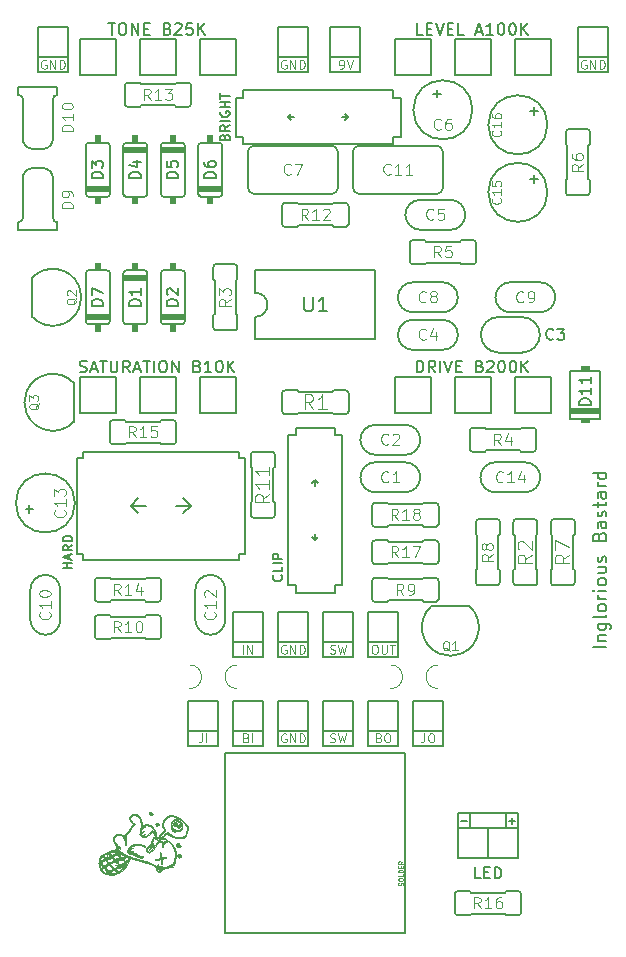
<source format=gbr>
G04 #@! TF.GenerationSoftware,KiCad,Pcbnew,(5.1.6-0-10_14)*
G04 #@! TF.CreationDate,2020-09-02T19:52:59+02:00*
G04 #@! TF.ProjectId,inglorious-bastard,696e676c-6f72-4696-9f75-732d62617374,rev?*
G04 #@! TF.SameCoordinates,Original*
G04 #@! TF.FileFunction,Legend,Top*
G04 #@! TF.FilePolarity,Positive*
%FSLAX46Y46*%
G04 Gerber Fmt 4.6, Leading zero omitted, Abs format (unit mm)*
G04 Created by KiCad (PCBNEW (5.1.6-0-10_14)) date 2020-09-02 19:52:59*
%MOMM*%
%LPD*%
G01*
G04 APERTURE LIST*
%ADD10C,0.200000*%
%ADD11C,0.127000*%
%ADD12C,0.100000*%
%ADD13C,0.010000*%
%ADD14C,0.152400*%
%ADD15C,0.150000*%
%ADD16C,0.032512*%
%ADD17C,0.101600*%
%ADD18C,0.081280*%
%ADD19C,0.097536*%
%ADD20C,0.121920*%
G04 APERTURE END LIST*
D10*
X109082619Y-129940714D02*
X107982619Y-129940714D01*
X108349285Y-129416904D02*
X109082619Y-129416904D01*
X108454047Y-129416904D02*
X108401666Y-129364523D01*
X108349285Y-129259761D01*
X108349285Y-129102619D01*
X108401666Y-128997857D01*
X108506428Y-128945476D01*
X109082619Y-128945476D01*
X108349285Y-127950238D02*
X109239761Y-127950238D01*
X109344523Y-128002619D01*
X109396904Y-128055000D01*
X109449285Y-128159761D01*
X109449285Y-128316904D01*
X109396904Y-128421666D01*
X109030238Y-127950238D02*
X109082619Y-128055000D01*
X109082619Y-128264523D01*
X109030238Y-128369285D01*
X108977857Y-128421666D01*
X108873095Y-128474047D01*
X108558809Y-128474047D01*
X108454047Y-128421666D01*
X108401666Y-128369285D01*
X108349285Y-128264523D01*
X108349285Y-128055000D01*
X108401666Y-127950238D01*
X109082619Y-127269285D02*
X109030238Y-127374047D01*
X108925476Y-127426428D01*
X107982619Y-127426428D01*
X109082619Y-126693095D02*
X109030238Y-126797857D01*
X108977857Y-126850238D01*
X108873095Y-126902619D01*
X108558809Y-126902619D01*
X108454047Y-126850238D01*
X108401666Y-126797857D01*
X108349285Y-126693095D01*
X108349285Y-126535952D01*
X108401666Y-126431190D01*
X108454047Y-126378809D01*
X108558809Y-126326428D01*
X108873095Y-126326428D01*
X108977857Y-126378809D01*
X109030238Y-126431190D01*
X109082619Y-126535952D01*
X109082619Y-126693095D01*
X109082619Y-125855000D02*
X108349285Y-125855000D01*
X108558809Y-125855000D02*
X108454047Y-125802619D01*
X108401666Y-125750238D01*
X108349285Y-125645476D01*
X108349285Y-125540714D01*
X109082619Y-125174047D02*
X108349285Y-125174047D01*
X107982619Y-125174047D02*
X108035000Y-125226428D01*
X108087380Y-125174047D01*
X108035000Y-125121666D01*
X107982619Y-125174047D01*
X108087380Y-125174047D01*
X109082619Y-124493095D02*
X109030238Y-124597857D01*
X108977857Y-124650238D01*
X108873095Y-124702619D01*
X108558809Y-124702619D01*
X108454047Y-124650238D01*
X108401666Y-124597857D01*
X108349285Y-124493095D01*
X108349285Y-124335952D01*
X108401666Y-124231190D01*
X108454047Y-124178809D01*
X108558809Y-124126428D01*
X108873095Y-124126428D01*
X108977857Y-124178809D01*
X109030238Y-124231190D01*
X109082619Y-124335952D01*
X109082619Y-124493095D01*
X108349285Y-123183571D02*
X109082619Y-123183571D01*
X108349285Y-123655000D02*
X108925476Y-123655000D01*
X109030238Y-123602619D01*
X109082619Y-123497857D01*
X109082619Y-123340714D01*
X109030238Y-123235952D01*
X108977857Y-123183571D01*
X109030238Y-122712142D02*
X109082619Y-122607380D01*
X109082619Y-122397857D01*
X109030238Y-122293095D01*
X108925476Y-122240714D01*
X108873095Y-122240714D01*
X108768333Y-122293095D01*
X108715952Y-122397857D01*
X108715952Y-122555000D01*
X108663571Y-122659761D01*
X108558809Y-122712142D01*
X108506428Y-122712142D01*
X108401666Y-122659761D01*
X108349285Y-122555000D01*
X108349285Y-122397857D01*
X108401666Y-122293095D01*
X108506428Y-120564523D02*
X108558809Y-120407380D01*
X108611190Y-120355000D01*
X108715952Y-120302619D01*
X108873095Y-120302619D01*
X108977857Y-120355000D01*
X109030238Y-120407380D01*
X109082619Y-120512142D01*
X109082619Y-120931190D01*
X107982619Y-120931190D01*
X107982619Y-120564523D01*
X108035000Y-120459761D01*
X108087380Y-120407380D01*
X108192142Y-120355000D01*
X108296904Y-120355000D01*
X108401666Y-120407380D01*
X108454047Y-120459761D01*
X108506428Y-120564523D01*
X108506428Y-120931190D01*
X109082619Y-119359761D02*
X108506428Y-119359761D01*
X108401666Y-119412142D01*
X108349285Y-119516904D01*
X108349285Y-119726428D01*
X108401666Y-119831190D01*
X109030238Y-119359761D02*
X109082619Y-119464523D01*
X109082619Y-119726428D01*
X109030238Y-119831190D01*
X108925476Y-119883571D01*
X108820714Y-119883571D01*
X108715952Y-119831190D01*
X108663571Y-119726428D01*
X108663571Y-119464523D01*
X108611190Y-119359761D01*
X109030238Y-118888333D02*
X109082619Y-118783571D01*
X109082619Y-118574047D01*
X109030238Y-118469285D01*
X108925476Y-118416904D01*
X108873095Y-118416904D01*
X108768333Y-118469285D01*
X108715952Y-118574047D01*
X108715952Y-118731190D01*
X108663571Y-118835952D01*
X108558809Y-118888333D01*
X108506428Y-118888333D01*
X108401666Y-118835952D01*
X108349285Y-118731190D01*
X108349285Y-118574047D01*
X108401666Y-118469285D01*
X108349285Y-118102619D02*
X108349285Y-117683571D01*
X107982619Y-117945476D02*
X108925476Y-117945476D01*
X109030238Y-117893095D01*
X109082619Y-117788333D01*
X109082619Y-117683571D01*
X109082619Y-116845476D02*
X108506428Y-116845476D01*
X108401666Y-116897857D01*
X108349285Y-117002619D01*
X108349285Y-117212142D01*
X108401666Y-117316904D01*
X109030238Y-116845476D02*
X109082619Y-116950238D01*
X109082619Y-117212142D01*
X109030238Y-117316904D01*
X108925476Y-117369285D01*
X108820714Y-117369285D01*
X108715952Y-117316904D01*
X108663571Y-117212142D01*
X108663571Y-116950238D01*
X108611190Y-116845476D01*
X109082619Y-116321666D02*
X108349285Y-116321666D01*
X108558809Y-116321666D02*
X108454047Y-116269285D01*
X108401666Y-116216904D01*
X108349285Y-116112142D01*
X108349285Y-116007380D01*
X109082619Y-115169285D02*
X107982619Y-115169285D01*
X109030238Y-115169285D02*
X109082619Y-115274047D01*
X109082619Y-115483571D01*
X109030238Y-115588333D01*
X108977857Y-115640714D01*
X108873095Y-115693095D01*
X108558809Y-115693095D01*
X108454047Y-115640714D01*
X108401666Y-115588333D01*
X108349285Y-115483571D01*
X108349285Y-115274047D01*
X108401666Y-115169285D01*
D11*
X97536000Y-145288000D02*
X97536000Y-144018000D01*
X100584000Y-145288000D02*
X100584000Y-144018000D01*
X97282000Y-144653000D02*
X96774000Y-144653000D01*
X101346000Y-144653000D02*
X100838000Y-144653000D01*
X101092000Y-144907000D02*
X101092000Y-144399000D01*
X101600000Y-144018000D02*
X101600000Y-145288000D01*
X100584000Y-144018000D02*
X101600000Y-144018000D01*
X97536000Y-144018000D02*
X100584000Y-144018000D01*
X96520000Y-144018000D02*
X97536000Y-144018000D01*
X96520000Y-144399000D02*
X96520000Y-144018000D01*
X96520000Y-144526000D02*
X96520000Y-144399000D01*
X96520000Y-144780000D02*
X96520000Y-144526000D01*
X96520000Y-145288000D02*
X96520000Y-144780000D01*
X96520000Y-147828000D02*
X99060000Y-147828000D01*
X99060000Y-145288000D02*
X99060000Y-147828000D01*
X96520000Y-147828000D02*
X96520000Y-145288000D01*
X101600000Y-147828000D02*
X99060000Y-147828000D01*
X101600000Y-145288000D02*
X101600000Y-147828000D01*
X100584000Y-145288000D02*
X101600000Y-145288000D01*
X99060000Y-145288000D02*
X100584000Y-145288000D01*
X97536000Y-145288000D02*
X99060000Y-145288000D01*
X96520000Y-145288000D02*
X97536000Y-145288000D01*
D12*
X77819000Y-131461000D02*
G75*
G03*
X77819000Y-133461000I0J-1000000D01*
G01*
X73819000Y-133461000D02*
G75*
G03*
X73819000Y-131461000I0J1000000D01*
G01*
X94837000Y-131461000D02*
G75*
G03*
X94837000Y-133461000I0J-1000000D01*
G01*
X90837000Y-133461000D02*
G75*
G03*
X90837000Y-131461000I0J1000000D01*
G01*
D13*
G36*
X72631392Y-144761811D02*
G01*
X72708493Y-144835254D01*
X72729760Y-144945260D01*
X72723487Y-144972842D01*
X72650834Y-145082501D01*
X72542944Y-145102354D01*
X72464912Y-145064740D01*
X72408218Y-144971123D01*
X72423430Y-144858595D01*
X72501760Y-144769986D01*
X72527952Y-144757426D01*
X72631392Y-144761811D01*
G37*
X72631392Y-144761811D02*
X72708493Y-144835254D01*
X72729760Y-144945260D01*
X72723487Y-144972842D01*
X72650834Y-145082501D01*
X72542944Y-145102354D01*
X72464912Y-145064740D01*
X72408218Y-144971123D01*
X72423430Y-144858595D01*
X72501760Y-144769986D01*
X72527952Y-144757426D01*
X72631392Y-144761811D01*
G36*
X73039272Y-144967296D02*
G01*
X73068855Y-145057485D01*
X73018287Y-145180568D01*
X72917060Y-145272831D01*
X72818966Y-145271508D01*
X72752010Y-145198377D01*
X72739172Y-145084414D01*
X72801362Y-144984448D01*
X72914234Y-144933625D01*
X72936265Y-144932400D01*
X73039272Y-144967296D01*
G37*
X73039272Y-144967296D02*
X73068855Y-145057485D01*
X73018287Y-145180568D01*
X72917060Y-145272831D01*
X72818966Y-145271508D01*
X72752010Y-145198377D01*
X72739172Y-145084414D01*
X72801362Y-144984448D01*
X72914234Y-144933625D01*
X72936265Y-144932400D01*
X73039272Y-144967296D01*
G36*
X72867830Y-144621423D02*
G01*
X73063100Y-144789504D01*
X73168129Y-144957010D01*
X73197630Y-145133906D01*
X73158764Y-145296809D01*
X73058691Y-145422338D01*
X72904571Y-145487110D01*
X72848219Y-145491200D01*
X72731641Y-145507061D01*
X72669400Y-145542000D01*
X72601076Y-145585906D01*
X72477316Y-145567520D01*
X72402700Y-145540416D01*
X72314293Y-145476241D01*
X72288400Y-145416636D01*
X72266935Y-145347914D01*
X72248043Y-145338800D01*
X72225061Y-145292783D01*
X72221472Y-145268308D01*
X72255441Y-145268308D01*
X72302517Y-145287173D01*
X72339200Y-145288000D01*
X72416326Y-145299139D01*
X72406176Y-145343908D01*
X72393753Y-145359677D01*
X72363979Y-145436024D01*
X72384411Y-145462345D01*
X72446109Y-145450590D01*
X72486933Y-145403368D01*
X72525421Y-145349999D01*
X72539941Y-145384580D01*
X72542470Y-145440400D01*
X72550771Y-145525359D01*
X72580046Y-145519464D01*
X72609467Y-145483489D01*
X72716424Y-145421630D01*
X72803797Y-145424525D01*
X72919833Y-145418507D01*
X73022032Y-145336832D01*
X73043145Y-145311084D01*
X73132427Y-145158310D01*
X73134766Y-145020836D01*
X73047157Y-144877450D01*
X72970582Y-144798698D01*
X72780088Y-144664741D01*
X72596606Y-144619614D01*
X72434343Y-144662934D01*
X72307507Y-144794319D01*
X72294843Y-144816929D01*
X72261084Y-144933019D01*
X72296882Y-145028704D01*
X72332397Y-145125577D01*
X72291823Y-145207674D01*
X72255441Y-145268308D01*
X72221472Y-145268308D01*
X72207620Y-145173858D01*
X72201002Y-145053331D01*
X72204744Y-144873515D01*
X72233515Y-144756577D01*
X72297911Y-144664828D01*
X72315250Y-144646931D01*
X72481011Y-144542572D01*
X72667589Y-144534523D01*
X72867830Y-144621423D01*
G37*
X72867830Y-144621423D02*
X73063100Y-144789504D01*
X73168129Y-144957010D01*
X73197630Y-145133906D01*
X73158764Y-145296809D01*
X73058691Y-145422338D01*
X72904571Y-145487110D01*
X72848219Y-145491200D01*
X72731641Y-145507061D01*
X72669400Y-145542000D01*
X72601076Y-145585906D01*
X72477316Y-145567520D01*
X72402700Y-145540416D01*
X72314293Y-145476241D01*
X72288400Y-145416636D01*
X72266935Y-145347914D01*
X72248043Y-145338800D01*
X72225061Y-145292783D01*
X72221472Y-145268308D01*
X72255441Y-145268308D01*
X72302517Y-145287173D01*
X72339200Y-145288000D01*
X72416326Y-145299139D01*
X72406176Y-145343908D01*
X72393753Y-145359677D01*
X72363979Y-145436024D01*
X72384411Y-145462345D01*
X72446109Y-145450590D01*
X72486933Y-145403368D01*
X72525421Y-145349999D01*
X72539941Y-145384580D01*
X72542470Y-145440400D01*
X72550771Y-145525359D01*
X72580046Y-145519464D01*
X72609467Y-145483489D01*
X72716424Y-145421630D01*
X72803797Y-145424525D01*
X72919833Y-145418507D01*
X73022032Y-145336832D01*
X73043145Y-145311084D01*
X73132427Y-145158310D01*
X73134766Y-145020836D01*
X73047157Y-144877450D01*
X72970582Y-144798698D01*
X72780088Y-144664741D01*
X72596606Y-144619614D01*
X72434343Y-144662934D01*
X72307507Y-144794319D01*
X72294843Y-144816929D01*
X72261084Y-144933019D01*
X72296882Y-145028704D01*
X72332397Y-145125577D01*
X72291823Y-145207674D01*
X72255441Y-145268308D01*
X72221472Y-145268308D01*
X72207620Y-145173858D01*
X72201002Y-145053331D01*
X72204744Y-144873515D01*
X72233515Y-144756577D01*
X72297911Y-144664828D01*
X72315250Y-144646931D01*
X72481011Y-144542572D01*
X72667589Y-144534523D01*
X72867830Y-144621423D01*
G36*
X66852800Y-147599400D02*
G01*
X66827400Y-147624800D01*
X66802000Y-147599400D01*
X66827400Y-147574000D01*
X66852800Y-147599400D01*
G37*
X66852800Y-147599400D02*
X66827400Y-147624800D01*
X66802000Y-147599400D01*
X66827400Y-147574000D01*
X66852800Y-147599400D01*
G36*
X67665600Y-147802600D02*
G01*
X67640200Y-147828000D01*
X67614800Y-147802600D01*
X67640200Y-147777200D01*
X67665600Y-147802600D01*
G37*
X67665600Y-147802600D02*
X67640200Y-147828000D01*
X67614800Y-147802600D01*
X67640200Y-147777200D01*
X67665600Y-147802600D01*
G36*
X68072000Y-147955000D02*
G01*
X68046600Y-147980400D01*
X68021200Y-147955000D01*
X68046600Y-147929600D01*
X68072000Y-147955000D01*
G37*
X68072000Y-147955000D02*
X68046600Y-147980400D01*
X68021200Y-147955000D01*
X68046600Y-147929600D01*
X68072000Y-147955000D01*
G36*
X68216550Y-148407349D02*
G01*
X68271087Y-148458499D01*
X68259899Y-148487905D01*
X68252798Y-148488400D01*
X68209830Y-148452317D01*
X68194149Y-148429750D01*
X68188161Y-148394988D01*
X68216550Y-148407349D01*
G37*
X68216550Y-148407349D02*
X68271087Y-148458499D01*
X68259899Y-148487905D01*
X68252798Y-148488400D01*
X68209830Y-148452317D01*
X68194149Y-148429750D01*
X68188161Y-148394988D01*
X68216550Y-148407349D01*
G36*
X69624153Y-146644134D02*
G01*
X69867057Y-146719225D01*
X69898068Y-146734387D01*
X70019907Y-146810965D01*
X70049965Y-146857915D01*
X69996129Y-146865344D01*
X69866283Y-146823358D01*
X69837300Y-146810631D01*
X69575500Y-146733471D01*
X69289709Y-146715938D01*
X69025708Y-146759566D01*
X68965569Y-146781416D01*
X68837234Y-146846195D01*
X68764392Y-146903714D01*
X68756841Y-146940303D01*
X68824375Y-146942291D01*
X68855143Y-146935529D01*
X68958585Y-146924288D01*
X68982649Y-146951125D01*
X68932521Y-146997800D01*
X68824637Y-147042794D01*
X68690625Y-147100725D01*
X68638124Y-147159149D01*
X68669484Y-147201844D01*
X68787055Y-147212591D01*
X68800180Y-147211591D01*
X68942757Y-147209711D01*
X69008153Y-147229052D01*
X68988169Y-147260972D01*
X68879906Y-147295674D01*
X68776614Y-147324194D01*
X68762093Y-147352035D01*
X68803753Y-147381292D01*
X68920010Y-147407809D01*
X69019799Y-147398731D01*
X69146111Y-147385552D01*
X69255503Y-147402801D01*
X69316243Y-147442147D01*
X69314339Y-147476057D01*
X69334266Y-147510981D01*
X69410968Y-147523200D01*
X69513047Y-147541626D01*
X69554025Y-147575076D01*
X69611419Y-147613999D01*
X69727159Y-147637884D01*
X69735946Y-147638576D01*
X69855048Y-147664226D01*
X69876278Y-147710589D01*
X69798019Y-147767267D01*
X69758483Y-147783411D01*
X69667393Y-147798074D01*
X69646800Y-147770055D01*
X69604896Y-147738128D01*
X69518684Y-147747540D01*
X69406363Y-147751165D01*
X69360849Y-147702247D01*
X69291140Y-147636934D01*
X69234964Y-147624800D01*
X69155523Y-147596468D01*
X69138800Y-147560145D01*
X69090899Y-147514016D01*
X68952321Y-147495705D01*
X68930176Y-147495490D01*
X68736128Y-147456413D01*
X68605360Y-147352598D01*
X68545287Y-147204167D01*
X68563325Y-147031245D01*
X68666887Y-146853954D01*
X68685981Y-146832736D01*
X68855956Y-146717072D01*
X69088826Y-146645474D01*
X69354817Y-146620355D01*
X69624153Y-146644134D01*
G37*
X69624153Y-146644134D02*
X69867057Y-146719225D01*
X69898068Y-146734387D01*
X70019907Y-146810965D01*
X70049965Y-146857915D01*
X69996129Y-146865344D01*
X69866283Y-146823358D01*
X69837300Y-146810631D01*
X69575500Y-146733471D01*
X69289709Y-146715938D01*
X69025708Y-146759566D01*
X68965569Y-146781416D01*
X68837234Y-146846195D01*
X68764392Y-146903714D01*
X68756841Y-146940303D01*
X68824375Y-146942291D01*
X68855143Y-146935529D01*
X68958585Y-146924288D01*
X68982649Y-146951125D01*
X68932521Y-146997800D01*
X68824637Y-147042794D01*
X68690625Y-147100725D01*
X68638124Y-147159149D01*
X68669484Y-147201844D01*
X68787055Y-147212591D01*
X68800180Y-147211591D01*
X68942757Y-147209711D01*
X69008153Y-147229052D01*
X68988169Y-147260972D01*
X68879906Y-147295674D01*
X68776614Y-147324194D01*
X68762093Y-147352035D01*
X68803753Y-147381292D01*
X68920010Y-147407809D01*
X69019799Y-147398731D01*
X69146111Y-147385552D01*
X69255503Y-147402801D01*
X69316243Y-147442147D01*
X69314339Y-147476057D01*
X69334266Y-147510981D01*
X69410968Y-147523200D01*
X69513047Y-147541626D01*
X69554025Y-147575076D01*
X69611419Y-147613999D01*
X69727159Y-147637884D01*
X69735946Y-147638576D01*
X69855048Y-147664226D01*
X69876278Y-147710589D01*
X69798019Y-147767267D01*
X69758483Y-147783411D01*
X69667393Y-147798074D01*
X69646800Y-147770055D01*
X69604896Y-147738128D01*
X69518684Y-147747540D01*
X69406363Y-147751165D01*
X69360849Y-147702247D01*
X69291140Y-147636934D01*
X69234964Y-147624800D01*
X69155523Y-147596468D01*
X69138800Y-147560145D01*
X69090899Y-147514016D01*
X68952321Y-147495705D01*
X68930176Y-147495490D01*
X68736128Y-147456413D01*
X68605360Y-147352598D01*
X68545287Y-147204167D01*
X68563325Y-147031245D01*
X68666887Y-146853954D01*
X68685981Y-146832736D01*
X68855956Y-146717072D01*
X69088826Y-146645474D01*
X69354817Y-146620355D01*
X69624153Y-146644134D01*
G36*
X71335543Y-147310630D02*
G01*
X71373292Y-147422426D01*
X71395679Y-147541493D01*
X71429081Y-147764237D01*
X71668240Y-147744422D01*
X71802057Y-147737332D01*
X71842969Y-147747371D01*
X71805800Y-147772680D01*
X71676061Y-147820843D01*
X71565567Y-147850475D01*
X71481372Y-147875886D01*
X71446380Y-147924187D01*
X71447734Y-148026219D01*
X71458172Y-148108099D01*
X71468772Y-148266234D01*
X71444013Y-148333069D01*
X71431704Y-148336000D01*
X71394068Y-148289890D01*
X71375019Y-148169051D01*
X71374000Y-148126336D01*
X71374000Y-147916673D01*
X71118479Y-147941225D01*
X70943537Y-147948019D01*
X70853741Y-147932660D01*
X70853392Y-147903828D01*
X70946791Y-147870205D01*
X71072382Y-147848182D01*
X71333107Y-147813596D01*
X71298386Y-147535701D01*
X71287893Y-147366660D01*
X71303677Y-147291839D01*
X71335543Y-147310630D01*
G37*
X71335543Y-147310630D02*
X71373292Y-147422426D01*
X71395679Y-147541493D01*
X71429081Y-147764237D01*
X71668240Y-147744422D01*
X71802057Y-147737332D01*
X71842969Y-147747371D01*
X71805800Y-147772680D01*
X71676061Y-147820843D01*
X71565567Y-147850475D01*
X71481372Y-147875886D01*
X71446380Y-147924187D01*
X71447734Y-148026219D01*
X71458172Y-148108099D01*
X71468772Y-148266234D01*
X71444013Y-148333069D01*
X71431704Y-148336000D01*
X71394068Y-148289890D01*
X71375019Y-148169051D01*
X71374000Y-148126336D01*
X71374000Y-147916673D01*
X71118479Y-147941225D01*
X70943537Y-147948019D01*
X70853741Y-147932660D01*
X70853392Y-147903828D01*
X70946791Y-147870205D01*
X71072382Y-147848182D01*
X71333107Y-147813596D01*
X71298386Y-147535701D01*
X71287893Y-147366660D01*
X71303677Y-147291839D01*
X71335543Y-147310630D01*
G36*
X71300881Y-148493000D02*
G01*
X71316241Y-148575902D01*
X71301614Y-148669087D01*
X71252931Y-148771090D01*
X71189872Y-148788183D01*
X71148667Y-148747687D01*
X71149772Y-148674581D01*
X71191133Y-148566103D01*
X71254474Y-148485349D01*
X71300881Y-148493000D01*
G37*
X71300881Y-148493000D02*
X71316241Y-148575902D01*
X71301614Y-148669087D01*
X71252931Y-148771090D01*
X71189872Y-148788183D01*
X71148667Y-148747687D01*
X71149772Y-148674581D01*
X71191133Y-148566103D01*
X71254474Y-148485349D01*
X71300881Y-148493000D01*
G36*
X67860950Y-148610549D02*
G01*
X67915487Y-148661699D01*
X67904299Y-148691105D01*
X67897198Y-148691600D01*
X67854230Y-148655517D01*
X67838549Y-148632950D01*
X67832561Y-148598188D01*
X67860950Y-148610549D01*
G37*
X67860950Y-148610549D02*
X67915487Y-148661699D01*
X67904299Y-148691105D01*
X67897198Y-148691600D01*
X67854230Y-148655517D01*
X67838549Y-148632950D01*
X67832561Y-148598188D01*
X67860950Y-148610549D01*
G36*
X70528365Y-143935513D02*
G01*
X70582179Y-143972798D01*
X70669608Y-144054567D01*
X70676336Y-144106606D01*
X70654382Y-144125877D01*
X70524115Y-144168283D01*
X70420939Y-144129007D01*
X70384843Y-144068800D01*
X70561200Y-144068800D01*
X70579786Y-144110614D01*
X70595066Y-144102666D01*
X70601146Y-144042378D01*
X70595066Y-144034933D01*
X70564866Y-144041906D01*
X70561200Y-144068800D01*
X70384843Y-144068800D01*
X70381776Y-144063686D01*
X70374440Y-143984133D01*
X70425733Y-143984133D01*
X70432706Y-144014333D01*
X70459600Y-144018000D01*
X70501414Y-143999413D01*
X70493466Y-143984133D01*
X70433178Y-143978053D01*
X70425733Y-143984133D01*
X70374440Y-143984133D01*
X70371074Y-143947632D01*
X70424591Y-143902797D01*
X70528365Y-143935513D01*
G37*
X70528365Y-143935513D02*
X70582179Y-143972798D01*
X70669608Y-144054567D01*
X70676336Y-144106606D01*
X70654382Y-144125877D01*
X70524115Y-144168283D01*
X70420939Y-144129007D01*
X70384843Y-144068800D01*
X70561200Y-144068800D01*
X70579786Y-144110614D01*
X70595066Y-144102666D01*
X70601146Y-144042378D01*
X70595066Y-144034933D01*
X70564866Y-144041906D01*
X70561200Y-144068800D01*
X70384843Y-144068800D01*
X70381776Y-144063686D01*
X70374440Y-143984133D01*
X70425733Y-143984133D01*
X70432706Y-144014333D01*
X70459600Y-144018000D01*
X70501414Y-143999413D01*
X70493466Y-143984133D01*
X70433178Y-143978053D01*
X70425733Y-143984133D01*
X70374440Y-143984133D01*
X70371074Y-143947632D01*
X70424591Y-143902797D01*
X70528365Y-143935513D01*
G36*
X71141074Y-144860207D02*
G01*
X71204218Y-144937395D01*
X71210064Y-144978189D01*
X71155340Y-145038534D01*
X71054842Y-145070842D01*
X70963560Y-145060068D01*
X70949269Y-145049535D01*
X70918612Y-144965332D01*
X70929447Y-144862161D01*
X70987981Y-144862161D01*
X71018400Y-144907000D01*
X71093570Y-144970961D01*
X71129848Y-144983200D01*
X71138856Y-144954664D01*
X71101857Y-144907000D01*
X71025234Y-144845119D01*
X70990408Y-144830800D01*
X70987981Y-144862161D01*
X70929447Y-144862161D01*
X70929543Y-144861255D01*
X70965533Y-144806677D01*
X71046976Y-144806438D01*
X71141074Y-144860207D01*
G37*
X71141074Y-144860207D02*
X71204218Y-144937395D01*
X71210064Y-144978189D01*
X71155340Y-145038534D01*
X71054842Y-145070842D01*
X70963560Y-145060068D01*
X70949269Y-145049535D01*
X70918612Y-144965332D01*
X70929447Y-144862161D01*
X70987981Y-144862161D01*
X71018400Y-144907000D01*
X71093570Y-144970961D01*
X71129848Y-144983200D01*
X71138856Y-144954664D01*
X71101857Y-144907000D01*
X71025234Y-144845119D01*
X70990408Y-144830800D01*
X70987981Y-144862161D01*
X70929447Y-144862161D01*
X70929543Y-144861255D01*
X70965533Y-144806677D01*
X71046976Y-144806438D01*
X71141074Y-144860207D01*
G36*
X72886250Y-146542542D02*
G01*
X72898000Y-146580875D01*
X72937749Y-146665029D01*
X72984500Y-146702959D01*
X73042049Y-146754022D01*
X73013306Y-146820604D01*
X73003680Y-146832483D01*
X72943374Y-146893694D01*
X72880696Y-146903457D01*
X72772343Y-146866843D01*
X72758300Y-146861216D01*
X72694996Y-146812000D01*
X72847200Y-146812000D01*
X72864532Y-146861479D01*
X72869601Y-146862800D01*
X72912973Y-146827202D01*
X72923400Y-146812000D01*
X72919372Y-146765188D01*
X72900998Y-146761200D01*
X72849267Y-146798076D01*
X72847200Y-146812000D01*
X72694996Y-146812000D01*
X72662576Y-146786795D01*
X72651007Y-146666792D01*
X72651366Y-146665596D01*
X72745600Y-146665596D01*
X72776899Y-146693138D01*
X72796400Y-146685000D01*
X72845303Y-146617704D01*
X72847200Y-146602803D01*
X72815900Y-146575261D01*
X72796400Y-146583400D01*
X72747496Y-146650695D01*
X72745600Y-146665596D01*
X72651366Y-146665596D01*
X72674835Y-146587554D01*
X72735039Y-146525205D01*
X72820389Y-146509756D01*
X72886250Y-146542542D01*
G37*
X72886250Y-146542542D02*
X72898000Y-146580875D01*
X72937749Y-146665029D01*
X72984500Y-146702959D01*
X73042049Y-146754022D01*
X73013306Y-146820604D01*
X73003680Y-146832483D01*
X72943374Y-146893694D01*
X72880696Y-146903457D01*
X72772343Y-146866843D01*
X72758300Y-146861216D01*
X72694996Y-146812000D01*
X72847200Y-146812000D01*
X72864532Y-146861479D01*
X72869601Y-146862800D01*
X72912973Y-146827202D01*
X72923400Y-146812000D01*
X72919372Y-146765188D01*
X72900998Y-146761200D01*
X72849267Y-146798076D01*
X72847200Y-146812000D01*
X72694996Y-146812000D01*
X72662576Y-146786795D01*
X72651007Y-146666792D01*
X72651366Y-146665596D01*
X72745600Y-146665596D01*
X72776899Y-146693138D01*
X72796400Y-146685000D01*
X72845303Y-146617704D01*
X72847200Y-146602803D01*
X72815900Y-146575261D01*
X72796400Y-146583400D01*
X72747496Y-146650695D01*
X72745600Y-146665596D01*
X72651366Y-146665596D01*
X72674835Y-146587554D01*
X72735039Y-146525205D01*
X72820389Y-146509756D01*
X72886250Y-146542542D01*
G36*
X72927595Y-147474601D02*
G01*
X72968769Y-147498913D01*
X73060121Y-147582047D01*
X73100961Y-147664441D01*
X73081771Y-147718553D01*
X73047401Y-147726400D01*
X73017062Y-147695278D01*
X73025000Y-147675600D01*
X73024078Y-147628653D01*
X73008033Y-147624800D01*
X72949801Y-147665300D01*
X72930429Y-147701000D01*
X72877182Y-147771609D01*
X72819332Y-147748257D01*
X72773695Y-147642852D01*
X72767848Y-147554321D01*
X72813862Y-147554321D01*
X72821800Y-147574000D01*
X72867449Y-147622462D01*
X72875598Y-147624800D01*
X72897417Y-147585496D01*
X72898000Y-147574000D01*
X72858947Y-147525152D01*
X72844201Y-147523200D01*
X72813862Y-147554321D01*
X72767848Y-147554321D01*
X72764735Y-147507208D01*
X72818813Y-147449075D01*
X72927595Y-147474601D01*
G37*
X72927595Y-147474601D02*
X72968769Y-147498913D01*
X73060121Y-147582047D01*
X73100961Y-147664441D01*
X73081771Y-147718553D01*
X73047401Y-147726400D01*
X73017062Y-147695278D01*
X73025000Y-147675600D01*
X73024078Y-147628653D01*
X73008033Y-147624800D01*
X72949801Y-147665300D01*
X72930429Y-147701000D01*
X72877182Y-147771609D01*
X72819332Y-147748257D01*
X72773695Y-147642852D01*
X72767848Y-147554321D01*
X72813862Y-147554321D01*
X72821800Y-147574000D01*
X72867449Y-147622462D01*
X72875598Y-147624800D01*
X72897417Y-147585496D01*
X72898000Y-147574000D01*
X72858947Y-147525152D01*
X72844201Y-147523200D01*
X72813862Y-147554321D01*
X72767848Y-147554321D01*
X72764735Y-147507208D01*
X72818813Y-147449075D01*
X72927595Y-147474601D01*
G36*
X69360068Y-144113163D02*
G01*
X69535616Y-144246036D01*
X69661256Y-144467089D01*
X69725331Y-144705555D01*
X69761625Y-144861601D01*
X69804330Y-144987781D01*
X69812021Y-145004023D01*
X69855584Y-145069994D01*
X69891761Y-145046647D01*
X69909458Y-145016723D01*
X70001364Y-144950791D01*
X70133555Y-144932399D01*
X70414452Y-144978186D01*
X70648735Y-145108878D01*
X70826058Y-145314471D01*
X70936072Y-145584962D01*
X70961718Y-145732920D01*
X70988723Y-145909559D01*
X71026924Y-146005322D01*
X71082858Y-146040595D01*
X71164357Y-146015380D01*
X71238557Y-145899459D01*
X71248132Y-145877323D01*
X71341142Y-145731225D01*
X71464706Y-145624014D01*
X71472552Y-145619775D01*
X71607887Y-145535436D01*
X71651601Y-145454915D01*
X71609427Y-145352968D01*
X71550398Y-145277070D01*
X71455931Y-145114968D01*
X71443431Y-144939928D01*
X71514611Y-144737967D01*
X71641325Y-144535892D01*
X71798077Y-144343973D01*
X71946421Y-144233051D01*
X72114047Y-144189151D01*
X72313800Y-144196491D01*
X72565619Y-144247740D01*
X72800498Y-144346807D01*
X73041864Y-144506453D01*
X73313143Y-144739443D01*
X73317100Y-144743132D01*
X73478070Y-144895521D01*
X73578637Y-145003240D01*
X73633006Y-145090584D01*
X73655381Y-145181846D01*
X73659967Y-145301322D01*
X73660000Y-145329596D01*
X73624180Y-145642230D01*
X73519261Y-145892646D01*
X73407535Y-146024600D01*
X73317248Y-146083438D01*
X73194472Y-146114329D01*
X73008445Y-146124045D01*
X72956023Y-146124014D01*
X72652882Y-146094660D01*
X72366251Y-146003332D01*
X72062561Y-145838861D01*
X72023433Y-145813715D01*
X71923908Y-145756102D01*
X71861716Y-145757082D01*
X71794833Y-145813020D01*
X71678450Y-145914959D01*
X71604247Y-145970835D01*
X71549120Y-146016374D01*
X71557998Y-146052019D01*
X71643622Y-146096877D01*
X71705847Y-146123190D01*
X71906251Y-146240944D01*
X72121181Y-146422288D01*
X72322587Y-146638562D01*
X72482420Y-146861107D01*
X72544137Y-146979698D01*
X72593779Y-147106999D01*
X72622761Y-147225176D01*
X72633816Y-147363210D01*
X72629674Y-147550083D01*
X72617205Y-147754952D01*
X72598896Y-147991932D01*
X72580397Y-148143151D01*
X72558049Y-148224390D01*
X72528195Y-148251426D01*
X72503026Y-148247408D01*
X72448739Y-148245036D01*
X72450167Y-148314711D01*
X72454327Y-148331444D01*
X72462842Y-148412758D01*
X72417057Y-148419571D01*
X72406037Y-148415636D01*
X72351371Y-148413663D01*
X72359698Y-148468546D01*
X72364671Y-148526752D01*
X72298066Y-148526781D01*
X72281371Y-148522642D01*
X72157174Y-148524444D01*
X72031949Y-148565867D01*
X71885742Y-148622715D01*
X71712421Y-148666475D01*
X71691992Y-148669982D01*
X71525959Y-148721954D01*
X71417770Y-148827714D01*
X71404387Y-148849235D01*
X71300479Y-148966666D01*
X71177703Y-148987545D01*
X71024687Y-148913806D01*
X71024638Y-148913772D01*
X70937905Y-148819567D01*
X70933389Y-148697552D01*
X70938560Y-148619513D01*
X70905003Y-148556226D01*
X70814450Y-148487257D01*
X70671753Y-148404888D01*
X70457106Y-148305053D01*
X70216840Y-148220179D01*
X70078600Y-148184791D01*
X69879818Y-148139752D01*
X69618161Y-148073234D01*
X69327614Y-147994428D01*
X69042162Y-147912526D01*
X68818298Y-147843953D01*
X68738324Y-147849974D01*
X68694899Y-147935030D01*
X68638664Y-148085727D01*
X68544289Y-148280692D01*
X68432210Y-148482435D01*
X68322863Y-148653468D01*
X68258893Y-148734840D01*
X68132658Y-148836837D01*
X67943191Y-148951735D01*
X67724384Y-149062613D01*
X67510130Y-149152549D01*
X67334321Y-149204624D01*
X67310000Y-149208587D01*
X67151955Y-149215551D01*
X66955209Y-149206000D01*
X66864949Y-149196048D01*
X66686250Y-149159945D01*
X66531970Y-149108880D01*
X66477129Y-149080763D01*
X66456658Y-149060082D01*
X66863723Y-149060082D01*
X66905799Y-149087768D01*
X66929000Y-149098000D01*
X67024938Y-149137333D01*
X67050467Y-149136111D01*
X67030600Y-149098000D01*
X66958384Y-149055325D01*
X66913301Y-149050770D01*
X66863723Y-149060082D01*
X66456658Y-149060082D01*
X66342687Y-148944945D01*
X66248493Y-148781316D01*
X66376953Y-148781316D01*
X66422939Y-148877209D01*
X66449826Y-148913018D01*
X66558459Y-149020424D01*
X66659295Y-149039731D01*
X66745008Y-149001301D01*
X66746329Y-148999672D01*
X67096145Y-148999672D01*
X67114158Y-149030666D01*
X67208764Y-149079889D01*
X67352045Y-149095501D01*
X67496241Y-149075866D01*
X67564000Y-149046048D01*
X67605244Y-149001289D01*
X67573767Y-148947554D01*
X67516429Y-148899764D01*
X67425115Y-148839673D01*
X67346280Y-148834492D01*
X67229998Y-148881446D01*
X67225467Y-148883604D01*
X67118591Y-148946270D01*
X67096145Y-148999672D01*
X66746329Y-148999672D01*
X66785124Y-148951853D01*
X66764193Y-148877031D01*
X66675564Y-148757100D01*
X66654223Y-148731900D01*
X66545719Y-148649560D01*
X66445507Y-148667908D01*
X66401560Y-148709818D01*
X66376953Y-148781316D01*
X66248493Y-148781316D01*
X66224607Y-148739823D01*
X66136805Y-148497667D01*
X66110414Y-148348234D01*
X66197706Y-148348234D01*
X66214098Y-148461136D01*
X66242906Y-148577289D01*
X66282075Y-148612229D01*
X66348779Y-148587870D01*
X66377006Y-148569981D01*
X66688279Y-148569981D01*
X66740943Y-148687224D01*
X66781405Y-148738846D01*
X66872020Y-148834738D01*
X66936568Y-148881906D01*
X66948008Y-148882600D01*
X67012190Y-148850056D01*
X67119500Y-148796115D01*
X67214921Y-148739626D01*
X67540314Y-148739626D01*
X67558557Y-148793650D01*
X67643831Y-148858315D01*
X67651030Y-148862172D01*
X67814475Y-148900762D01*
X67960300Y-148850539D01*
X68029199Y-148777501D01*
X68041938Y-148679620D01*
X67978953Y-148591226D01*
X67937854Y-148568887D01*
X67842749Y-148572530D01*
X67712882Y-148618221D01*
X67594161Y-148686243D01*
X67540314Y-148739626D01*
X67214921Y-148739626D01*
X67216940Y-148738431D01*
X67257716Y-148696669D01*
X67257710Y-148696145D01*
X67225582Y-148643661D01*
X67146377Y-148546527D01*
X67104714Y-148499631D01*
X66997653Y-148396445D01*
X66919443Y-148365170D01*
X66860726Y-148382558D01*
X66726718Y-148475114D01*
X66688279Y-148569981D01*
X66377006Y-148569981D01*
X66411862Y-148547892D01*
X66418547Y-148502785D01*
X66367544Y-148418926D01*
X66340841Y-148381240D01*
X66253776Y-148277036D01*
X66206360Y-148265848D01*
X66197706Y-148348234D01*
X66110414Y-148348234D01*
X66093195Y-148250742D01*
X66090799Y-148184929D01*
X66095213Y-148142696D01*
X66294128Y-148142696D01*
X66400895Y-148292637D01*
X66478749Y-148386550D01*
X66534348Y-148426581D01*
X66540531Y-148425759D01*
X66605558Y-148392920D01*
X66713100Y-148338915D01*
X66748089Y-148319065D01*
X67085272Y-148319065D01*
X67139904Y-148390961D01*
X67212944Y-148467688D01*
X67325057Y-148579890D01*
X67397241Y-148628032D01*
X67460785Y-148620510D01*
X67546982Y-148565723D01*
X67555643Y-148559655D01*
X67633549Y-148497038D01*
X67633107Y-148485256D01*
X68076375Y-148485256D01*
X68128435Y-148575278D01*
X68131681Y-148578561D01*
X68184971Y-148597414D01*
X68252183Y-148542199D01*
X68309481Y-148464416D01*
X68383200Y-148349927D01*
X68424438Y-148274229D01*
X68427600Y-148263317D01*
X68387454Y-148265248D01*
X68287383Y-148303525D01*
X68249800Y-148320830D01*
X68115175Y-148404049D01*
X68076375Y-148485256D01*
X67633107Y-148485256D01*
X67631844Y-148451652D01*
X67579647Y-148404452D01*
X67522536Y-148355505D01*
X67545356Y-148359177D01*
X67606450Y-148388113D01*
X67716454Y-148425865D01*
X67752327Y-148401755D01*
X67713447Y-148324061D01*
X67619103Y-148220071D01*
X67501732Y-148122432D01*
X67436422Y-148107144D01*
X67426974Y-148120100D01*
X67361893Y-148177616D01*
X67327827Y-148183600D01*
X67223757Y-148206649D01*
X67148839Y-148239088D01*
X67090617Y-148276882D01*
X67085272Y-148319065D01*
X66748089Y-148319065D01*
X66813768Y-148281804D01*
X66841041Y-148228516D01*
X66797615Y-148148207D01*
X66736493Y-148071468D01*
X66623841Y-147933936D01*
X66458984Y-148038316D01*
X66294128Y-148142696D01*
X66095213Y-148142696D01*
X66113832Y-147964578D01*
X66192400Y-147964578D01*
X66203676Y-148019478D01*
X66251449Y-148019447D01*
X66356635Y-147962355D01*
X66384687Y-147944975D01*
X66443063Y-147908573D01*
X66745438Y-147908573D01*
X66853097Y-148045440D01*
X66928143Y-148131317D01*
X66993854Y-148155358D01*
X67093685Y-148126433D01*
X67145469Y-148105129D01*
X67268640Y-148050665D01*
X67291778Y-148038731D01*
X67620726Y-148038731D01*
X67753160Y-148187365D01*
X67840106Y-148281653D01*
X67893075Y-148332903D01*
X67898442Y-148336000D01*
X67949998Y-148320494D01*
X67991353Y-148305276D01*
X68046257Y-148257766D01*
X68043669Y-148229658D01*
X68053846Y-148202937D01*
X68082061Y-148209048D01*
X68179079Y-148205548D01*
X68223068Y-148185742D01*
X68263558Y-148141626D01*
X68238718Y-148080069D01*
X68180455Y-148013097D01*
X68102825Y-147938537D01*
X68033856Y-147913881D01*
X67933440Y-147933242D01*
X67841849Y-147963387D01*
X67620726Y-148038731D01*
X67291778Y-148038731D01*
X67344735Y-148011418D01*
X67352371Y-148005761D01*
X67343774Y-147952718D01*
X67293141Y-147859307D01*
X67198263Y-147767123D01*
X67109031Y-147761897D01*
X67040611Y-147803658D01*
X67039020Y-147841624D01*
X67038643Y-147870488D01*
X67017740Y-147861150D01*
X66931370Y-147850631D01*
X66854610Y-147868188D01*
X66745438Y-147908573D01*
X66443063Y-147908573D01*
X66483900Y-147883108D01*
X66535736Y-147851094D01*
X66536495Y-147850646D01*
X66537023Y-147803475D01*
X66500245Y-147729053D01*
X66453492Y-147678517D01*
X66442943Y-147675600D01*
X66371815Y-147713543D01*
X66284419Y-147801772D01*
X66214054Y-147901878D01*
X66192400Y-147964578D01*
X66113832Y-147964578D01*
X66115286Y-147950669D01*
X66195073Y-147752480D01*
X66339652Y-147581595D01*
X66344355Y-147578321D01*
X66555924Y-147578321D01*
X66583225Y-147646517D01*
X66596471Y-147671249D01*
X66636318Y-147742921D01*
X66675120Y-147768915D01*
X66745306Y-147752580D01*
X66873158Y-147699832D01*
X66941979Y-147666320D01*
X67323929Y-147666320D01*
X67339813Y-147721200D01*
X67393907Y-147797529D01*
X67458842Y-147885730D01*
X67507072Y-147918706D01*
X67577393Y-147904050D01*
X67648205Y-147874519D01*
X68212566Y-147874519D01*
X68264132Y-147936569D01*
X68376305Y-148018025D01*
X68477217Y-148010196D01*
X68507505Y-147992322D01*
X68584021Y-147899609D01*
X68592535Y-147797300D01*
X68540708Y-147731830D01*
X68429116Y-147717345D01*
X68315851Y-147765875D01*
X68224522Y-147827080D01*
X68212566Y-147874519D01*
X67648205Y-147874519D01*
X67692631Y-147855992D01*
X67823680Y-147788084D01*
X67861237Y-147722558D01*
X67811327Y-147641326D01*
X67775588Y-147606991D01*
X67693816Y-147554255D01*
X67596962Y-147555409D01*
X67508888Y-147581259D01*
X67375673Y-147628354D01*
X67323929Y-147666320D01*
X66941979Y-147666320D01*
X66989654Y-147643105D01*
X67027306Y-147591875D01*
X67004575Y-147522032D01*
X66917299Y-147435601D01*
X66788809Y-147435955D01*
X66684360Y-147479281D01*
X66584022Y-147534837D01*
X66555924Y-147578321D01*
X66344355Y-147578321D01*
X66558513Y-147429245D01*
X66670866Y-147376311D01*
X67065535Y-147376311D01*
X67117406Y-147470506D01*
X67185789Y-147533516D01*
X67231706Y-147527621D01*
X67263796Y-147512165D01*
X67844474Y-147512165D01*
X67909502Y-147588630D01*
X67925517Y-147605699D01*
X68023867Y-147682871D01*
X68106675Y-147704066D01*
X68111816Y-147702497D01*
X68205778Y-147677594D01*
X68228554Y-147675600D01*
X68272910Y-147651105D01*
X68237521Y-147586600D01*
X68145622Y-147507388D01*
X68002375Y-147443965D01*
X67914274Y-147448690D01*
X67846772Y-147475394D01*
X67844474Y-147512165D01*
X67263796Y-147512165D01*
X67316630Y-147486718D01*
X67436938Y-147449864D01*
X67536062Y-147420209D01*
X67547535Y-147388844D01*
X67501228Y-147348937D01*
X67446179Y-147282096D01*
X67450489Y-147243383D01*
X67443491Y-147223963D01*
X67394180Y-147235922D01*
X67268206Y-147275787D01*
X67178280Y-147300323D01*
X67081451Y-147331169D01*
X67065535Y-147376311D01*
X66670866Y-147376311D01*
X66861147Y-147286663D01*
X67097820Y-147200666D01*
X67575532Y-147200666D01*
X67608205Y-147272389D01*
X67622375Y-147289325D01*
X67704692Y-147361067D01*
X67767235Y-147351886D01*
X67783810Y-147337256D01*
X67773669Y-147287569D01*
X67712791Y-147230474D01*
X67615997Y-147183046D01*
X67575532Y-147200666D01*
X67097820Y-147200666D01*
X67194073Y-147165692D01*
X67384933Y-147098165D01*
X67499908Y-147042377D01*
X67561168Y-146983465D01*
X67590884Y-146906569D01*
X67592722Y-146898472D01*
X67591754Y-146751962D01*
X67521533Y-146642742D01*
X67384651Y-146442363D01*
X67333027Y-146242535D01*
X67339850Y-146186373D01*
X67411600Y-146186373D01*
X67448139Y-146322591D01*
X67548952Y-146502679D01*
X67700829Y-146704789D01*
X67777978Y-146792409D01*
X67878468Y-146909042D01*
X67934538Y-146989690D01*
X67936229Y-147015200D01*
X67861749Y-146983152D01*
X67832586Y-146958666D01*
X67752218Y-146930172D01*
X67681517Y-146967933D01*
X67665599Y-147016305D01*
X67707482Y-147072525D01*
X67820698Y-147163828D01*
X67986598Y-147278118D01*
X68186531Y-147403299D01*
X68401848Y-147527277D01*
X68613900Y-147637955D01*
X68653757Y-147657184D01*
X68854032Y-147739491D01*
X69118490Y-147830289D01*
X69411684Y-147918167D01*
X69679464Y-147987364D01*
X70025423Y-148077863D01*
X70339928Y-148177788D01*
X70593658Y-148277488D01*
X70664854Y-148311660D01*
X70837477Y-148397791D01*
X70943314Y-148439693D01*
X71004535Y-148442226D01*
X71043309Y-148410249D01*
X71052596Y-148396655D01*
X71111109Y-148331709D01*
X71140442Y-148346859D01*
X71136257Y-148423687D01*
X71094218Y-148543774D01*
X71089570Y-148553693D01*
X71041465Y-148689738D01*
X71031092Y-148798437D01*
X71034998Y-148813982D01*
X71104867Y-148882522D01*
X71207863Y-148885658D01*
X71301609Y-148825970D01*
X71321412Y-148796539D01*
X71362205Y-148670266D01*
X71375615Y-148555239D01*
X71381736Y-148460667D01*
X71406825Y-148455904D01*
X71444715Y-148501100D01*
X71563266Y-148577743D01*
X71737269Y-148572868D01*
X71959669Y-148487650D01*
X72097352Y-148430588D01*
X72205192Y-148408607D01*
X72230067Y-148412026D01*
X72277288Y-148407552D01*
X72268080Y-148356320D01*
X72263827Y-148297538D01*
X72312278Y-148302986D01*
X72368968Y-148298490D01*
X72376354Y-148219742D01*
X72388532Y-148136683D01*
X72422216Y-148118138D01*
X72459847Y-148076543D01*
X72499401Y-147948908D01*
X72535397Y-147755289D01*
X72560324Y-147411425D01*
X72516745Y-147122176D01*
X72396744Y-146860602D01*
X72197429Y-146605210D01*
X71956764Y-146343476D01*
X71779682Y-146442042D01*
X71655994Y-146529882D01*
X71600218Y-146636531D01*
X71586833Y-146727104D01*
X71563527Y-146848113D01*
X71525871Y-146911064D01*
X71516726Y-146913600D01*
X71485397Y-146866838D01*
X71483314Y-146735057D01*
X71487824Y-146687914D01*
X71494863Y-146532938D01*
X71468116Y-146453078D01*
X71439476Y-146433914D01*
X71337201Y-146407849D01*
X71246517Y-146424204D01*
X71151960Y-146494458D01*
X71038068Y-146630091D01*
X70889728Y-146842064D01*
X70717927Y-147084996D01*
X70580393Y-147245539D01*
X70465386Y-147331891D01*
X70361167Y-147352250D01*
X70255996Y-147314815D01*
X70233080Y-147300634D01*
X70123656Y-147183046D01*
X70113151Y-147068214D01*
X70217194Y-147068214D01*
X70222181Y-147178184D01*
X70264655Y-147225291D01*
X70363447Y-147257851D01*
X70466037Y-147218276D01*
X70588245Y-147098177D01*
X70649647Y-147021155D01*
X70753889Y-146867842D01*
X70786398Y-146784603D01*
X70753756Y-146776784D01*
X70662540Y-146849734D01*
X70566052Y-146953230D01*
X70458936Y-147065207D01*
X70376413Y-147129919D01*
X70343509Y-147136176D01*
X70355113Y-147082902D01*
X70421759Y-146982757D01*
X70489862Y-146901528D01*
X70601422Y-146763846D01*
X70637561Y-146687205D01*
X70601650Y-146676801D01*
X70497061Y-146737833D01*
X70421269Y-146795791D01*
X70285925Y-146934255D01*
X70217194Y-147068214D01*
X70113151Y-147068214D01*
X70110651Y-147040894D01*
X70193494Y-146879869D01*
X70285417Y-146779898D01*
X70400787Y-146680108D01*
X70490487Y-146618451D01*
X70517440Y-146608800D01*
X70545333Y-146569311D01*
X70536732Y-146510136D01*
X70541264Y-146457557D01*
X70595377Y-146457557D01*
X70714143Y-146583978D01*
X70821016Y-146683360D01*
X70887935Y-146700975D01*
X70931895Y-146639194D01*
X70940073Y-146615499D01*
X71000270Y-146509297D01*
X71074177Y-146426495D01*
X71138591Y-146361905D01*
X71132770Y-146323524D01*
X71045461Y-146284393D01*
X71009380Y-146271260D01*
X70921871Y-146231602D01*
X70912331Y-146208325D01*
X70926192Y-146206264D01*
X71037931Y-146220950D01*
X71142092Y-146251942D01*
X71242224Y-146275196D01*
X71266877Y-146257658D01*
X71333696Y-146257658D01*
X71390639Y-146327866D01*
X71418952Y-146350230D01*
X71515659Y-146409126D01*
X71601836Y-146405984D01*
X71686186Y-146368900D01*
X71778307Y-146307092D01*
X71806172Y-146254605D01*
X71804551Y-146251180D01*
X71727052Y-146202158D01*
X71596317Y-146172424D01*
X71459647Y-146167521D01*
X71364341Y-146192994D01*
X71357505Y-146198777D01*
X71333696Y-146257658D01*
X71266877Y-146257658D01*
X71272400Y-146253729D01*
X71227353Y-146187164D01*
X71115033Y-146131539D01*
X70969670Y-146102219D01*
X70931691Y-146100800D01*
X70818859Y-146124041D01*
X70732331Y-146210190D01*
X70691440Y-146279178D01*
X70595377Y-146457557D01*
X70541264Y-146457557D01*
X70545307Y-146410672D01*
X70600313Y-146271552D01*
X70681613Y-146129881D01*
X70741428Y-146056621D01*
X71265912Y-146056621D01*
X71269960Y-146122258D01*
X71327113Y-146105313D01*
X71428464Y-146003398D01*
X71524295Y-145903877D01*
X71601013Y-145849964D01*
X71614762Y-145846800D01*
X71680345Y-145809338D01*
X71763729Y-145718479D01*
X71768808Y-145711605D01*
X71867291Y-145576410D01*
X72041190Y-145709049D01*
X72309598Y-145877214D01*
X72593132Y-145991922D01*
X72870907Y-146049426D01*
X73122033Y-146045982D01*
X73325626Y-145977843D01*
X73370329Y-145947403D01*
X73465434Y-145824340D01*
X73542905Y-145638844D01*
X73591743Y-145429864D01*
X73600954Y-145236350D01*
X73590225Y-145168514D01*
X73529565Y-145063163D01*
X73403244Y-144923538D01*
X73232810Y-144767490D01*
X73039810Y-144612872D01*
X72845793Y-144477535D01*
X72672306Y-144379331D01*
X72603244Y-144350826D01*
X72353530Y-144288936D01*
X72123613Y-144273899D01*
X71962261Y-144302870D01*
X71871062Y-144374742D01*
X71763828Y-144510685D01*
X71659900Y-144679527D01*
X71578621Y-144850098D01*
X71540317Y-144982898D01*
X71541006Y-145132483D01*
X71602516Y-145238367D01*
X71622976Y-145258054D01*
X71718478Y-145392893D01*
X71719934Y-145524511D01*
X71629967Y-145632886D01*
X71569655Y-145664956D01*
X71418601Y-145774445D01*
X71321393Y-145913776D01*
X71265912Y-146056621D01*
X70741428Y-146056621D01*
X70769074Y-146022761D01*
X70819337Y-145989354D01*
X70847579Y-145946335D01*
X70814452Y-145845026D01*
X70796875Y-145809683D01*
X70707835Y-145665323D01*
X70626885Y-145615758D01*
X70534289Y-145658066D01*
X70438140Y-145756587D01*
X70232387Y-145949127D01*
X70034526Y-146041029D01*
X69842566Y-146032775D01*
X69674354Y-145941018D01*
X69582008Y-145851037D01*
X69573974Y-145821268D01*
X69662799Y-145821268D01*
X69684742Y-145854262D01*
X69750319Y-145885495D01*
X69832488Y-145837150D01*
X69840099Y-145830359D01*
X69940367Y-145764486D01*
X70006400Y-145746329D01*
X70026317Y-145771163D01*
X69963809Y-145837054D01*
X69951600Y-145846800D01*
X69824600Y-145946140D01*
X69973931Y-145947270D01*
X70077201Y-145928196D01*
X70188276Y-145859374D01*
X70329559Y-145725826D01*
X70371176Y-145681700D01*
X70619090Y-145415000D01*
X70876016Y-145719800D01*
X70842974Y-145573465D01*
X70739992Y-145336450D01*
X70557560Y-145157642D01*
X70477322Y-145111880D01*
X70327998Y-145057069D01*
X70191370Y-145035849D01*
X70094890Y-145049179D01*
X70065900Y-145097500D01*
X70035219Y-145143979D01*
X69964300Y-145148898D01*
X69870159Y-145166299D01*
X69850000Y-145212398D01*
X69825037Y-145279655D01*
X69804169Y-145288000D01*
X69757565Y-145330721D01*
X69707417Y-145434193D01*
X69705095Y-145440733D01*
X69674327Y-145544536D01*
X69695834Y-145577747D01*
X69786296Y-145564939D01*
X69789026Y-145564360D01*
X69926200Y-145535253D01*
X69774843Y-145664129D01*
X69680469Y-145757721D01*
X69662799Y-145821268D01*
X69573974Y-145821268D01*
X69555830Y-145754049D01*
X69567841Y-145648918D01*
X69590841Y-145491280D01*
X69603083Y-145357843D01*
X69603311Y-145351500D01*
X69622556Y-145262182D01*
X69650579Y-145237200D01*
X69673908Y-145199748D01*
X69665170Y-145161000D01*
X69668233Y-145095802D01*
X69693952Y-145084800D01*
X69726442Y-145058126D01*
X69699387Y-144986539D01*
X69656572Y-144854843D01*
X69646800Y-144765520D01*
X69610548Y-144545111D01*
X69513668Y-144364955D01*
X69373973Y-144237212D01*
X69209275Y-144174043D01*
X69037388Y-144187607D01*
X68907729Y-144260990D01*
X68802736Y-144369437D01*
X68775391Y-144469519D01*
X68828065Y-144582909D01*
X68958702Y-144726945D01*
X69176792Y-144940984D01*
X69050273Y-145076392D01*
X68927855Y-145216712D01*
X68784055Y-145395074D01*
X68640096Y-145583591D01*
X68517201Y-145754378D01*
X68436595Y-145879548D01*
X68430439Y-145890806D01*
X68394534Y-145996863D01*
X68402519Y-146124842D01*
X68428676Y-146231644D01*
X68459559Y-146403299D01*
X68458914Y-146559168D01*
X68429682Y-146670913D01*
X68379025Y-146710400D01*
X68355079Y-146666772D01*
X68357173Y-146559712D01*
X68360154Y-146539294D01*
X68354614Y-146336476D01*
X68281956Y-146154128D01*
X68159932Y-146004014D01*
X68006297Y-145897894D01*
X67838805Y-145847530D01*
X67675210Y-145864684D01*
X67533265Y-145961117D01*
X67516887Y-145980650D01*
X67443921Y-146093589D01*
X67411682Y-146183420D01*
X67411600Y-146186373D01*
X67339850Y-146186373D01*
X67355415Y-146058267D01*
X67440567Y-145904565D01*
X67577237Y-145796437D01*
X67754178Y-145748889D01*
X67960145Y-145776929D01*
X68115829Y-145849727D01*
X68225578Y-145911911D01*
X68289875Y-145939330D01*
X68295742Y-145938437D01*
X68454837Y-145690293D01*
X68653502Y-145413325D01*
X68813834Y-145208067D01*
X69053934Y-144913290D01*
X68867767Y-144752361D01*
X68724642Y-144588502D01*
X68682624Y-144430528D01*
X68741524Y-144276424D01*
X68816017Y-144193374D01*
X68996580Y-144087730D01*
X69134914Y-144068799D01*
X69360068Y-144113163D01*
G37*
X69360068Y-144113163D02*
X69535616Y-144246036D01*
X69661256Y-144467089D01*
X69725331Y-144705555D01*
X69761625Y-144861601D01*
X69804330Y-144987781D01*
X69812021Y-145004023D01*
X69855584Y-145069994D01*
X69891761Y-145046647D01*
X69909458Y-145016723D01*
X70001364Y-144950791D01*
X70133555Y-144932399D01*
X70414452Y-144978186D01*
X70648735Y-145108878D01*
X70826058Y-145314471D01*
X70936072Y-145584962D01*
X70961718Y-145732920D01*
X70988723Y-145909559D01*
X71026924Y-146005322D01*
X71082858Y-146040595D01*
X71164357Y-146015380D01*
X71238557Y-145899459D01*
X71248132Y-145877323D01*
X71341142Y-145731225D01*
X71464706Y-145624014D01*
X71472552Y-145619775D01*
X71607887Y-145535436D01*
X71651601Y-145454915D01*
X71609427Y-145352968D01*
X71550398Y-145277070D01*
X71455931Y-145114968D01*
X71443431Y-144939928D01*
X71514611Y-144737967D01*
X71641325Y-144535892D01*
X71798077Y-144343973D01*
X71946421Y-144233051D01*
X72114047Y-144189151D01*
X72313800Y-144196491D01*
X72565619Y-144247740D01*
X72800498Y-144346807D01*
X73041864Y-144506453D01*
X73313143Y-144739443D01*
X73317100Y-144743132D01*
X73478070Y-144895521D01*
X73578637Y-145003240D01*
X73633006Y-145090584D01*
X73655381Y-145181846D01*
X73659967Y-145301322D01*
X73660000Y-145329596D01*
X73624180Y-145642230D01*
X73519261Y-145892646D01*
X73407535Y-146024600D01*
X73317248Y-146083438D01*
X73194472Y-146114329D01*
X73008445Y-146124045D01*
X72956023Y-146124014D01*
X72652882Y-146094660D01*
X72366251Y-146003332D01*
X72062561Y-145838861D01*
X72023433Y-145813715D01*
X71923908Y-145756102D01*
X71861716Y-145757082D01*
X71794833Y-145813020D01*
X71678450Y-145914959D01*
X71604247Y-145970835D01*
X71549120Y-146016374D01*
X71557998Y-146052019D01*
X71643622Y-146096877D01*
X71705847Y-146123190D01*
X71906251Y-146240944D01*
X72121181Y-146422288D01*
X72322587Y-146638562D01*
X72482420Y-146861107D01*
X72544137Y-146979698D01*
X72593779Y-147106999D01*
X72622761Y-147225176D01*
X72633816Y-147363210D01*
X72629674Y-147550083D01*
X72617205Y-147754952D01*
X72598896Y-147991932D01*
X72580397Y-148143151D01*
X72558049Y-148224390D01*
X72528195Y-148251426D01*
X72503026Y-148247408D01*
X72448739Y-148245036D01*
X72450167Y-148314711D01*
X72454327Y-148331444D01*
X72462842Y-148412758D01*
X72417057Y-148419571D01*
X72406037Y-148415636D01*
X72351371Y-148413663D01*
X72359698Y-148468546D01*
X72364671Y-148526752D01*
X72298066Y-148526781D01*
X72281371Y-148522642D01*
X72157174Y-148524444D01*
X72031949Y-148565867D01*
X71885742Y-148622715D01*
X71712421Y-148666475D01*
X71691992Y-148669982D01*
X71525959Y-148721954D01*
X71417770Y-148827714D01*
X71404387Y-148849235D01*
X71300479Y-148966666D01*
X71177703Y-148987545D01*
X71024687Y-148913806D01*
X71024638Y-148913772D01*
X70937905Y-148819567D01*
X70933389Y-148697552D01*
X70938560Y-148619513D01*
X70905003Y-148556226D01*
X70814450Y-148487257D01*
X70671753Y-148404888D01*
X70457106Y-148305053D01*
X70216840Y-148220179D01*
X70078600Y-148184791D01*
X69879818Y-148139752D01*
X69618161Y-148073234D01*
X69327614Y-147994428D01*
X69042162Y-147912526D01*
X68818298Y-147843953D01*
X68738324Y-147849974D01*
X68694899Y-147935030D01*
X68638664Y-148085727D01*
X68544289Y-148280692D01*
X68432210Y-148482435D01*
X68322863Y-148653468D01*
X68258893Y-148734840D01*
X68132658Y-148836837D01*
X67943191Y-148951735D01*
X67724384Y-149062613D01*
X67510130Y-149152549D01*
X67334321Y-149204624D01*
X67310000Y-149208587D01*
X67151955Y-149215551D01*
X66955209Y-149206000D01*
X66864949Y-149196048D01*
X66686250Y-149159945D01*
X66531970Y-149108880D01*
X66477129Y-149080763D01*
X66456658Y-149060082D01*
X66863723Y-149060082D01*
X66905799Y-149087768D01*
X66929000Y-149098000D01*
X67024938Y-149137333D01*
X67050467Y-149136111D01*
X67030600Y-149098000D01*
X66958384Y-149055325D01*
X66913301Y-149050770D01*
X66863723Y-149060082D01*
X66456658Y-149060082D01*
X66342687Y-148944945D01*
X66248493Y-148781316D01*
X66376953Y-148781316D01*
X66422939Y-148877209D01*
X66449826Y-148913018D01*
X66558459Y-149020424D01*
X66659295Y-149039731D01*
X66745008Y-149001301D01*
X66746329Y-148999672D01*
X67096145Y-148999672D01*
X67114158Y-149030666D01*
X67208764Y-149079889D01*
X67352045Y-149095501D01*
X67496241Y-149075866D01*
X67564000Y-149046048D01*
X67605244Y-149001289D01*
X67573767Y-148947554D01*
X67516429Y-148899764D01*
X67425115Y-148839673D01*
X67346280Y-148834492D01*
X67229998Y-148881446D01*
X67225467Y-148883604D01*
X67118591Y-148946270D01*
X67096145Y-148999672D01*
X66746329Y-148999672D01*
X66785124Y-148951853D01*
X66764193Y-148877031D01*
X66675564Y-148757100D01*
X66654223Y-148731900D01*
X66545719Y-148649560D01*
X66445507Y-148667908D01*
X66401560Y-148709818D01*
X66376953Y-148781316D01*
X66248493Y-148781316D01*
X66224607Y-148739823D01*
X66136805Y-148497667D01*
X66110414Y-148348234D01*
X66197706Y-148348234D01*
X66214098Y-148461136D01*
X66242906Y-148577289D01*
X66282075Y-148612229D01*
X66348779Y-148587870D01*
X66377006Y-148569981D01*
X66688279Y-148569981D01*
X66740943Y-148687224D01*
X66781405Y-148738846D01*
X66872020Y-148834738D01*
X66936568Y-148881906D01*
X66948008Y-148882600D01*
X67012190Y-148850056D01*
X67119500Y-148796115D01*
X67214921Y-148739626D01*
X67540314Y-148739626D01*
X67558557Y-148793650D01*
X67643831Y-148858315D01*
X67651030Y-148862172D01*
X67814475Y-148900762D01*
X67960300Y-148850539D01*
X68029199Y-148777501D01*
X68041938Y-148679620D01*
X67978953Y-148591226D01*
X67937854Y-148568887D01*
X67842749Y-148572530D01*
X67712882Y-148618221D01*
X67594161Y-148686243D01*
X67540314Y-148739626D01*
X67214921Y-148739626D01*
X67216940Y-148738431D01*
X67257716Y-148696669D01*
X67257710Y-148696145D01*
X67225582Y-148643661D01*
X67146377Y-148546527D01*
X67104714Y-148499631D01*
X66997653Y-148396445D01*
X66919443Y-148365170D01*
X66860726Y-148382558D01*
X66726718Y-148475114D01*
X66688279Y-148569981D01*
X66377006Y-148569981D01*
X66411862Y-148547892D01*
X66418547Y-148502785D01*
X66367544Y-148418926D01*
X66340841Y-148381240D01*
X66253776Y-148277036D01*
X66206360Y-148265848D01*
X66197706Y-148348234D01*
X66110414Y-148348234D01*
X66093195Y-148250742D01*
X66090799Y-148184929D01*
X66095213Y-148142696D01*
X66294128Y-148142696D01*
X66400895Y-148292637D01*
X66478749Y-148386550D01*
X66534348Y-148426581D01*
X66540531Y-148425759D01*
X66605558Y-148392920D01*
X66713100Y-148338915D01*
X66748089Y-148319065D01*
X67085272Y-148319065D01*
X67139904Y-148390961D01*
X67212944Y-148467688D01*
X67325057Y-148579890D01*
X67397241Y-148628032D01*
X67460785Y-148620510D01*
X67546982Y-148565723D01*
X67555643Y-148559655D01*
X67633549Y-148497038D01*
X67633107Y-148485256D01*
X68076375Y-148485256D01*
X68128435Y-148575278D01*
X68131681Y-148578561D01*
X68184971Y-148597414D01*
X68252183Y-148542199D01*
X68309481Y-148464416D01*
X68383200Y-148349927D01*
X68424438Y-148274229D01*
X68427600Y-148263317D01*
X68387454Y-148265248D01*
X68287383Y-148303525D01*
X68249800Y-148320830D01*
X68115175Y-148404049D01*
X68076375Y-148485256D01*
X67633107Y-148485256D01*
X67631844Y-148451652D01*
X67579647Y-148404452D01*
X67522536Y-148355505D01*
X67545356Y-148359177D01*
X67606450Y-148388113D01*
X67716454Y-148425865D01*
X67752327Y-148401755D01*
X67713447Y-148324061D01*
X67619103Y-148220071D01*
X67501732Y-148122432D01*
X67436422Y-148107144D01*
X67426974Y-148120100D01*
X67361893Y-148177616D01*
X67327827Y-148183600D01*
X67223757Y-148206649D01*
X67148839Y-148239088D01*
X67090617Y-148276882D01*
X67085272Y-148319065D01*
X66748089Y-148319065D01*
X66813768Y-148281804D01*
X66841041Y-148228516D01*
X66797615Y-148148207D01*
X66736493Y-148071468D01*
X66623841Y-147933936D01*
X66458984Y-148038316D01*
X66294128Y-148142696D01*
X66095213Y-148142696D01*
X66113832Y-147964578D01*
X66192400Y-147964578D01*
X66203676Y-148019478D01*
X66251449Y-148019447D01*
X66356635Y-147962355D01*
X66384687Y-147944975D01*
X66443063Y-147908573D01*
X66745438Y-147908573D01*
X66853097Y-148045440D01*
X66928143Y-148131317D01*
X66993854Y-148155358D01*
X67093685Y-148126433D01*
X67145469Y-148105129D01*
X67268640Y-148050665D01*
X67291778Y-148038731D01*
X67620726Y-148038731D01*
X67753160Y-148187365D01*
X67840106Y-148281653D01*
X67893075Y-148332903D01*
X67898442Y-148336000D01*
X67949998Y-148320494D01*
X67991353Y-148305276D01*
X68046257Y-148257766D01*
X68043669Y-148229658D01*
X68053846Y-148202937D01*
X68082061Y-148209048D01*
X68179079Y-148205548D01*
X68223068Y-148185742D01*
X68263558Y-148141626D01*
X68238718Y-148080069D01*
X68180455Y-148013097D01*
X68102825Y-147938537D01*
X68033856Y-147913881D01*
X67933440Y-147933242D01*
X67841849Y-147963387D01*
X67620726Y-148038731D01*
X67291778Y-148038731D01*
X67344735Y-148011418D01*
X67352371Y-148005761D01*
X67343774Y-147952718D01*
X67293141Y-147859307D01*
X67198263Y-147767123D01*
X67109031Y-147761897D01*
X67040611Y-147803658D01*
X67039020Y-147841624D01*
X67038643Y-147870488D01*
X67017740Y-147861150D01*
X66931370Y-147850631D01*
X66854610Y-147868188D01*
X66745438Y-147908573D01*
X66443063Y-147908573D01*
X66483900Y-147883108D01*
X66535736Y-147851094D01*
X66536495Y-147850646D01*
X66537023Y-147803475D01*
X66500245Y-147729053D01*
X66453492Y-147678517D01*
X66442943Y-147675600D01*
X66371815Y-147713543D01*
X66284419Y-147801772D01*
X66214054Y-147901878D01*
X66192400Y-147964578D01*
X66113832Y-147964578D01*
X66115286Y-147950669D01*
X66195073Y-147752480D01*
X66339652Y-147581595D01*
X66344355Y-147578321D01*
X66555924Y-147578321D01*
X66583225Y-147646517D01*
X66596471Y-147671249D01*
X66636318Y-147742921D01*
X66675120Y-147768915D01*
X66745306Y-147752580D01*
X66873158Y-147699832D01*
X66941979Y-147666320D01*
X67323929Y-147666320D01*
X67339813Y-147721200D01*
X67393907Y-147797529D01*
X67458842Y-147885730D01*
X67507072Y-147918706D01*
X67577393Y-147904050D01*
X67648205Y-147874519D01*
X68212566Y-147874519D01*
X68264132Y-147936569D01*
X68376305Y-148018025D01*
X68477217Y-148010196D01*
X68507505Y-147992322D01*
X68584021Y-147899609D01*
X68592535Y-147797300D01*
X68540708Y-147731830D01*
X68429116Y-147717345D01*
X68315851Y-147765875D01*
X68224522Y-147827080D01*
X68212566Y-147874519D01*
X67648205Y-147874519D01*
X67692631Y-147855992D01*
X67823680Y-147788084D01*
X67861237Y-147722558D01*
X67811327Y-147641326D01*
X67775588Y-147606991D01*
X67693816Y-147554255D01*
X67596962Y-147555409D01*
X67508888Y-147581259D01*
X67375673Y-147628354D01*
X67323929Y-147666320D01*
X66941979Y-147666320D01*
X66989654Y-147643105D01*
X67027306Y-147591875D01*
X67004575Y-147522032D01*
X66917299Y-147435601D01*
X66788809Y-147435955D01*
X66684360Y-147479281D01*
X66584022Y-147534837D01*
X66555924Y-147578321D01*
X66344355Y-147578321D01*
X66558513Y-147429245D01*
X66670866Y-147376311D01*
X67065535Y-147376311D01*
X67117406Y-147470506D01*
X67185789Y-147533516D01*
X67231706Y-147527621D01*
X67263796Y-147512165D01*
X67844474Y-147512165D01*
X67909502Y-147588630D01*
X67925517Y-147605699D01*
X68023867Y-147682871D01*
X68106675Y-147704066D01*
X68111816Y-147702497D01*
X68205778Y-147677594D01*
X68228554Y-147675600D01*
X68272910Y-147651105D01*
X68237521Y-147586600D01*
X68145622Y-147507388D01*
X68002375Y-147443965D01*
X67914274Y-147448690D01*
X67846772Y-147475394D01*
X67844474Y-147512165D01*
X67263796Y-147512165D01*
X67316630Y-147486718D01*
X67436938Y-147449864D01*
X67536062Y-147420209D01*
X67547535Y-147388844D01*
X67501228Y-147348937D01*
X67446179Y-147282096D01*
X67450489Y-147243383D01*
X67443491Y-147223963D01*
X67394180Y-147235922D01*
X67268206Y-147275787D01*
X67178280Y-147300323D01*
X67081451Y-147331169D01*
X67065535Y-147376311D01*
X66670866Y-147376311D01*
X66861147Y-147286663D01*
X67097820Y-147200666D01*
X67575532Y-147200666D01*
X67608205Y-147272389D01*
X67622375Y-147289325D01*
X67704692Y-147361067D01*
X67767235Y-147351886D01*
X67783810Y-147337256D01*
X67773669Y-147287569D01*
X67712791Y-147230474D01*
X67615997Y-147183046D01*
X67575532Y-147200666D01*
X67097820Y-147200666D01*
X67194073Y-147165692D01*
X67384933Y-147098165D01*
X67499908Y-147042377D01*
X67561168Y-146983465D01*
X67590884Y-146906569D01*
X67592722Y-146898472D01*
X67591754Y-146751962D01*
X67521533Y-146642742D01*
X67384651Y-146442363D01*
X67333027Y-146242535D01*
X67339850Y-146186373D01*
X67411600Y-146186373D01*
X67448139Y-146322591D01*
X67548952Y-146502679D01*
X67700829Y-146704789D01*
X67777978Y-146792409D01*
X67878468Y-146909042D01*
X67934538Y-146989690D01*
X67936229Y-147015200D01*
X67861749Y-146983152D01*
X67832586Y-146958666D01*
X67752218Y-146930172D01*
X67681517Y-146967933D01*
X67665599Y-147016305D01*
X67707482Y-147072525D01*
X67820698Y-147163828D01*
X67986598Y-147278118D01*
X68186531Y-147403299D01*
X68401848Y-147527277D01*
X68613900Y-147637955D01*
X68653757Y-147657184D01*
X68854032Y-147739491D01*
X69118490Y-147830289D01*
X69411684Y-147918167D01*
X69679464Y-147987364D01*
X70025423Y-148077863D01*
X70339928Y-148177788D01*
X70593658Y-148277488D01*
X70664854Y-148311660D01*
X70837477Y-148397791D01*
X70943314Y-148439693D01*
X71004535Y-148442226D01*
X71043309Y-148410249D01*
X71052596Y-148396655D01*
X71111109Y-148331709D01*
X71140442Y-148346859D01*
X71136257Y-148423687D01*
X71094218Y-148543774D01*
X71089570Y-148553693D01*
X71041465Y-148689738D01*
X71031092Y-148798437D01*
X71034998Y-148813982D01*
X71104867Y-148882522D01*
X71207863Y-148885658D01*
X71301609Y-148825970D01*
X71321412Y-148796539D01*
X71362205Y-148670266D01*
X71375615Y-148555239D01*
X71381736Y-148460667D01*
X71406825Y-148455904D01*
X71444715Y-148501100D01*
X71563266Y-148577743D01*
X71737269Y-148572868D01*
X71959669Y-148487650D01*
X72097352Y-148430588D01*
X72205192Y-148408607D01*
X72230067Y-148412026D01*
X72277288Y-148407552D01*
X72268080Y-148356320D01*
X72263827Y-148297538D01*
X72312278Y-148302986D01*
X72368968Y-148298490D01*
X72376354Y-148219742D01*
X72388532Y-148136683D01*
X72422216Y-148118138D01*
X72459847Y-148076543D01*
X72499401Y-147948908D01*
X72535397Y-147755289D01*
X72560324Y-147411425D01*
X72516745Y-147122176D01*
X72396744Y-146860602D01*
X72197429Y-146605210D01*
X71956764Y-146343476D01*
X71779682Y-146442042D01*
X71655994Y-146529882D01*
X71600218Y-146636531D01*
X71586833Y-146727104D01*
X71563527Y-146848113D01*
X71525871Y-146911064D01*
X71516726Y-146913600D01*
X71485397Y-146866838D01*
X71483314Y-146735057D01*
X71487824Y-146687914D01*
X71494863Y-146532938D01*
X71468116Y-146453078D01*
X71439476Y-146433914D01*
X71337201Y-146407849D01*
X71246517Y-146424204D01*
X71151960Y-146494458D01*
X71038068Y-146630091D01*
X70889728Y-146842064D01*
X70717927Y-147084996D01*
X70580393Y-147245539D01*
X70465386Y-147331891D01*
X70361167Y-147352250D01*
X70255996Y-147314815D01*
X70233080Y-147300634D01*
X70123656Y-147183046D01*
X70113151Y-147068214D01*
X70217194Y-147068214D01*
X70222181Y-147178184D01*
X70264655Y-147225291D01*
X70363447Y-147257851D01*
X70466037Y-147218276D01*
X70588245Y-147098177D01*
X70649647Y-147021155D01*
X70753889Y-146867842D01*
X70786398Y-146784603D01*
X70753756Y-146776784D01*
X70662540Y-146849734D01*
X70566052Y-146953230D01*
X70458936Y-147065207D01*
X70376413Y-147129919D01*
X70343509Y-147136176D01*
X70355113Y-147082902D01*
X70421759Y-146982757D01*
X70489862Y-146901528D01*
X70601422Y-146763846D01*
X70637561Y-146687205D01*
X70601650Y-146676801D01*
X70497061Y-146737833D01*
X70421269Y-146795791D01*
X70285925Y-146934255D01*
X70217194Y-147068214D01*
X70113151Y-147068214D01*
X70110651Y-147040894D01*
X70193494Y-146879869D01*
X70285417Y-146779898D01*
X70400787Y-146680108D01*
X70490487Y-146618451D01*
X70517440Y-146608800D01*
X70545333Y-146569311D01*
X70536732Y-146510136D01*
X70541264Y-146457557D01*
X70595377Y-146457557D01*
X70714143Y-146583978D01*
X70821016Y-146683360D01*
X70887935Y-146700975D01*
X70931895Y-146639194D01*
X70940073Y-146615499D01*
X71000270Y-146509297D01*
X71074177Y-146426495D01*
X71138591Y-146361905D01*
X71132770Y-146323524D01*
X71045461Y-146284393D01*
X71009380Y-146271260D01*
X70921871Y-146231602D01*
X70912331Y-146208325D01*
X70926192Y-146206264D01*
X71037931Y-146220950D01*
X71142092Y-146251942D01*
X71242224Y-146275196D01*
X71266877Y-146257658D01*
X71333696Y-146257658D01*
X71390639Y-146327866D01*
X71418952Y-146350230D01*
X71515659Y-146409126D01*
X71601836Y-146405984D01*
X71686186Y-146368900D01*
X71778307Y-146307092D01*
X71806172Y-146254605D01*
X71804551Y-146251180D01*
X71727052Y-146202158D01*
X71596317Y-146172424D01*
X71459647Y-146167521D01*
X71364341Y-146192994D01*
X71357505Y-146198777D01*
X71333696Y-146257658D01*
X71266877Y-146257658D01*
X71272400Y-146253729D01*
X71227353Y-146187164D01*
X71115033Y-146131539D01*
X70969670Y-146102219D01*
X70931691Y-146100800D01*
X70818859Y-146124041D01*
X70732331Y-146210190D01*
X70691440Y-146279178D01*
X70595377Y-146457557D01*
X70541264Y-146457557D01*
X70545307Y-146410672D01*
X70600313Y-146271552D01*
X70681613Y-146129881D01*
X70741428Y-146056621D01*
X71265912Y-146056621D01*
X71269960Y-146122258D01*
X71327113Y-146105313D01*
X71428464Y-146003398D01*
X71524295Y-145903877D01*
X71601013Y-145849964D01*
X71614762Y-145846800D01*
X71680345Y-145809338D01*
X71763729Y-145718479D01*
X71768808Y-145711605D01*
X71867291Y-145576410D01*
X72041190Y-145709049D01*
X72309598Y-145877214D01*
X72593132Y-145991922D01*
X72870907Y-146049426D01*
X73122033Y-146045982D01*
X73325626Y-145977843D01*
X73370329Y-145947403D01*
X73465434Y-145824340D01*
X73542905Y-145638844D01*
X73591743Y-145429864D01*
X73600954Y-145236350D01*
X73590225Y-145168514D01*
X73529565Y-145063163D01*
X73403244Y-144923538D01*
X73232810Y-144767490D01*
X73039810Y-144612872D01*
X72845793Y-144477535D01*
X72672306Y-144379331D01*
X72603244Y-144350826D01*
X72353530Y-144288936D01*
X72123613Y-144273899D01*
X71962261Y-144302870D01*
X71871062Y-144374742D01*
X71763828Y-144510685D01*
X71659900Y-144679527D01*
X71578621Y-144850098D01*
X71540317Y-144982898D01*
X71541006Y-145132483D01*
X71602516Y-145238367D01*
X71622976Y-145258054D01*
X71718478Y-145392893D01*
X71719934Y-145524511D01*
X71629967Y-145632886D01*
X71569655Y-145664956D01*
X71418601Y-145774445D01*
X71321393Y-145913776D01*
X71265912Y-146056621D01*
X70741428Y-146056621D01*
X70769074Y-146022761D01*
X70819337Y-145989354D01*
X70847579Y-145946335D01*
X70814452Y-145845026D01*
X70796875Y-145809683D01*
X70707835Y-145665323D01*
X70626885Y-145615758D01*
X70534289Y-145658066D01*
X70438140Y-145756587D01*
X70232387Y-145949127D01*
X70034526Y-146041029D01*
X69842566Y-146032775D01*
X69674354Y-145941018D01*
X69582008Y-145851037D01*
X69573974Y-145821268D01*
X69662799Y-145821268D01*
X69684742Y-145854262D01*
X69750319Y-145885495D01*
X69832488Y-145837150D01*
X69840099Y-145830359D01*
X69940367Y-145764486D01*
X70006400Y-145746329D01*
X70026317Y-145771163D01*
X69963809Y-145837054D01*
X69951600Y-145846800D01*
X69824600Y-145946140D01*
X69973931Y-145947270D01*
X70077201Y-145928196D01*
X70188276Y-145859374D01*
X70329559Y-145725826D01*
X70371176Y-145681700D01*
X70619090Y-145415000D01*
X70876016Y-145719800D01*
X70842974Y-145573465D01*
X70739992Y-145336450D01*
X70557560Y-145157642D01*
X70477322Y-145111880D01*
X70327998Y-145057069D01*
X70191370Y-145035849D01*
X70094890Y-145049179D01*
X70065900Y-145097500D01*
X70035219Y-145143979D01*
X69964300Y-145148898D01*
X69870159Y-145166299D01*
X69850000Y-145212398D01*
X69825037Y-145279655D01*
X69804169Y-145288000D01*
X69757565Y-145330721D01*
X69707417Y-145434193D01*
X69705095Y-145440733D01*
X69674327Y-145544536D01*
X69695834Y-145577747D01*
X69786296Y-145564939D01*
X69789026Y-145564360D01*
X69926200Y-145535253D01*
X69774843Y-145664129D01*
X69680469Y-145757721D01*
X69662799Y-145821268D01*
X69573974Y-145821268D01*
X69555830Y-145754049D01*
X69567841Y-145648918D01*
X69590841Y-145491280D01*
X69603083Y-145357843D01*
X69603311Y-145351500D01*
X69622556Y-145262182D01*
X69650579Y-145237200D01*
X69673908Y-145199748D01*
X69665170Y-145161000D01*
X69668233Y-145095802D01*
X69693952Y-145084800D01*
X69726442Y-145058126D01*
X69699387Y-144986539D01*
X69656572Y-144854843D01*
X69646800Y-144765520D01*
X69610548Y-144545111D01*
X69513668Y-144364955D01*
X69373973Y-144237212D01*
X69209275Y-144174043D01*
X69037388Y-144187607D01*
X68907729Y-144260990D01*
X68802736Y-144369437D01*
X68775391Y-144469519D01*
X68828065Y-144582909D01*
X68958702Y-144726945D01*
X69176792Y-144940984D01*
X69050273Y-145076392D01*
X68927855Y-145216712D01*
X68784055Y-145395074D01*
X68640096Y-145583591D01*
X68517201Y-145754378D01*
X68436595Y-145879548D01*
X68430439Y-145890806D01*
X68394534Y-145996863D01*
X68402519Y-146124842D01*
X68428676Y-146231644D01*
X68459559Y-146403299D01*
X68458914Y-146559168D01*
X68429682Y-146670913D01*
X68379025Y-146710400D01*
X68355079Y-146666772D01*
X68357173Y-146559712D01*
X68360154Y-146539294D01*
X68354614Y-146336476D01*
X68281956Y-146154128D01*
X68159932Y-146004014D01*
X68006297Y-145897894D01*
X67838805Y-145847530D01*
X67675210Y-145864684D01*
X67533265Y-145961117D01*
X67516887Y-145980650D01*
X67443921Y-146093589D01*
X67411682Y-146183420D01*
X67411600Y-146186373D01*
X67339850Y-146186373D01*
X67355415Y-146058267D01*
X67440567Y-145904565D01*
X67577237Y-145796437D01*
X67754178Y-145748889D01*
X67960145Y-145776929D01*
X68115829Y-145849727D01*
X68225578Y-145911911D01*
X68289875Y-145939330D01*
X68295742Y-145938437D01*
X68454837Y-145690293D01*
X68653502Y-145413325D01*
X68813834Y-145208067D01*
X69053934Y-144913290D01*
X68867767Y-144752361D01*
X68724642Y-144588502D01*
X68682624Y-144430528D01*
X68741524Y-144276424D01*
X68816017Y-144193374D01*
X68996580Y-144087730D01*
X69134914Y-144068799D01*
X69360068Y-144113163D01*
D14*
X79375000Y-103886000D02*
X79375000Y-101981000D01*
X79375000Y-98044000D02*
X79375000Y-99949000D01*
X89535000Y-98044000D02*
X89535000Y-103886000D01*
X79375000Y-103886000D02*
X89535000Y-103886000D01*
X89535000Y-98044000D02*
X79375000Y-98044000D01*
X79375000Y-101981000D02*
G75*
G03*
X79375000Y-99949000I0J1016000D01*
G01*
D11*
X84455000Y-120904000D02*
X84201000Y-120650000D01*
X84455000Y-120904000D02*
X84709000Y-120650000D01*
X84455000Y-120396000D02*
X84455000Y-120904000D01*
X84455000Y-115824000D02*
X84709000Y-116078000D01*
X84455000Y-115824000D02*
X84201000Y-116078000D01*
X84455000Y-116332000D02*
X84455000Y-115824000D01*
D14*
X82804000Y-112014000D02*
X82804000Y-111379000D01*
X82169000Y-112014000D02*
X82804000Y-112014000D01*
X82169000Y-124714000D02*
X82169000Y-112014000D01*
X82804000Y-124714000D02*
X82169000Y-124714000D01*
X82804000Y-125349000D02*
X82804000Y-124714000D01*
X86106000Y-125349000D02*
X82804000Y-125349000D01*
X86106000Y-124714000D02*
X86106000Y-125349000D01*
X86741000Y-124714000D02*
X86106000Y-124714000D01*
X86741000Y-112014000D02*
X86741000Y-124714000D01*
X86106000Y-112014000D02*
X86741000Y-112014000D01*
X86106000Y-111379000D02*
X86106000Y-112014000D01*
X82804000Y-111379000D02*
X86106000Y-111379000D01*
D11*
X87249000Y-85090000D02*
X86995000Y-85344000D01*
X87249000Y-85090000D02*
X86995000Y-84836000D01*
X86741000Y-85090000D02*
X87249000Y-85090000D01*
X82169000Y-85090000D02*
X82423000Y-84836000D01*
X82169000Y-85090000D02*
X82423000Y-85344000D01*
X82677000Y-85090000D02*
X82169000Y-85090000D01*
D14*
X78359000Y-86741000D02*
X77724000Y-86741000D01*
X78359000Y-87376000D02*
X78359000Y-86741000D01*
X91059000Y-87376000D02*
X78359000Y-87376000D01*
X91059000Y-86741000D02*
X91059000Y-87376000D01*
X91694000Y-86741000D02*
X91059000Y-86741000D01*
X91694000Y-83439000D02*
X91694000Y-86741000D01*
X91059000Y-83439000D02*
X91694000Y-83439000D01*
X91059000Y-82804000D02*
X91059000Y-83439000D01*
X78359000Y-82804000D02*
X91059000Y-82804000D01*
X78359000Y-83439000D02*
X78359000Y-82804000D01*
X77724000Y-83439000D02*
X78359000Y-83439000D01*
X77724000Y-86741000D02*
X77724000Y-83439000D01*
D11*
X68826000Y-117983000D02*
X69461000Y-117348000D01*
X68826000Y-117983000D02*
X69461000Y-118618000D01*
X70096000Y-117983000D02*
X68826000Y-117983000D01*
X73906000Y-117983000D02*
X73271000Y-118618000D01*
X73906000Y-117983000D02*
X73271000Y-117348000D01*
X72636000Y-117983000D02*
X73906000Y-117983000D01*
D14*
X64762000Y-113411000D02*
X77970000Y-113411000D01*
X64762000Y-113919000D02*
X64762000Y-113411000D01*
X64254000Y-113919000D02*
X64762000Y-113919000D01*
X64254000Y-122047000D02*
X64254000Y-113919000D01*
X64762000Y-122047000D02*
X64254000Y-122047000D01*
X64762000Y-122555000D02*
X64762000Y-122047000D01*
X77970000Y-122555000D02*
X64762000Y-122555000D01*
X77970000Y-122047000D02*
X77970000Y-122555000D01*
X78478000Y-122047000D02*
X77970000Y-122047000D01*
X78478000Y-113919000D02*
X78478000Y-122047000D01*
X77970000Y-113919000D02*
X78478000Y-113919000D01*
X77970000Y-113411000D02*
X77970000Y-113919000D01*
X76835000Y-154178000D02*
X76835000Y-138938000D01*
X92075000Y-154178000D02*
X76835000Y-154178000D01*
X92075000Y-138938000D02*
X92075000Y-154178000D01*
X76835000Y-138938000D02*
X92075000Y-138938000D01*
D11*
X104394000Y-81534000D02*
X104394000Y-78486000D01*
X101346000Y-81534000D02*
X104394000Y-81534000D01*
X101346000Y-78486000D02*
X101346000Y-81534000D01*
X99314000Y-81534000D02*
X99314000Y-78486000D01*
X96266000Y-81534000D02*
X99314000Y-81534000D01*
X96266000Y-78486000D02*
X96266000Y-81534000D01*
X94234000Y-81534000D02*
X94234000Y-78486000D01*
X91186000Y-81534000D02*
X94234000Y-81534000D01*
X91186000Y-78486000D02*
X91186000Y-81534000D01*
X101346000Y-78486000D02*
X104394000Y-78486000D01*
X96266000Y-78486000D02*
X99314000Y-78486000D01*
X91186000Y-78486000D02*
X94234000Y-78486000D01*
X77724000Y-81534000D02*
X77724000Y-78486000D01*
X74676000Y-81534000D02*
X77724000Y-81534000D01*
X74676000Y-78486000D02*
X74676000Y-81534000D01*
X72644000Y-81534000D02*
X72644000Y-78486000D01*
X69596000Y-81534000D02*
X72644000Y-81534000D01*
X69596000Y-78486000D02*
X69596000Y-81534000D01*
X67564000Y-81534000D02*
X67564000Y-78486000D01*
X64516000Y-81534000D02*
X67564000Y-81534000D01*
X64516000Y-78486000D02*
X64516000Y-81534000D01*
X74676000Y-78486000D02*
X77724000Y-78486000D01*
X69596000Y-78486000D02*
X72644000Y-78486000D01*
X64516000Y-78486000D02*
X67564000Y-78486000D01*
X77724000Y-110109000D02*
X77724000Y-107061000D01*
X74676000Y-110109000D02*
X77724000Y-110109000D01*
X74676000Y-107061000D02*
X74676000Y-110109000D01*
X72644000Y-110109000D02*
X72644000Y-107061000D01*
X69596000Y-110109000D02*
X72644000Y-110109000D01*
X69596000Y-107061000D02*
X69596000Y-110109000D01*
X67564000Y-110109000D02*
X67564000Y-107061000D01*
X64516000Y-110109000D02*
X67564000Y-110109000D01*
X64516000Y-107061000D02*
X64516000Y-110109000D01*
X74676000Y-107061000D02*
X77724000Y-107061000D01*
X69596000Y-107061000D02*
X72644000Y-107061000D01*
X64516000Y-107061000D02*
X67564000Y-107061000D01*
X104394000Y-110109000D02*
X104394000Y-107061000D01*
X101346000Y-110109000D02*
X104394000Y-110109000D01*
X101346000Y-107061000D02*
X101346000Y-110109000D01*
X99314000Y-110109000D02*
X99314000Y-107061000D01*
X96266000Y-110109000D02*
X99314000Y-110109000D01*
X96266000Y-107061000D02*
X96266000Y-110109000D01*
X94234000Y-110109000D02*
X94234000Y-107061000D01*
X91186000Y-110109000D02*
X94234000Y-110109000D01*
X91186000Y-107061000D02*
X91186000Y-110109000D01*
X101346000Y-107061000D02*
X104394000Y-107061000D01*
X96266000Y-107061000D02*
X99314000Y-107061000D01*
X91186000Y-107061000D02*
X94234000Y-107061000D01*
D14*
X89265000Y-117983000D02*
X89265000Y-119507000D01*
X89519000Y-117729000D02*
X90535000Y-117729000D01*
X89519000Y-119761000D02*
X90535000Y-119761000D01*
X90662000Y-117856000D02*
X93488000Y-117856000D01*
X90662000Y-117856000D02*
X90535000Y-117729000D01*
X90662000Y-119634000D02*
X93488000Y-119634000D01*
X90662000Y-119634000D02*
X90535000Y-119761000D01*
X93488000Y-117856000D02*
X93615000Y-117729000D01*
X94631000Y-117729000D02*
X93615000Y-117729000D01*
X93488000Y-119634000D02*
X93615000Y-119761000D01*
X94631000Y-119761000D02*
X93615000Y-119761000D01*
X94885000Y-117983000D02*
X94885000Y-119507000D01*
X89265000Y-119507000D02*
G75*
G03*
X89519000Y-119761000I254000J0D01*
G01*
X89265000Y-117983000D02*
G75*
G02*
X89519000Y-117729000I254000J0D01*
G01*
X94631000Y-117729000D02*
G75*
G02*
X94885000Y-117983000I0J-254000D01*
G01*
X94631000Y-119761000D02*
G75*
G03*
X94885000Y-119507000I0J254000D01*
G01*
X89265000Y-121158000D02*
X89265000Y-122682000D01*
X89519000Y-120904000D02*
X90535000Y-120904000D01*
X89519000Y-122936000D02*
X90535000Y-122936000D01*
X90662000Y-121031000D02*
X93488000Y-121031000D01*
X90662000Y-121031000D02*
X90535000Y-120904000D01*
X90662000Y-122809000D02*
X93488000Y-122809000D01*
X90662000Y-122809000D02*
X90535000Y-122936000D01*
X93488000Y-121031000D02*
X93615000Y-120904000D01*
X94631000Y-120904000D02*
X93615000Y-120904000D01*
X93488000Y-122809000D02*
X93615000Y-122936000D01*
X94631000Y-122936000D02*
X93615000Y-122936000D01*
X94885000Y-121158000D02*
X94885000Y-122682000D01*
X89265000Y-122682000D02*
G75*
G03*
X89519000Y-122936000I254000J0D01*
G01*
X89265000Y-121158000D02*
G75*
G02*
X89519000Y-120904000I254000J0D01*
G01*
X94631000Y-120904000D02*
G75*
G02*
X94885000Y-121158000I0J-254000D01*
G01*
X94631000Y-122936000D02*
G75*
G03*
X94885000Y-122682000I0J254000D01*
G01*
X96250000Y-150876000D02*
X96250000Y-152400000D01*
X96504000Y-150622000D02*
X97520000Y-150622000D01*
X96504000Y-152654000D02*
X97520000Y-152654000D01*
X97647000Y-150749000D02*
X100473000Y-150749000D01*
X97647000Y-150749000D02*
X97520000Y-150622000D01*
X97647000Y-152527000D02*
X100473000Y-152527000D01*
X97647000Y-152527000D02*
X97520000Y-152654000D01*
X100473000Y-150749000D02*
X100600000Y-150622000D01*
X101616000Y-150622000D02*
X100600000Y-150622000D01*
X100473000Y-152527000D02*
X100600000Y-152654000D01*
X101616000Y-152654000D02*
X100600000Y-152654000D01*
X101870000Y-150876000D02*
X101870000Y-152400000D01*
X96250000Y-152400000D02*
G75*
G03*
X96504000Y-152654000I254000J0D01*
G01*
X96250000Y-150876000D02*
G75*
G02*
X96504000Y-150622000I254000J0D01*
G01*
X101616000Y-150622000D02*
G75*
G02*
X101870000Y-150876000I0J-254000D01*
G01*
X101616000Y-152654000D02*
G75*
G03*
X101870000Y-152400000I0J254000D01*
G01*
X72660000Y-112522000D02*
X72660000Y-110998000D01*
X72406000Y-112776000D02*
X71390000Y-112776000D01*
X72406000Y-110744000D02*
X71390000Y-110744000D01*
X71263000Y-112649000D02*
X68437000Y-112649000D01*
X71263000Y-112649000D02*
X71390000Y-112776000D01*
X71263000Y-110871000D02*
X68437000Y-110871000D01*
X71263000Y-110871000D02*
X71390000Y-110744000D01*
X68437000Y-112649000D02*
X68310000Y-112776000D01*
X67294000Y-112776000D02*
X68310000Y-112776000D01*
X68437000Y-110871000D02*
X68310000Y-110744000D01*
X67294000Y-110744000D02*
X68310000Y-110744000D01*
X67040000Y-112522000D02*
X67040000Y-110998000D01*
X72660000Y-110998000D02*
G75*
G03*
X72406000Y-110744000I-254000J0D01*
G01*
X72660000Y-112522000D02*
G75*
G02*
X72406000Y-112776000I-254000J0D01*
G01*
X67294000Y-112776000D02*
G75*
G02*
X67040000Y-112522000I0J254000D01*
G01*
X67294000Y-110744000D02*
G75*
G03*
X67040000Y-110998000I0J-254000D01*
G01*
X65770000Y-124333000D02*
X65770000Y-125857000D01*
X66024000Y-124079000D02*
X67040000Y-124079000D01*
X66024000Y-126111000D02*
X67040000Y-126111000D01*
X67167000Y-124206000D02*
X69993000Y-124206000D01*
X67167000Y-124206000D02*
X67040000Y-124079000D01*
X67167000Y-125984000D02*
X69993000Y-125984000D01*
X67167000Y-125984000D02*
X67040000Y-126111000D01*
X69993000Y-124206000D02*
X70120000Y-124079000D01*
X71136000Y-124079000D02*
X70120000Y-124079000D01*
X69993000Y-125984000D02*
X70120000Y-126111000D01*
X71136000Y-126111000D02*
X70120000Y-126111000D01*
X71390000Y-124333000D02*
X71390000Y-125857000D01*
X65770000Y-125857000D02*
G75*
G03*
X66024000Y-126111000I254000J0D01*
G01*
X65770000Y-124333000D02*
G75*
G02*
X66024000Y-124079000I254000J0D01*
G01*
X71136000Y-124079000D02*
G75*
G02*
X71390000Y-124333000I0J-254000D01*
G01*
X71136000Y-126111000D02*
G75*
G03*
X71390000Y-125857000I0J254000D01*
G01*
X68310000Y-82423000D02*
X68310000Y-83947000D01*
X68564000Y-82169000D02*
X69580000Y-82169000D01*
X68564000Y-84201000D02*
X69580000Y-84201000D01*
X69707000Y-82296000D02*
X72533000Y-82296000D01*
X69707000Y-82296000D02*
X69580000Y-82169000D01*
X69707000Y-84074000D02*
X72533000Y-84074000D01*
X69707000Y-84074000D02*
X69580000Y-84201000D01*
X72533000Y-82296000D02*
X72660000Y-82169000D01*
X73676000Y-82169000D02*
X72660000Y-82169000D01*
X72533000Y-84074000D02*
X72660000Y-84201000D01*
X73676000Y-84201000D02*
X72660000Y-84201000D01*
X73930000Y-82423000D02*
X73930000Y-83947000D01*
X68310000Y-83947000D02*
G75*
G03*
X68564000Y-84201000I254000J0D01*
G01*
X68310000Y-82423000D02*
G75*
G02*
X68564000Y-82169000I254000J0D01*
G01*
X73676000Y-82169000D02*
G75*
G02*
X73930000Y-82423000I0J-254000D01*
G01*
X73676000Y-84201000D02*
G75*
G03*
X73930000Y-83947000I0J254000D01*
G01*
X87265000Y-94107000D02*
X87265000Y-92583000D01*
X87011000Y-94361000D02*
X85995000Y-94361000D01*
X87011000Y-92329000D02*
X85995000Y-92329000D01*
X85868000Y-94234000D02*
X83042000Y-94234000D01*
X85868000Y-94234000D02*
X85995000Y-94361000D01*
X85868000Y-92456000D02*
X83042000Y-92456000D01*
X85868000Y-92456000D02*
X85995000Y-92329000D01*
X83042000Y-94234000D02*
X82915000Y-94361000D01*
X81899000Y-94361000D02*
X82915000Y-94361000D01*
X83042000Y-92456000D02*
X82915000Y-92329000D01*
X81899000Y-92329000D02*
X82915000Y-92329000D01*
X81645000Y-94107000D02*
X81645000Y-92583000D01*
X87265000Y-92583000D02*
G75*
G03*
X87011000Y-92329000I-254000J0D01*
G01*
X87265000Y-94107000D02*
G75*
G02*
X87011000Y-94361000I-254000J0D01*
G01*
X81899000Y-94361000D02*
G75*
G02*
X81645000Y-94107000I0J254000D01*
G01*
X81899000Y-92329000D02*
G75*
G03*
X81645000Y-92583000I0J-254000D01*
G01*
X79248000Y-119015000D02*
X80772000Y-119015000D01*
X78994000Y-118761000D02*
X78994000Y-117745000D01*
X81026000Y-118761000D02*
X81026000Y-117745000D01*
X79121000Y-117618000D02*
X79121000Y-114792000D01*
X79121000Y-117618000D02*
X78994000Y-117745000D01*
X80899000Y-117618000D02*
X80899000Y-114792000D01*
X80899000Y-117618000D02*
X81026000Y-117745000D01*
X79121000Y-114792000D02*
X78994000Y-114665000D01*
X78994000Y-113649000D02*
X78994000Y-114665000D01*
X80899000Y-114792000D02*
X81026000Y-114665000D01*
X81026000Y-113649000D02*
X81026000Y-114665000D01*
X79248000Y-113395000D02*
X80772000Y-113395000D01*
X80772000Y-119015000D02*
G75*
G03*
X81026000Y-118761000I0J254000D01*
G01*
X79248000Y-119015000D02*
G75*
G02*
X78994000Y-118761000I0J254000D01*
G01*
X78994000Y-113649000D02*
G75*
G02*
X79248000Y-113395000I254000J0D01*
G01*
X81026000Y-113649000D02*
G75*
G03*
X80772000Y-113395000I-254000J0D01*
G01*
X65770000Y-127508000D02*
X65770000Y-129032000D01*
X66024000Y-127254000D02*
X67040000Y-127254000D01*
X66024000Y-129286000D02*
X67040000Y-129286000D01*
X67167000Y-127381000D02*
X69993000Y-127381000D01*
X67167000Y-127381000D02*
X67040000Y-127254000D01*
X67167000Y-129159000D02*
X69993000Y-129159000D01*
X67167000Y-129159000D02*
X67040000Y-129286000D01*
X69993000Y-127381000D02*
X70120000Y-127254000D01*
X71136000Y-127254000D02*
X70120000Y-127254000D01*
X69993000Y-129159000D02*
X70120000Y-129286000D01*
X71136000Y-129286000D02*
X70120000Y-129286000D01*
X71390000Y-127508000D02*
X71390000Y-129032000D01*
X65770000Y-129032000D02*
G75*
G03*
X66024000Y-129286000I254000J0D01*
G01*
X65770000Y-127508000D02*
G75*
G02*
X66024000Y-127254000I254000J0D01*
G01*
X71136000Y-127254000D02*
G75*
G02*
X71390000Y-127508000I0J-254000D01*
G01*
X71136000Y-129286000D02*
G75*
G03*
X71390000Y-129032000I0J254000D01*
G01*
X89265000Y-124333000D02*
X89265000Y-125857000D01*
X89519000Y-124079000D02*
X90535000Y-124079000D01*
X89519000Y-126111000D02*
X90535000Y-126111000D01*
X90662000Y-124206000D02*
X93488000Y-124206000D01*
X90662000Y-124206000D02*
X90535000Y-124079000D01*
X90662000Y-125984000D02*
X93488000Y-125984000D01*
X90662000Y-125984000D02*
X90535000Y-126111000D01*
X93488000Y-124206000D02*
X93615000Y-124079000D01*
X94631000Y-124079000D02*
X93615000Y-124079000D01*
X93488000Y-125984000D02*
X93615000Y-126111000D01*
X94631000Y-126111000D02*
X93615000Y-126111000D01*
X94885000Y-124333000D02*
X94885000Y-125857000D01*
X89265000Y-125857000D02*
G75*
G03*
X89519000Y-126111000I254000J0D01*
G01*
X89265000Y-124333000D02*
G75*
G02*
X89519000Y-124079000I254000J0D01*
G01*
X94631000Y-124079000D02*
G75*
G02*
X94885000Y-124333000I0J-254000D01*
G01*
X94631000Y-126111000D02*
G75*
G03*
X94885000Y-125857000I0J254000D01*
G01*
X98298000Y-124730000D02*
X99822000Y-124730000D01*
X98044000Y-124476000D02*
X98044000Y-123460000D01*
X100076000Y-124476000D02*
X100076000Y-123460000D01*
X98171000Y-123333000D02*
X98171000Y-120507000D01*
X98171000Y-123333000D02*
X98044000Y-123460000D01*
X99949000Y-123333000D02*
X99949000Y-120507000D01*
X99949000Y-123333000D02*
X100076000Y-123460000D01*
X98171000Y-120507000D02*
X98044000Y-120380000D01*
X98044000Y-119364000D02*
X98044000Y-120380000D01*
X99949000Y-120507000D02*
X100076000Y-120380000D01*
X100076000Y-119364000D02*
X100076000Y-120380000D01*
X98298000Y-119110000D02*
X99822000Y-119110000D01*
X99822000Y-124730000D02*
G75*
G03*
X100076000Y-124476000I0J254000D01*
G01*
X98298000Y-124730000D02*
G75*
G02*
X98044000Y-124476000I0J254000D01*
G01*
X98044000Y-119364000D02*
G75*
G02*
X98298000Y-119110000I254000J0D01*
G01*
X100076000Y-119364000D02*
G75*
G03*
X99822000Y-119110000I-254000J0D01*
G01*
X106172000Y-119110000D02*
X104648000Y-119110000D01*
X106426000Y-119364000D02*
X106426000Y-120380000D01*
X104394000Y-119364000D02*
X104394000Y-120380000D01*
X106299000Y-120507000D02*
X106299000Y-123333000D01*
X106299000Y-120507000D02*
X106426000Y-120380000D01*
X104521000Y-120507000D02*
X104521000Y-123333000D01*
X104521000Y-120507000D02*
X104394000Y-120380000D01*
X106299000Y-123333000D02*
X106426000Y-123460000D01*
X106426000Y-124476000D02*
X106426000Y-123460000D01*
X104521000Y-123333000D02*
X104394000Y-123460000D01*
X104394000Y-124476000D02*
X104394000Y-123460000D01*
X106172000Y-124730000D02*
X104648000Y-124730000D01*
X104648000Y-119110000D02*
G75*
G03*
X104394000Y-119364000I0J-254000D01*
G01*
X106172000Y-119110000D02*
G75*
G02*
X106426000Y-119364000I0J-254000D01*
G01*
X106426000Y-124476000D02*
G75*
G02*
X106172000Y-124730000I-254000J0D01*
G01*
X104394000Y-124476000D02*
G75*
G03*
X104648000Y-124730000I254000J0D01*
G01*
X107442000Y-86090000D02*
X105918000Y-86090000D01*
X107696000Y-86344000D02*
X107696000Y-87360000D01*
X105664000Y-86344000D02*
X105664000Y-87360000D01*
X107569000Y-87487000D02*
X107569000Y-90313000D01*
X107569000Y-87487000D02*
X107696000Y-87360000D01*
X105791000Y-87487000D02*
X105791000Y-90313000D01*
X105791000Y-87487000D02*
X105664000Y-87360000D01*
X107569000Y-90313000D02*
X107696000Y-90440000D01*
X107696000Y-91456000D02*
X107696000Y-90440000D01*
X105791000Y-90313000D02*
X105664000Y-90440000D01*
X105664000Y-91456000D02*
X105664000Y-90440000D01*
X107442000Y-91710000D02*
X105918000Y-91710000D01*
X105918000Y-86090000D02*
G75*
G03*
X105664000Y-86344000I0J-254000D01*
G01*
X107442000Y-86090000D02*
G75*
G02*
X107696000Y-86344000I0J-254000D01*
G01*
X107696000Y-91456000D02*
G75*
G02*
X107442000Y-91710000I-254000J0D01*
G01*
X105664000Y-91456000D02*
G75*
G03*
X105918000Y-91710000I254000J0D01*
G01*
X92440000Y-95758000D02*
X92440000Y-97282000D01*
X92694000Y-95504000D02*
X93710000Y-95504000D01*
X92694000Y-97536000D02*
X93710000Y-97536000D01*
X93837000Y-95631000D02*
X96663000Y-95631000D01*
X93837000Y-95631000D02*
X93710000Y-95504000D01*
X93837000Y-97409000D02*
X96663000Y-97409000D01*
X93837000Y-97409000D02*
X93710000Y-97536000D01*
X96663000Y-95631000D02*
X96790000Y-95504000D01*
X97806000Y-95504000D02*
X96790000Y-95504000D01*
X96663000Y-97409000D02*
X96790000Y-97536000D01*
X97806000Y-97536000D02*
X96790000Y-97536000D01*
X98060000Y-95758000D02*
X98060000Y-97282000D01*
X92440000Y-97282000D02*
G75*
G03*
X92694000Y-97536000I254000J0D01*
G01*
X92440000Y-95758000D02*
G75*
G02*
X92694000Y-95504000I254000J0D01*
G01*
X97806000Y-95504000D02*
G75*
G02*
X98060000Y-95758000I0J-254000D01*
G01*
X97806000Y-97536000D02*
G75*
G03*
X98060000Y-97282000I0J254000D01*
G01*
X97520000Y-111633000D02*
X97520000Y-113157000D01*
X97774000Y-111379000D02*
X98790000Y-111379000D01*
X97774000Y-113411000D02*
X98790000Y-113411000D01*
X98917000Y-111506000D02*
X101743000Y-111506000D01*
X98917000Y-111506000D02*
X98790000Y-111379000D01*
X98917000Y-113284000D02*
X101743000Y-113284000D01*
X98917000Y-113284000D02*
X98790000Y-113411000D01*
X101743000Y-111506000D02*
X101870000Y-111379000D01*
X102886000Y-111379000D02*
X101870000Y-111379000D01*
X101743000Y-113284000D02*
X101870000Y-113411000D01*
X102886000Y-113411000D02*
X101870000Y-113411000D01*
X103140000Y-111633000D02*
X103140000Y-113157000D01*
X97520000Y-113157000D02*
G75*
G03*
X97774000Y-113411000I254000J0D01*
G01*
X97520000Y-111633000D02*
G75*
G02*
X97774000Y-111379000I254000J0D01*
G01*
X102886000Y-111379000D02*
G75*
G02*
X103140000Y-111633000I0J-254000D01*
G01*
X102886000Y-113411000D02*
G75*
G03*
X103140000Y-113157000I0J254000D01*
G01*
X77597000Y-97520000D02*
X76073000Y-97520000D01*
X77851000Y-97774000D02*
X77851000Y-98790000D01*
X75819000Y-97774000D02*
X75819000Y-98790000D01*
X77724000Y-98917000D02*
X77724000Y-101743000D01*
X77724000Y-98917000D02*
X77851000Y-98790000D01*
X75946000Y-98917000D02*
X75946000Y-101743000D01*
X75946000Y-98917000D02*
X75819000Y-98790000D01*
X77724000Y-101743000D02*
X77851000Y-101870000D01*
X77851000Y-102886000D02*
X77851000Y-101870000D01*
X75946000Y-101743000D02*
X75819000Y-101870000D01*
X75819000Y-102886000D02*
X75819000Y-101870000D01*
X77597000Y-103140000D02*
X76073000Y-103140000D01*
X76073000Y-97520000D02*
G75*
G03*
X75819000Y-97774000I0J-254000D01*
G01*
X77597000Y-97520000D02*
G75*
G02*
X77851000Y-97774000I0J-254000D01*
G01*
X77851000Y-102886000D02*
G75*
G02*
X77597000Y-103140000I-254000J0D01*
G01*
X75819000Y-102886000D02*
G75*
G03*
X76073000Y-103140000I254000J0D01*
G01*
X102997000Y-119110000D02*
X101473000Y-119110000D01*
X103251000Y-119364000D02*
X103251000Y-120380000D01*
X101219000Y-119364000D02*
X101219000Y-120380000D01*
X103124000Y-120507000D02*
X103124000Y-123333000D01*
X103124000Y-120507000D02*
X103251000Y-120380000D01*
X101346000Y-120507000D02*
X101346000Y-123333000D01*
X101346000Y-120507000D02*
X101219000Y-120380000D01*
X103124000Y-123333000D02*
X103251000Y-123460000D01*
X103251000Y-124476000D02*
X103251000Y-123460000D01*
X101346000Y-123333000D02*
X101219000Y-123460000D01*
X101219000Y-124476000D02*
X101219000Y-123460000D01*
X102997000Y-124730000D02*
X101473000Y-124730000D01*
X101473000Y-119110000D02*
G75*
G03*
X101219000Y-119364000I0J-254000D01*
G01*
X102997000Y-119110000D02*
G75*
G02*
X103251000Y-119364000I0J-254000D01*
G01*
X103251000Y-124476000D02*
G75*
G02*
X102997000Y-124730000I-254000J0D01*
G01*
X101219000Y-124476000D02*
G75*
G03*
X101473000Y-124730000I254000J0D01*
G01*
X87265000Y-109982000D02*
X87265000Y-108458000D01*
X87011000Y-110236000D02*
X85995000Y-110236000D01*
X87011000Y-108204000D02*
X85995000Y-108204000D01*
X85868000Y-110109000D02*
X83042000Y-110109000D01*
X85868000Y-110109000D02*
X85995000Y-110236000D01*
X85868000Y-108331000D02*
X83042000Y-108331000D01*
X85868000Y-108331000D02*
X85995000Y-108204000D01*
X83042000Y-110109000D02*
X82915000Y-110236000D01*
X81899000Y-110236000D02*
X82915000Y-110236000D01*
X83042000Y-108331000D02*
X82915000Y-108204000D01*
X81899000Y-108204000D02*
X82915000Y-108204000D01*
X81645000Y-109982000D02*
X81645000Y-108458000D01*
X87265000Y-108458000D02*
G75*
G03*
X87011000Y-108204000I-254000J0D01*
G01*
X87265000Y-109982000D02*
G75*
G02*
X87011000Y-110236000I-254000J0D01*
G01*
X81899000Y-110236000D02*
G75*
G02*
X81645000Y-109982000I0J254000D01*
G01*
X81899000Y-108204000D02*
G75*
G03*
X81645000Y-108458000I0J-254000D01*
G01*
X64008000Y-110851000D02*
X64008000Y-107589000D01*
X64008001Y-107588999D02*
G75*
G03*
X60020200Y-108251100I-1778018J-1631301D01*
G01*
X60020201Y-110188899D02*
G75*
G03*
X64008000Y-110851000I2209782J969199D01*
G01*
X60020200Y-108250800D02*
G75*
G03*
X60020200Y-110189200I2209800J-969200D01*
G01*
X60452000Y-98699000D02*
X60452000Y-101961000D01*
X60451999Y-101961001D02*
G75*
G03*
X64439800Y-101298900I1778018J1631301D01*
G01*
X64439799Y-99361101D02*
G75*
G03*
X60452000Y-98699000I-2209782J-969199D01*
G01*
X64439800Y-101299200D02*
G75*
G03*
X64439800Y-99360800I-2209800J969200D01*
G01*
X97516000Y-126492000D02*
X94254000Y-126492000D01*
X94253999Y-126491999D02*
G75*
G03*
X94916100Y-130479800I1631301J-1778018D01*
G01*
X96853899Y-130479799D02*
G75*
G03*
X97516000Y-126492000I-969199J2209782D01*
G01*
X94915800Y-130479800D02*
G75*
G03*
X96854200Y-130479800I969200J2209800D01*
G01*
X83820000Y-130810000D02*
X83820000Y-129540000D01*
X81280000Y-130810000D02*
X83820000Y-130810000D01*
X81280000Y-129540000D02*
X81280000Y-130810000D01*
X81280000Y-129540000D02*
X81280000Y-127000000D01*
X83820000Y-129540000D02*
X81280000Y-129540000D01*
X83820000Y-127000000D02*
X83820000Y-129540000D01*
X81280000Y-127000000D02*
X83820000Y-127000000D01*
X88265000Y-81280000D02*
X88265000Y-80010000D01*
X85725000Y-81280000D02*
X88265000Y-81280000D01*
X85725000Y-80010000D02*
X85725000Y-81280000D01*
X85725000Y-80010000D02*
X85725000Y-77470000D01*
X88265000Y-80010000D02*
X85725000Y-80010000D01*
X88265000Y-77470000D02*
X88265000Y-80010000D01*
X85725000Y-77470000D02*
X88265000Y-77470000D01*
X87630000Y-130810000D02*
X87630000Y-129540000D01*
X85090000Y-130810000D02*
X87630000Y-130810000D01*
X85090000Y-129540000D02*
X85090000Y-130810000D01*
X85090000Y-129540000D02*
X85090000Y-127000000D01*
X87630000Y-129540000D02*
X85090000Y-129540000D01*
X87630000Y-127000000D02*
X87630000Y-129540000D01*
X85090000Y-127000000D02*
X87630000Y-127000000D01*
X95250000Y-138303000D02*
X95250000Y-137033000D01*
X92710000Y-138303000D02*
X95250000Y-138303000D01*
X92710000Y-137033000D02*
X92710000Y-138303000D01*
X92710000Y-137033000D02*
X92710000Y-134493000D01*
X95250000Y-137033000D02*
X92710000Y-137033000D01*
X95250000Y-134493000D02*
X95250000Y-137033000D01*
X92710000Y-134493000D02*
X95250000Y-134493000D01*
X63500000Y-81280000D02*
X63500000Y-80010000D01*
X60960000Y-81280000D02*
X63500000Y-81280000D01*
X60960000Y-80010000D02*
X60960000Y-81280000D01*
X60960000Y-80010000D02*
X60960000Y-77470000D01*
X63500000Y-80010000D02*
X60960000Y-80010000D01*
X63500000Y-77470000D02*
X63500000Y-80010000D01*
X60960000Y-77470000D02*
X63500000Y-77470000D01*
X91440000Y-138303000D02*
X91440000Y-137033000D01*
X88900000Y-138303000D02*
X91440000Y-138303000D01*
X88900000Y-137033000D02*
X88900000Y-138303000D01*
X88900000Y-137033000D02*
X88900000Y-134493000D01*
X91440000Y-137033000D02*
X88900000Y-137033000D01*
X91440000Y-134493000D02*
X91440000Y-137033000D01*
X88900000Y-134493000D02*
X91440000Y-134493000D01*
X83820000Y-138303000D02*
X83820000Y-137033000D01*
X81280000Y-138303000D02*
X83820000Y-138303000D01*
X81280000Y-137033000D02*
X81280000Y-138303000D01*
X81280000Y-137033000D02*
X81280000Y-134493000D01*
X83820000Y-137033000D02*
X81280000Y-137033000D01*
X83820000Y-134493000D02*
X83820000Y-137033000D01*
X81280000Y-134493000D02*
X83820000Y-134493000D01*
X87630000Y-138303000D02*
X87630000Y-137033000D01*
X85090000Y-138303000D02*
X87630000Y-138303000D01*
X85090000Y-137033000D02*
X85090000Y-138303000D01*
X85090000Y-137033000D02*
X85090000Y-134493000D01*
X87630000Y-137033000D02*
X85090000Y-137033000D01*
X87630000Y-134493000D02*
X87630000Y-137033000D01*
X85090000Y-134493000D02*
X87630000Y-134493000D01*
X76200000Y-138303000D02*
X76200000Y-137033000D01*
X73660000Y-138303000D02*
X76200000Y-138303000D01*
X73660000Y-137033000D02*
X73660000Y-138303000D01*
X73660000Y-137033000D02*
X73660000Y-134493000D01*
X76200000Y-137033000D02*
X73660000Y-137033000D01*
X76200000Y-134493000D02*
X76200000Y-137033000D01*
X73660000Y-134493000D02*
X76200000Y-134493000D01*
X80010000Y-138303000D02*
X80010000Y-137033000D01*
X77470000Y-138303000D02*
X80010000Y-138303000D01*
X77470000Y-137033000D02*
X77470000Y-138303000D01*
X77470000Y-137033000D02*
X77470000Y-134493000D01*
X80010000Y-137033000D02*
X77470000Y-137033000D01*
X80010000Y-134493000D02*
X80010000Y-137033000D01*
X77470000Y-134493000D02*
X80010000Y-134493000D01*
X80010000Y-130810000D02*
X80010000Y-129540000D01*
X77470000Y-130810000D02*
X80010000Y-130810000D01*
X77470000Y-129540000D02*
X77470000Y-130810000D01*
X77470000Y-129540000D02*
X77470000Y-127000000D01*
X80010000Y-129540000D02*
X77470000Y-129540000D01*
X80010000Y-127000000D02*
X80010000Y-129540000D01*
X77470000Y-127000000D02*
X80010000Y-127000000D01*
X83820000Y-81280000D02*
X83820000Y-80010000D01*
X81280000Y-81280000D02*
X83820000Y-81280000D01*
X81280000Y-80010000D02*
X81280000Y-81280000D01*
X81280000Y-80010000D02*
X81280000Y-77470000D01*
X83820000Y-80010000D02*
X81280000Y-80010000D01*
X83820000Y-77470000D02*
X83820000Y-80010000D01*
X81280000Y-77470000D02*
X83820000Y-77470000D01*
X91440000Y-130810000D02*
X91440000Y-129540000D01*
X88900000Y-130810000D02*
X91440000Y-130810000D01*
X88900000Y-129540000D02*
X88900000Y-130810000D01*
X88900000Y-129540000D02*
X88900000Y-127000000D01*
X91440000Y-129540000D02*
X88900000Y-129540000D01*
X91440000Y-127000000D02*
X91440000Y-129540000D01*
X88900000Y-127000000D02*
X91440000Y-127000000D01*
X109220000Y-81280000D02*
X109220000Y-80010000D01*
X106680000Y-81280000D02*
X109220000Y-81280000D01*
X106680000Y-80010000D02*
X106680000Y-81280000D01*
X106680000Y-80010000D02*
X106680000Y-77470000D01*
X109220000Y-80010000D02*
X106680000Y-80010000D01*
X109220000Y-77470000D02*
X109220000Y-80010000D01*
X106680000Y-77470000D02*
X109220000Y-77470000D01*
D12*
G36*
X107696000Y-106553000D02*
G01*
X107696000Y-106172000D01*
X106934000Y-106172000D01*
X106934000Y-106553000D01*
X107696000Y-106553000D01*
G37*
G36*
X107696000Y-110998000D02*
G01*
X107696000Y-110617000D01*
X106934000Y-110617000D01*
X106934000Y-110998000D01*
X107696000Y-110998000D01*
G37*
G36*
X108585000Y-110236000D02*
G01*
X108585000Y-109728000D01*
X106045000Y-109728000D01*
X106045000Y-110236000D01*
X108585000Y-110236000D01*
G37*
D14*
X106045000Y-110617000D02*
X108585000Y-110617000D01*
X106045000Y-110617000D02*
X106045000Y-106553000D01*
X108585000Y-106553000D02*
X106045000Y-106553000D01*
X108585000Y-106553000D02*
X108585000Y-110617000D01*
D11*
X61468000Y-87757000D02*
X60452000Y-87757000D01*
X59690000Y-86868000D02*
X59690000Y-83566000D01*
X62230000Y-86868000D02*
X62230000Y-83566000D01*
X59309000Y-83185000D02*
X59309000Y-82550000D01*
X59309000Y-82550000D02*
X62611000Y-82550000D01*
X62611000Y-82550000D02*
X62611000Y-83185000D01*
X62611000Y-83185000D02*
G75*
G03*
X62230000Y-83566000I0J-381000D01*
G01*
X59309000Y-83185000D02*
G75*
G02*
X59690000Y-83566000I0J-381000D01*
G01*
X59690001Y-86867999D02*
G75*
G03*
X60452000Y-87757000I825500J-63501D01*
G01*
X61467999Y-87757001D02*
G75*
G03*
X62230000Y-86868000I-63500J825501D01*
G01*
X60452000Y-89408000D02*
X61468000Y-89408000D01*
X62230000Y-90297000D02*
X62230000Y-93599000D01*
X59690000Y-90297000D02*
X59690000Y-93599000D01*
X62611000Y-93980000D02*
X62611000Y-94615000D01*
X62611000Y-94615000D02*
X59309000Y-94615000D01*
X59309000Y-94615000D02*
X59309000Y-93980000D01*
X59309000Y-93980000D02*
G75*
G03*
X59690000Y-93599000I0J381000D01*
G01*
X62611000Y-93980000D02*
G75*
G02*
X62230000Y-93599000I0J381000D01*
G01*
X62229999Y-90297001D02*
G75*
G03*
X61468000Y-89408000I-825500J63501D01*
G01*
X60452001Y-89407999D02*
G75*
G03*
X59690000Y-90297000I63500J-825501D01*
G01*
D12*
G36*
X66294000Y-103251000D02*
G01*
X66294000Y-102616000D01*
X65786000Y-102616000D01*
X65786000Y-103251000D01*
X66294000Y-103251000D01*
G37*
G36*
X66294000Y-98044000D02*
G01*
X66294000Y-97409000D01*
X65786000Y-97409000D01*
X65786000Y-98044000D01*
X66294000Y-98044000D01*
G37*
G36*
X67056000Y-102235000D02*
G01*
X67056000Y-101727000D01*
X65024000Y-101727000D01*
X65024000Y-102235000D01*
X67056000Y-102235000D01*
G37*
D14*
X65024000Y-102362000D02*
X65024000Y-98298000D01*
X65278000Y-102616000D02*
X66802000Y-102616000D01*
X67056000Y-102362000D02*
X67056000Y-98298000D01*
X65278000Y-98044000D02*
X66802000Y-98044000D01*
X67056000Y-102362000D02*
G75*
G02*
X66802000Y-102616000I-254000J0D01*
G01*
X65024000Y-102362000D02*
G75*
G03*
X65278000Y-102616000I254000J0D01*
G01*
X66802000Y-98044000D02*
G75*
G02*
X67056000Y-98298000I0J-254000D01*
G01*
X65278000Y-98044000D02*
G75*
G03*
X65024000Y-98298000I0J-254000D01*
G01*
D12*
G36*
X75819000Y-92456000D02*
G01*
X75819000Y-91821000D01*
X75311000Y-91821000D01*
X75311000Y-92456000D01*
X75819000Y-92456000D01*
G37*
G36*
X75819000Y-87249000D02*
G01*
X75819000Y-86614000D01*
X75311000Y-86614000D01*
X75311000Y-87249000D01*
X75819000Y-87249000D01*
G37*
G36*
X76581000Y-91440000D02*
G01*
X76581000Y-90932000D01*
X74549000Y-90932000D01*
X74549000Y-91440000D01*
X76581000Y-91440000D01*
G37*
D14*
X74549000Y-91567000D02*
X74549000Y-87503000D01*
X74803000Y-91821000D02*
X76327000Y-91821000D01*
X76581000Y-91567000D02*
X76581000Y-87503000D01*
X74803000Y-87249000D02*
X76327000Y-87249000D01*
X76581000Y-91567000D02*
G75*
G02*
X76327000Y-91821000I-254000J0D01*
G01*
X74549000Y-91567000D02*
G75*
G03*
X74803000Y-91821000I254000J0D01*
G01*
X76327000Y-87249000D02*
G75*
G02*
X76581000Y-87503000I0J-254000D01*
G01*
X74803000Y-87249000D02*
G75*
G03*
X74549000Y-87503000I0J-254000D01*
G01*
D12*
G36*
X72136000Y-86614000D02*
G01*
X72136000Y-87249000D01*
X72644000Y-87249000D01*
X72644000Y-86614000D01*
X72136000Y-86614000D01*
G37*
G36*
X72136000Y-91821000D02*
G01*
X72136000Y-92456000D01*
X72644000Y-92456000D01*
X72644000Y-91821000D01*
X72136000Y-91821000D01*
G37*
G36*
X71374000Y-87630000D02*
G01*
X71374000Y-88138000D01*
X73406000Y-88138000D01*
X73406000Y-87630000D01*
X71374000Y-87630000D01*
G37*
D14*
X73406000Y-87503000D02*
X73406000Y-91567000D01*
X73152000Y-87249000D02*
X71628000Y-87249000D01*
X71374000Y-87503000D02*
X71374000Y-91567000D01*
X73152000Y-91821000D02*
X71628000Y-91821000D01*
X71374000Y-87503000D02*
G75*
G02*
X71628000Y-87249000I254000J0D01*
G01*
X73406000Y-87503000D02*
G75*
G03*
X73152000Y-87249000I-254000J0D01*
G01*
X71628000Y-91821000D02*
G75*
G02*
X71374000Y-91567000I0J254000D01*
G01*
X73152000Y-91821000D02*
G75*
G03*
X73406000Y-91567000I0J254000D01*
G01*
D12*
G36*
X68961000Y-86614000D02*
G01*
X68961000Y-87249000D01*
X69469000Y-87249000D01*
X69469000Y-86614000D01*
X68961000Y-86614000D01*
G37*
G36*
X68961000Y-91821000D02*
G01*
X68961000Y-92456000D01*
X69469000Y-92456000D01*
X69469000Y-91821000D01*
X68961000Y-91821000D01*
G37*
G36*
X68199000Y-87630000D02*
G01*
X68199000Y-88138000D01*
X70231000Y-88138000D01*
X70231000Y-87630000D01*
X68199000Y-87630000D01*
G37*
D14*
X70231000Y-87503000D02*
X70231000Y-91567000D01*
X69977000Y-87249000D02*
X68453000Y-87249000D01*
X68199000Y-87503000D02*
X68199000Y-91567000D01*
X69977000Y-91821000D02*
X68453000Y-91821000D01*
X68199000Y-87503000D02*
G75*
G02*
X68453000Y-87249000I254000J0D01*
G01*
X70231000Y-87503000D02*
G75*
G03*
X69977000Y-87249000I-254000J0D01*
G01*
X68453000Y-91821000D02*
G75*
G02*
X68199000Y-91567000I0J254000D01*
G01*
X69977000Y-91821000D02*
G75*
G03*
X70231000Y-91567000I0J254000D01*
G01*
D12*
G36*
X66294000Y-92456000D02*
G01*
X66294000Y-91821000D01*
X65786000Y-91821000D01*
X65786000Y-92456000D01*
X66294000Y-92456000D01*
G37*
G36*
X66294000Y-87249000D02*
G01*
X66294000Y-86614000D01*
X65786000Y-86614000D01*
X65786000Y-87249000D01*
X66294000Y-87249000D01*
G37*
G36*
X67056000Y-91440000D02*
G01*
X67056000Y-90932000D01*
X65024000Y-90932000D01*
X65024000Y-91440000D01*
X67056000Y-91440000D01*
G37*
D14*
X65024000Y-91567000D02*
X65024000Y-87503000D01*
X65278000Y-91821000D02*
X66802000Y-91821000D01*
X67056000Y-91567000D02*
X67056000Y-87503000D01*
X65278000Y-87249000D02*
X66802000Y-87249000D01*
X67056000Y-91567000D02*
G75*
G02*
X66802000Y-91821000I-254000J0D01*
G01*
X65024000Y-91567000D02*
G75*
G03*
X65278000Y-91821000I254000J0D01*
G01*
X66802000Y-87249000D02*
G75*
G02*
X67056000Y-87503000I0J-254000D01*
G01*
X65278000Y-87249000D02*
G75*
G03*
X65024000Y-87503000I0J-254000D01*
G01*
D12*
G36*
X72644000Y-103251000D02*
G01*
X72644000Y-102616000D01*
X72136000Y-102616000D01*
X72136000Y-103251000D01*
X72644000Y-103251000D01*
G37*
G36*
X72644000Y-98044000D02*
G01*
X72644000Y-97409000D01*
X72136000Y-97409000D01*
X72136000Y-98044000D01*
X72644000Y-98044000D01*
G37*
G36*
X73406000Y-102235000D02*
G01*
X73406000Y-101727000D01*
X71374000Y-101727000D01*
X71374000Y-102235000D01*
X73406000Y-102235000D01*
G37*
D14*
X71374000Y-102362000D02*
X71374000Y-98298000D01*
X71628000Y-102616000D02*
X73152000Y-102616000D01*
X73406000Y-102362000D02*
X73406000Y-98298000D01*
X71628000Y-98044000D02*
X73152000Y-98044000D01*
X73406000Y-102362000D02*
G75*
G02*
X73152000Y-102616000I-254000J0D01*
G01*
X71374000Y-102362000D02*
G75*
G03*
X71628000Y-102616000I254000J0D01*
G01*
X73152000Y-98044000D02*
G75*
G02*
X73406000Y-98298000I0J-254000D01*
G01*
X71628000Y-98044000D02*
G75*
G03*
X71374000Y-98298000I0J-254000D01*
G01*
D12*
G36*
X68961000Y-97409000D02*
G01*
X68961000Y-98044000D01*
X69469000Y-98044000D01*
X69469000Y-97409000D01*
X68961000Y-97409000D01*
G37*
G36*
X68961000Y-102616000D02*
G01*
X68961000Y-103251000D01*
X69469000Y-103251000D01*
X69469000Y-102616000D01*
X68961000Y-102616000D01*
G37*
G36*
X68199000Y-98425000D02*
G01*
X68199000Y-98933000D01*
X70231000Y-98933000D01*
X70231000Y-98425000D01*
X68199000Y-98425000D01*
G37*
D14*
X70231000Y-98298000D02*
X70231000Y-102362000D01*
X69977000Y-98044000D02*
X68453000Y-98044000D01*
X68199000Y-98298000D02*
X68199000Y-102362000D01*
X69977000Y-102616000D02*
X68453000Y-102616000D01*
X68199000Y-98298000D02*
G75*
G02*
X68453000Y-98044000I254000J0D01*
G01*
X70231000Y-98298000D02*
G75*
G03*
X69977000Y-98044000I-254000J0D01*
G01*
X68453000Y-102616000D02*
G75*
G02*
X68199000Y-102362000I0J254000D01*
G01*
X69977000Y-102616000D02*
G75*
G03*
X70231000Y-102362000I0J254000D01*
G01*
X102971600Y-84912200D02*
X102971600Y-84251800D01*
X103276400Y-84582000D02*
X102641400Y-84582000D01*
X104100000Y-85725000D02*
G75*
G03*
X104100000Y-85725000I-2500000J0D01*
G01*
X102971600Y-90627200D02*
X102971600Y-89966800D01*
X103276400Y-90297000D02*
X102641400Y-90297000D01*
X104100000Y-91440000D02*
G75*
G03*
X104100000Y-91440000I-2500000J0D01*
G01*
X102235000Y-114300000D02*
X99695000Y-114300000D01*
X101600000Y-116840000D02*
X102235000Y-116840000D01*
X99695000Y-116840000D02*
X101600000Y-116840000D01*
X102235000Y-114300000D02*
G75*
G02*
X103505000Y-115570000I0J-1270000D01*
G01*
X103505000Y-115570000D02*
G75*
G02*
X102235000Y-116840000I-1270000J0D01*
G01*
X99695000Y-116840000D02*
G75*
G02*
X98425000Y-115570000I0J1270000D01*
G01*
X98425000Y-115570000D02*
G75*
G02*
X99695000Y-114300000I1270000J0D01*
G01*
X64095000Y-117745000D02*
G75*
G03*
X64095000Y-117745000I-2500000J0D01*
G01*
X59918600Y-118253000D02*
X60553600Y-118253000D01*
X60223400Y-117922800D02*
X60223400Y-118583200D01*
X76835000Y-127635000D02*
X76835000Y-125095000D01*
X74295000Y-127000000D02*
X74295000Y-127635000D01*
X74295000Y-125095000D02*
X74295000Y-127000000D01*
X76835000Y-127635000D02*
G75*
G02*
X75565000Y-128905000I-1270000J0D01*
G01*
X75565000Y-128905000D02*
G75*
G02*
X74295000Y-127635000I0J1270000D01*
G01*
X74295000Y-125095000D02*
G75*
G02*
X75565000Y-123825000I1270000J0D01*
G01*
X75565000Y-123825000D02*
G75*
G02*
X76835000Y-125095000I0J-1270000D01*
G01*
X95250000Y-88011000D02*
X95250000Y-91059000D01*
X88138000Y-87503000D02*
X94742000Y-87503000D01*
X87630000Y-91059000D02*
X87630000Y-88011000D01*
X94742000Y-91567000D02*
X88138000Y-91567000D01*
X94742000Y-91567000D02*
G75*
G03*
X95250000Y-91059000I0J508000D01*
G01*
X95250000Y-88011000D02*
G75*
G03*
X94742000Y-87503000I-508000J0D01*
G01*
X88138000Y-87503000D02*
G75*
G03*
X87630000Y-88011000I0J-508000D01*
G01*
X87630000Y-91059000D02*
G75*
G03*
X88138000Y-91567000I508000J0D01*
G01*
X62865000Y-127635000D02*
X62865000Y-125095000D01*
X60325000Y-127000000D02*
X60325000Y-127635000D01*
X60325000Y-125095000D02*
X60325000Y-127000000D01*
X62865000Y-127635000D02*
G75*
G02*
X61595000Y-128905000I-1270000J0D01*
G01*
X61595000Y-128905000D02*
G75*
G02*
X60325000Y-127635000I0J1270000D01*
G01*
X60325000Y-125095000D02*
G75*
G02*
X61595000Y-123825000I1270000J0D01*
G01*
X61595000Y-123825000D02*
G75*
G02*
X62865000Y-125095000I0J-1270000D01*
G01*
X100965000Y-101600000D02*
X103505000Y-101600000D01*
X101600000Y-99060000D02*
X100965000Y-99060000D01*
X103505000Y-99060000D02*
X101600000Y-99060000D01*
X100965000Y-101600000D02*
G75*
G02*
X99695000Y-100330000I0J1270000D01*
G01*
X99695000Y-100330000D02*
G75*
G02*
X100965000Y-99060000I1270000J0D01*
G01*
X103505000Y-99060000D02*
G75*
G02*
X104775000Y-100330000I0J-1270000D01*
G01*
X104775000Y-100330000D02*
G75*
G02*
X103505000Y-101600000I-1270000J0D01*
G01*
X92710000Y-101600000D02*
X95250000Y-101600000D01*
X93345000Y-99060000D02*
X92710000Y-99060000D01*
X95250000Y-99060000D02*
X93345000Y-99060000D01*
X92710000Y-101600000D02*
G75*
G02*
X91440000Y-100330000I0J1270000D01*
G01*
X91440000Y-100330000D02*
G75*
G02*
X92710000Y-99060000I1270000J0D01*
G01*
X95250000Y-99060000D02*
G75*
G02*
X96520000Y-100330000I0J-1270000D01*
G01*
X96520000Y-100330000D02*
G75*
G02*
X95250000Y-101600000I-1270000J0D01*
G01*
X86360000Y-88011000D02*
X86360000Y-91059000D01*
X79248000Y-87503000D02*
X85852000Y-87503000D01*
X78740000Y-91059000D02*
X78740000Y-88011000D01*
X85852000Y-91567000D02*
X79248000Y-91567000D01*
X85852000Y-91567000D02*
G75*
G03*
X86360000Y-91059000I0J508000D01*
G01*
X86360000Y-88011000D02*
G75*
G03*
X85852000Y-87503000I-508000J0D01*
G01*
X79248000Y-87503000D02*
G75*
G03*
X78740000Y-88011000I0J-508000D01*
G01*
X78740000Y-91059000D02*
G75*
G03*
X79248000Y-91567000I508000J0D01*
G01*
X97750000Y-84455000D02*
G75*
G03*
X97750000Y-84455000I-2500000J0D01*
G01*
X94742000Y-82778600D02*
X94742000Y-83413600D01*
X95072200Y-83083400D02*
X94411800Y-83083400D01*
X95885000Y-92075000D02*
X93345000Y-92075000D01*
X95250000Y-94615000D02*
X95885000Y-94615000D01*
X93345000Y-94615000D02*
X95250000Y-94615000D01*
X95885000Y-92075000D02*
G75*
G02*
X97155000Y-93345000I0J-1270000D01*
G01*
X97155000Y-93345000D02*
G75*
G02*
X95885000Y-94615000I-1270000J0D01*
G01*
X93345000Y-94615000D02*
G75*
G02*
X92075000Y-93345000I0J1270000D01*
G01*
X92075000Y-93345000D02*
G75*
G02*
X93345000Y-92075000I1270000J0D01*
G01*
X92710000Y-104775000D02*
X95250000Y-104775000D01*
X93345000Y-102235000D02*
X92710000Y-102235000D01*
X95250000Y-102235000D02*
X93345000Y-102235000D01*
X92710000Y-104775000D02*
G75*
G02*
X91440000Y-103505000I0J1270000D01*
G01*
X91440000Y-103505000D02*
G75*
G02*
X92710000Y-102235000I1270000J0D01*
G01*
X95250000Y-102235000D02*
G75*
G02*
X96520000Y-103505000I0J-1270000D01*
G01*
X96520000Y-103505000D02*
G75*
G02*
X95250000Y-104775000I-1270000J0D01*
G01*
X101965000Y-105005000D02*
X99965000Y-105005000D01*
X99965000Y-102005000D02*
X101965000Y-102005000D01*
X98465001Y-103504999D02*
G75*
G03*
X99965000Y-105005000I1500000J-1D01*
G01*
X101964999Y-105005001D02*
G75*
G03*
X103465000Y-103505000I0J1500001D01*
G01*
X103464999Y-103505001D02*
G75*
G03*
X101965000Y-102005000I-1500000J1D01*
G01*
X99965001Y-102004999D02*
G75*
G03*
X98465000Y-103505000I0J-1500001D01*
G01*
X89535000Y-113665000D02*
X92075000Y-113665000D01*
X90170000Y-111125000D02*
X89535000Y-111125000D01*
X92075000Y-111125000D02*
X90170000Y-111125000D01*
X89535000Y-113665000D02*
G75*
G02*
X88265000Y-112395000I0J1270000D01*
G01*
X88265000Y-112395000D02*
G75*
G02*
X89535000Y-111125000I1270000J0D01*
G01*
X92075000Y-111125000D02*
G75*
G02*
X93345000Y-112395000I0J-1270000D01*
G01*
X93345000Y-112395000D02*
G75*
G02*
X92075000Y-113665000I-1270000J0D01*
G01*
X92075000Y-114300000D02*
X89535000Y-114300000D01*
X91440000Y-116840000D02*
X92075000Y-116840000D01*
X89535000Y-116840000D02*
X91440000Y-116840000D01*
X92075000Y-114300000D02*
G75*
G02*
X93345000Y-115570000I0J-1270000D01*
G01*
X93345000Y-115570000D02*
G75*
G02*
X92075000Y-116840000I-1270000J0D01*
G01*
X89535000Y-116840000D02*
G75*
G02*
X88265000Y-115570000I0J1270000D01*
G01*
X88265000Y-115570000D02*
G75*
G02*
X89535000Y-114300000I1270000J0D01*
G01*
D15*
X98439514Y-149534638D02*
X97979895Y-149534638D01*
X97979895Y-148569438D01*
X98761247Y-149029057D02*
X99082980Y-149029057D01*
X99220866Y-149534638D02*
X98761247Y-149534638D01*
X98761247Y-148569438D01*
X99220866Y-148569438D01*
X99634523Y-149534638D02*
X99634523Y-148569438D01*
X99864333Y-148569438D01*
X100002219Y-148615400D01*
X100094142Y-148707323D01*
X100140104Y-148799247D01*
X100186066Y-148983095D01*
X100186066Y-149120980D01*
X100140104Y-149304828D01*
X100094142Y-149396752D01*
X100002219Y-149488676D01*
X99864333Y-149534638D01*
X99634523Y-149534638D01*
D12*
D15*
D14*
X83535761Y-100304297D02*
X83535761Y-101280988D01*
X83593214Y-101395892D01*
X83650666Y-101453345D01*
X83765571Y-101510797D01*
X83995380Y-101510797D01*
X84110285Y-101453345D01*
X84167738Y-101395892D01*
X84225190Y-101280988D01*
X84225190Y-100304297D01*
X85431690Y-101510797D02*
X84742261Y-101510797D01*
X85086976Y-101510797D02*
X85086976Y-100304297D01*
X84972071Y-100476654D01*
X84857166Y-100591559D01*
X84742261Y-100649011D01*
D15*
X81565714Y-123856666D02*
X81603809Y-123894761D01*
X81641904Y-124009047D01*
X81641904Y-124085238D01*
X81603809Y-124199523D01*
X81527619Y-124275714D01*
X81451428Y-124313809D01*
X81299047Y-124351904D01*
X81184761Y-124351904D01*
X81032380Y-124313809D01*
X80956190Y-124275714D01*
X80880000Y-124199523D01*
X80841904Y-124085238D01*
X80841904Y-124009047D01*
X80880000Y-123894761D01*
X80918095Y-123856666D01*
X81641904Y-123132857D02*
X81641904Y-123513809D01*
X80841904Y-123513809D01*
X81641904Y-122866190D02*
X80841904Y-122866190D01*
X81641904Y-122485238D02*
X80841904Y-122485238D01*
X80841904Y-122180476D01*
X80880000Y-122104285D01*
X80918095Y-122066190D01*
X80994285Y-122028095D01*
X81108571Y-122028095D01*
X81184761Y-122066190D01*
X81222857Y-122104285D01*
X81260952Y-122180476D01*
X81260952Y-122485238D01*
X76777857Y-86747142D02*
X76815952Y-86632857D01*
X76854047Y-86594761D01*
X76930238Y-86556666D01*
X77044523Y-86556666D01*
X77120714Y-86594761D01*
X77158809Y-86632857D01*
X77196904Y-86709047D01*
X77196904Y-87013809D01*
X76396904Y-87013809D01*
X76396904Y-86747142D01*
X76435000Y-86670952D01*
X76473095Y-86632857D01*
X76549285Y-86594761D01*
X76625476Y-86594761D01*
X76701666Y-86632857D01*
X76739761Y-86670952D01*
X76777857Y-86747142D01*
X76777857Y-87013809D01*
X77196904Y-85756666D02*
X76815952Y-86023333D01*
X77196904Y-86213809D02*
X76396904Y-86213809D01*
X76396904Y-85909047D01*
X76435000Y-85832857D01*
X76473095Y-85794761D01*
X76549285Y-85756666D01*
X76663571Y-85756666D01*
X76739761Y-85794761D01*
X76777857Y-85832857D01*
X76815952Y-85909047D01*
X76815952Y-86213809D01*
X77196904Y-85413809D02*
X76396904Y-85413809D01*
X76435000Y-84613809D02*
X76396904Y-84690000D01*
X76396904Y-84804285D01*
X76435000Y-84918571D01*
X76511190Y-84994761D01*
X76587380Y-85032857D01*
X76739761Y-85070952D01*
X76854047Y-85070952D01*
X77006428Y-85032857D01*
X77082619Y-84994761D01*
X77158809Y-84918571D01*
X77196904Y-84804285D01*
X77196904Y-84728095D01*
X77158809Y-84613809D01*
X77120714Y-84575714D01*
X76854047Y-84575714D01*
X76854047Y-84728095D01*
X77196904Y-84232857D02*
X76396904Y-84232857D01*
X76777857Y-84232857D02*
X76777857Y-83775714D01*
X77196904Y-83775714D02*
X76396904Y-83775714D01*
X76396904Y-83509047D02*
X76396904Y-83051904D01*
X77196904Y-83280476D02*
X76396904Y-83280476D01*
X63861904Y-123291428D02*
X63061904Y-123291428D01*
X63442857Y-123291428D02*
X63442857Y-122834285D01*
X63861904Y-122834285D02*
X63061904Y-122834285D01*
X63633333Y-122491428D02*
X63633333Y-122110476D01*
X63861904Y-122567619D02*
X63061904Y-122300952D01*
X63861904Y-122034285D01*
X63861904Y-121310476D02*
X63480952Y-121577142D01*
X63861904Y-121767619D02*
X63061904Y-121767619D01*
X63061904Y-121462857D01*
X63100000Y-121386666D01*
X63138095Y-121348571D01*
X63214285Y-121310476D01*
X63328571Y-121310476D01*
X63404761Y-121348571D01*
X63442857Y-121386666D01*
X63480952Y-121462857D01*
X63480952Y-121767619D01*
X63861904Y-120967619D02*
X63061904Y-120967619D01*
X63061904Y-120777142D01*
X63100000Y-120662857D01*
X63176190Y-120586666D01*
X63252380Y-120548571D01*
X63404761Y-120510476D01*
X63519047Y-120510476D01*
X63671428Y-120548571D01*
X63747619Y-120586666D01*
X63823809Y-120662857D01*
X63861904Y-120777142D01*
X63861904Y-120967619D01*
D16*
X91850270Y-150127546D02*
X91868655Y-150072392D01*
X91868655Y-149980468D01*
X91850270Y-149943699D01*
X91831885Y-149925314D01*
X91795116Y-149906929D01*
X91758346Y-149906929D01*
X91721577Y-149925314D01*
X91703192Y-149943699D01*
X91684807Y-149980468D01*
X91666422Y-150054007D01*
X91648038Y-150090777D01*
X91629653Y-150109161D01*
X91592883Y-150127546D01*
X91556114Y-150127546D01*
X91519344Y-150109161D01*
X91500960Y-150090777D01*
X91482575Y-150054007D01*
X91482575Y-149962083D01*
X91500960Y-149906929D01*
X91482575Y-149667927D02*
X91482575Y-149594388D01*
X91500960Y-149557619D01*
X91537729Y-149520849D01*
X91611268Y-149502464D01*
X91739961Y-149502464D01*
X91813500Y-149520849D01*
X91850270Y-149557619D01*
X91868655Y-149594388D01*
X91868655Y-149667927D01*
X91850270Y-149704697D01*
X91813500Y-149741466D01*
X91739961Y-149759851D01*
X91611268Y-149759851D01*
X91537729Y-149741466D01*
X91500960Y-149704697D01*
X91482575Y-149667927D01*
X91868655Y-149153154D02*
X91868655Y-149337001D01*
X91482575Y-149337001D01*
X91868655Y-149024460D02*
X91482575Y-149024460D01*
X91482575Y-148932537D01*
X91500960Y-148877382D01*
X91537729Y-148840613D01*
X91574499Y-148822228D01*
X91648038Y-148803843D01*
X91703192Y-148803843D01*
X91776731Y-148822228D01*
X91813500Y-148840613D01*
X91850270Y-148877382D01*
X91868655Y-148932537D01*
X91868655Y-149024460D01*
X91666422Y-148638380D02*
X91666422Y-148509687D01*
X91868655Y-148454533D02*
X91868655Y-148638380D01*
X91482575Y-148638380D01*
X91482575Y-148454533D01*
X91868655Y-148068453D02*
X91684807Y-148197146D01*
X91868655Y-148289070D02*
X91482575Y-148289070D01*
X91482575Y-148141992D01*
X91500960Y-148105222D01*
X91519344Y-148086838D01*
X91556114Y-148068453D01*
X91611268Y-148068453D01*
X91648038Y-148086838D01*
X91666422Y-148105222D01*
X91684807Y-148141992D01*
X91684807Y-148289070D01*
D15*
X93559833Y-78112880D02*
X93083642Y-78112880D01*
X93083642Y-77112880D01*
X93893166Y-77589071D02*
X94226500Y-77589071D01*
X94369357Y-78112880D02*
X93893166Y-78112880D01*
X93893166Y-77112880D01*
X94369357Y-77112880D01*
X94655071Y-77112880D02*
X94988404Y-78112880D01*
X95321738Y-77112880D01*
X95655071Y-77589071D02*
X95988404Y-77589071D01*
X96131261Y-78112880D02*
X95655071Y-78112880D01*
X95655071Y-77112880D01*
X96131261Y-77112880D01*
X97036023Y-78112880D02*
X96559833Y-78112880D01*
X96559833Y-77112880D01*
X98083642Y-77827166D02*
X98559833Y-77827166D01*
X97988404Y-78112880D02*
X98321738Y-77112880D01*
X98655071Y-78112880D01*
X99512214Y-78112880D02*
X98940785Y-78112880D01*
X99226500Y-78112880D02*
X99226500Y-77112880D01*
X99131261Y-77255738D01*
X99036023Y-77350976D01*
X98940785Y-77398595D01*
X100131261Y-77112880D02*
X100226500Y-77112880D01*
X100321738Y-77160500D01*
X100369357Y-77208119D01*
X100416976Y-77303357D01*
X100464595Y-77493833D01*
X100464595Y-77731928D01*
X100416976Y-77922404D01*
X100369357Y-78017642D01*
X100321738Y-78065261D01*
X100226500Y-78112880D01*
X100131261Y-78112880D01*
X100036023Y-78065261D01*
X99988404Y-78017642D01*
X99940785Y-77922404D01*
X99893166Y-77731928D01*
X99893166Y-77493833D01*
X99940785Y-77303357D01*
X99988404Y-77208119D01*
X100036023Y-77160500D01*
X100131261Y-77112880D01*
X101083642Y-77112880D02*
X101178880Y-77112880D01*
X101274119Y-77160500D01*
X101321738Y-77208119D01*
X101369357Y-77303357D01*
X101416976Y-77493833D01*
X101416976Y-77731928D01*
X101369357Y-77922404D01*
X101321738Y-78017642D01*
X101274119Y-78065261D01*
X101178880Y-78112880D01*
X101083642Y-78112880D01*
X100988404Y-78065261D01*
X100940785Y-78017642D01*
X100893166Y-77922404D01*
X100845547Y-77731928D01*
X100845547Y-77493833D01*
X100893166Y-77303357D01*
X100940785Y-77208119D01*
X100988404Y-77160500D01*
X101083642Y-77112880D01*
X101845547Y-78112880D02*
X101845547Y-77112880D01*
X102416976Y-78112880D02*
X101988404Y-77541452D01*
X102416976Y-77112880D02*
X101845547Y-77684309D01*
X66937452Y-77112880D02*
X67508880Y-77112880D01*
X67223166Y-78112880D02*
X67223166Y-77112880D01*
X68032690Y-77112880D02*
X68223166Y-77112880D01*
X68318404Y-77160500D01*
X68413642Y-77255738D01*
X68461261Y-77446214D01*
X68461261Y-77779547D01*
X68413642Y-77970023D01*
X68318404Y-78065261D01*
X68223166Y-78112880D01*
X68032690Y-78112880D01*
X67937452Y-78065261D01*
X67842214Y-77970023D01*
X67794595Y-77779547D01*
X67794595Y-77446214D01*
X67842214Y-77255738D01*
X67937452Y-77160500D01*
X68032690Y-77112880D01*
X68889833Y-78112880D02*
X68889833Y-77112880D01*
X69461261Y-78112880D01*
X69461261Y-77112880D01*
X69937452Y-77589071D02*
X70270785Y-77589071D01*
X70413642Y-78112880D02*
X69937452Y-78112880D01*
X69937452Y-77112880D01*
X70413642Y-77112880D01*
X71937452Y-77589071D02*
X72080309Y-77636690D01*
X72127928Y-77684309D01*
X72175547Y-77779547D01*
X72175547Y-77922404D01*
X72127928Y-78017642D01*
X72080309Y-78065261D01*
X71985071Y-78112880D01*
X71604119Y-78112880D01*
X71604119Y-77112880D01*
X71937452Y-77112880D01*
X72032690Y-77160500D01*
X72080309Y-77208119D01*
X72127928Y-77303357D01*
X72127928Y-77398595D01*
X72080309Y-77493833D01*
X72032690Y-77541452D01*
X71937452Y-77589071D01*
X71604119Y-77589071D01*
X72556500Y-77208119D02*
X72604119Y-77160500D01*
X72699357Y-77112880D01*
X72937452Y-77112880D01*
X73032690Y-77160500D01*
X73080309Y-77208119D01*
X73127928Y-77303357D01*
X73127928Y-77398595D01*
X73080309Y-77541452D01*
X72508880Y-78112880D01*
X73127928Y-78112880D01*
X74032690Y-77112880D02*
X73556500Y-77112880D01*
X73508880Y-77589071D01*
X73556500Y-77541452D01*
X73651738Y-77493833D01*
X73889833Y-77493833D01*
X73985071Y-77541452D01*
X74032690Y-77589071D01*
X74080309Y-77684309D01*
X74080309Y-77922404D01*
X74032690Y-78017642D01*
X73985071Y-78065261D01*
X73889833Y-78112880D01*
X73651738Y-78112880D01*
X73556500Y-78065261D01*
X73508880Y-78017642D01*
X74508880Y-78112880D02*
X74508880Y-77112880D01*
X75080309Y-78112880D02*
X74651738Y-77541452D01*
X75080309Y-77112880D02*
X74508880Y-77684309D01*
X64508880Y-106640261D02*
X64651738Y-106687880D01*
X64889833Y-106687880D01*
X64985071Y-106640261D01*
X65032690Y-106592642D01*
X65080309Y-106497404D01*
X65080309Y-106402166D01*
X65032690Y-106306928D01*
X64985071Y-106259309D01*
X64889833Y-106211690D01*
X64699357Y-106164071D01*
X64604119Y-106116452D01*
X64556500Y-106068833D01*
X64508880Y-105973595D01*
X64508880Y-105878357D01*
X64556500Y-105783119D01*
X64604119Y-105735500D01*
X64699357Y-105687880D01*
X64937452Y-105687880D01*
X65080309Y-105735500D01*
X65461261Y-106402166D02*
X65937452Y-106402166D01*
X65366023Y-106687880D02*
X65699357Y-105687880D01*
X66032690Y-106687880D01*
X66223166Y-105687880D02*
X66794595Y-105687880D01*
X66508880Y-106687880D02*
X66508880Y-105687880D01*
X67127928Y-105687880D02*
X67127928Y-106497404D01*
X67175547Y-106592642D01*
X67223166Y-106640261D01*
X67318404Y-106687880D01*
X67508880Y-106687880D01*
X67604119Y-106640261D01*
X67651738Y-106592642D01*
X67699357Y-106497404D01*
X67699357Y-105687880D01*
X68746976Y-106687880D02*
X68413642Y-106211690D01*
X68175547Y-106687880D02*
X68175547Y-105687880D01*
X68556500Y-105687880D01*
X68651738Y-105735500D01*
X68699357Y-105783119D01*
X68746976Y-105878357D01*
X68746976Y-106021214D01*
X68699357Y-106116452D01*
X68651738Y-106164071D01*
X68556500Y-106211690D01*
X68175547Y-106211690D01*
X69127928Y-106402166D02*
X69604119Y-106402166D01*
X69032690Y-106687880D02*
X69366023Y-105687880D01*
X69699357Y-106687880D01*
X69889833Y-105687880D02*
X70461261Y-105687880D01*
X70175547Y-106687880D02*
X70175547Y-105687880D01*
X70794595Y-106687880D02*
X70794595Y-105687880D01*
X71461261Y-105687880D02*
X71651738Y-105687880D01*
X71746976Y-105735500D01*
X71842214Y-105830738D01*
X71889833Y-106021214D01*
X71889833Y-106354547D01*
X71842214Y-106545023D01*
X71746976Y-106640261D01*
X71651738Y-106687880D01*
X71461261Y-106687880D01*
X71366023Y-106640261D01*
X71270785Y-106545023D01*
X71223166Y-106354547D01*
X71223166Y-106021214D01*
X71270785Y-105830738D01*
X71366023Y-105735500D01*
X71461261Y-105687880D01*
X72318404Y-106687880D02*
X72318404Y-105687880D01*
X72889833Y-106687880D01*
X72889833Y-105687880D01*
X74461261Y-106164071D02*
X74604119Y-106211690D01*
X74651738Y-106259309D01*
X74699357Y-106354547D01*
X74699357Y-106497404D01*
X74651738Y-106592642D01*
X74604119Y-106640261D01*
X74508880Y-106687880D01*
X74127928Y-106687880D01*
X74127928Y-105687880D01*
X74461261Y-105687880D01*
X74556500Y-105735500D01*
X74604119Y-105783119D01*
X74651738Y-105878357D01*
X74651738Y-105973595D01*
X74604119Y-106068833D01*
X74556500Y-106116452D01*
X74461261Y-106164071D01*
X74127928Y-106164071D01*
X75651738Y-106687880D02*
X75080309Y-106687880D01*
X75366023Y-106687880D02*
X75366023Y-105687880D01*
X75270785Y-105830738D01*
X75175547Y-105925976D01*
X75080309Y-105973595D01*
X76270785Y-105687880D02*
X76366023Y-105687880D01*
X76461261Y-105735500D01*
X76508880Y-105783119D01*
X76556500Y-105878357D01*
X76604119Y-106068833D01*
X76604119Y-106306928D01*
X76556500Y-106497404D01*
X76508880Y-106592642D01*
X76461261Y-106640261D01*
X76366023Y-106687880D01*
X76270785Y-106687880D01*
X76175547Y-106640261D01*
X76127928Y-106592642D01*
X76080309Y-106497404D01*
X76032690Y-106306928D01*
X76032690Y-106068833D01*
X76080309Y-105878357D01*
X76127928Y-105783119D01*
X76175547Y-105735500D01*
X76270785Y-105687880D01*
X77032690Y-106687880D02*
X77032690Y-105687880D01*
X77604119Y-106687880D02*
X77175547Y-106116452D01*
X77604119Y-105687880D02*
X77032690Y-106259309D01*
X93036023Y-106687880D02*
X93036023Y-105687880D01*
X93274119Y-105687880D01*
X93416976Y-105735500D01*
X93512214Y-105830738D01*
X93559833Y-105925976D01*
X93607452Y-106116452D01*
X93607452Y-106259309D01*
X93559833Y-106449785D01*
X93512214Y-106545023D01*
X93416976Y-106640261D01*
X93274119Y-106687880D01*
X93036023Y-106687880D01*
X94607452Y-106687880D02*
X94274119Y-106211690D01*
X94036023Y-106687880D02*
X94036023Y-105687880D01*
X94416976Y-105687880D01*
X94512214Y-105735500D01*
X94559833Y-105783119D01*
X94607452Y-105878357D01*
X94607452Y-106021214D01*
X94559833Y-106116452D01*
X94512214Y-106164071D01*
X94416976Y-106211690D01*
X94036023Y-106211690D01*
X95036023Y-106687880D02*
X95036023Y-105687880D01*
X95369357Y-105687880D02*
X95702690Y-106687880D01*
X96036023Y-105687880D01*
X96369357Y-106164071D02*
X96702690Y-106164071D01*
X96845547Y-106687880D02*
X96369357Y-106687880D01*
X96369357Y-105687880D01*
X96845547Y-105687880D01*
X98369357Y-106164071D02*
X98512214Y-106211690D01*
X98559833Y-106259309D01*
X98607452Y-106354547D01*
X98607452Y-106497404D01*
X98559833Y-106592642D01*
X98512214Y-106640261D01*
X98416976Y-106687880D01*
X98036023Y-106687880D01*
X98036023Y-105687880D01*
X98369357Y-105687880D01*
X98464595Y-105735500D01*
X98512214Y-105783119D01*
X98559833Y-105878357D01*
X98559833Y-105973595D01*
X98512214Y-106068833D01*
X98464595Y-106116452D01*
X98369357Y-106164071D01*
X98036023Y-106164071D01*
X98988404Y-105783119D02*
X99036023Y-105735500D01*
X99131261Y-105687880D01*
X99369357Y-105687880D01*
X99464595Y-105735500D01*
X99512214Y-105783119D01*
X99559833Y-105878357D01*
X99559833Y-105973595D01*
X99512214Y-106116452D01*
X98940785Y-106687880D01*
X99559833Y-106687880D01*
X100178880Y-105687880D02*
X100274119Y-105687880D01*
X100369357Y-105735500D01*
X100416976Y-105783119D01*
X100464595Y-105878357D01*
X100512214Y-106068833D01*
X100512214Y-106306928D01*
X100464595Y-106497404D01*
X100416976Y-106592642D01*
X100369357Y-106640261D01*
X100274119Y-106687880D01*
X100178880Y-106687880D01*
X100083642Y-106640261D01*
X100036023Y-106592642D01*
X99988404Y-106497404D01*
X99940785Y-106306928D01*
X99940785Y-106068833D01*
X99988404Y-105878357D01*
X100036023Y-105783119D01*
X100083642Y-105735500D01*
X100178880Y-105687880D01*
X101131261Y-105687880D02*
X101226500Y-105687880D01*
X101321738Y-105735500D01*
X101369357Y-105783119D01*
X101416976Y-105878357D01*
X101464595Y-106068833D01*
X101464595Y-106306928D01*
X101416976Y-106497404D01*
X101369357Y-106592642D01*
X101321738Y-106640261D01*
X101226500Y-106687880D01*
X101131261Y-106687880D01*
X101036023Y-106640261D01*
X100988404Y-106592642D01*
X100940785Y-106497404D01*
X100893166Y-106306928D01*
X100893166Y-106068833D01*
X100940785Y-105878357D01*
X100988404Y-105783119D01*
X101036023Y-105735500D01*
X101131261Y-105687880D01*
X101893166Y-106687880D02*
X101893166Y-105687880D01*
X102464595Y-106687880D02*
X102036023Y-106116452D01*
X102464595Y-105687880D02*
X101893166Y-106259309D01*
D17*
X91454514Y-119181638D02*
X91132780Y-118722019D01*
X90902971Y-119181638D02*
X90902971Y-118216438D01*
X91270666Y-118216438D01*
X91362590Y-118262400D01*
X91408552Y-118308361D01*
X91454514Y-118400285D01*
X91454514Y-118538171D01*
X91408552Y-118630095D01*
X91362590Y-118676057D01*
X91270666Y-118722019D01*
X90902971Y-118722019D01*
X92373752Y-119181638D02*
X91822209Y-119181638D01*
X92097980Y-119181638D02*
X92097980Y-118216438D01*
X92006057Y-118354323D01*
X91914133Y-118446247D01*
X91822209Y-118492209D01*
X92925295Y-118630095D02*
X92833371Y-118584133D01*
X92787409Y-118538171D01*
X92741447Y-118446247D01*
X92741447Y-118400285D01*
X92787409Y-118308361D01*
X92833371Y-118262400D01*
X92925295Y-118216438D01*
X93109142Y-118216438D01*
X93201066Y-118262400D01*
X93247028Y-118308361D01*
X93292990Y-118400285D01*
X93292990Y-118446247D01*
X93247028Y-118538171D01*
X93201066Y-118584133D01*
X93109142Y-118630095D01*
X92925295Y-118630095D01*
X92833371Y-118676057D01*
X92787409Y-118722019D01*
X92741447Y-118813942D01*
X92741447Y-118997790D01*
X92787409Y-119089714D01*
X92833371Y-119135676D01*
X92925295Y-119181638D01*
X93109142Y-119181638D01*
X93201066Y-119135676D01*
X93247028Y-119089714D01*
X93292990Y-118997790D01*
X93292990Y-118813942D01*
X93247028Y-118722019D01*
X93201066Y-118676057D01*
X93109142Y-118630095D01*
X91454514Y-122356638D02*
X91132780Y-121897019D01*
X90902971Y-122356638D02*
X90902971Y-121391438D01*
X91270666Y-121391438D01*
X91362590Y-121437400D01*
X91408552Y-121483361D01*
X91454514Y-121575285D01*
X91454514Y-121713171D01*
X91408552Y-121805095D01*
X91362590Y-121851057D01*
X91270666Y-121897019D01*
X90902971Y-121897019D01*
X92373752Y-122356638D02*
X91822209Y-122356638D01*
X92097980Y-122356638D02*
X92097980Y-121391438D01*
X92006057Y-121529323D01*
X91914133Y-121621247D01*
X91822209Y-121667209D01*
X92695485Y-121391438D02*
X93338952Y-121391438D01*
X92925295Y-122356638D01*
X98439514Y-152074638D02*
X98117780Y-151615019D01*
X97887971Y-152074638D02*
X97887971Y-151109438D01*
X98255666Y-151109438D01*
X98347590Y-151155400D01*
X98393552Y-151201361D01*
X98439514Y-151293285D01*
X98439514Y-151431171D01*
X98393552Y-151523095D01*
X98347590Y-151569057D01*
X98255666Y-151615019D01*
X97887971Y-151615019D01*
X99358752Y-152074638D02*
X98807209Y-152074638D01*
X99082980Y-152074638D02*
X99082980Y-151109438D01*
X98991057Y-151247323D01*
X98899133Y-151339247D01*
X98807209Y-151385209D01*
X100186066Y-151109438D02*
X100002219Y-151109438D01*
X99910295Y-151155400D01*
X99864333Y-151201361D01*
X99772409Y-151339247D01*
X99726447Y-151523095D01*
X99726447Y-151890790D01*
X99772409Y-151982714D01*
X99818371Y-152028676D01*
X99910295Y-152074638D01*
X100094142Y-152074638D01*
X100186066Y-152028676D01*
X100232028Y-151982714D01*
X100277990Y-151890790D01*
X100277990Y-151660980D01*
X100232028Y-151569057D01*
X100186066Y-151523095D01*
X100094142Y-151477133D01*
X99910295Y-151477133D01*
X99818371Y-151523095D01*
X99772409Y-151569057D01*
X99726447Y-151660980D01*
X69229514Y-112196638D02*
X68907780Y-111737019D01*
X68677971Y-112196638D02*
X68677971Y-111231438D01*
X69045666Y-111231438D01*
X69137590Y-111277400D01*
X69183552Y-111323361D01*
X69229514Y-111415285D01*
X69229514Y-111553171D01*
X69183552Y-111645095D01*
X69137590Y-111691057D01*
X69045666Y-111737019D01*
X68677971Y-111737019D01*
X70148752Y-112196638D02*
X69597209Y-112196638D01*
X69872980Y-112196638D02*
X69872980Y-111231438D01*
X69781057Y-111369323D01*
X69689133Y-111461247D01*
X69597209Y-111507209D01*
X71022028Y-111231438D02*
X70562409Y-111231438D01*
X70516447Y-111691057D01*
X70562409Y-111645095D01*
X70654333Y-111599133D01*
X70884142Y-111599133D01*
X70976066Y-111645095D01*
X71022028Y-111691057D01*
X71067990Y-111782980D01*
X71067990Y-112012790D01*
X71022028Y-112104714D01*
X70976066Y-112150676D01*
X70884142Y-112196638D01*
X70654333Y-112196638D01*
X70562409Y-112150676D01*
X70516447Y-112104714D01*
X67959514Y-125531638D02*
X67637780Y-125072019D01*
X67407971Y-125531638D02*
X67407971Y-124566438D01*
X67775666Y-124566438D01*
X67867590Y-124612400D01*
X67913552Y-124658361D01*
X67959514Y-124750285D01*
X67959514Y-124888171D01*
X67913552Y-124980095D01*
X67867590Y-125026057D01*
X67775666Y-125072019D01*
X67407971Y-125072019D01*
X68878752Y-125531638D02*
X68327209Y-125531638D01*
X68602980Y-125531638D02*
X68602980Y-124566438D01*
X68511057Y-124704323D01*
X68419133Y-124796247D01*
X68327209Y-124842209D01*
X69706066Y-124888171D02*
X69706066Y-125531638D01*
X69476257Y-124520476D02*
X69246447Y-125209904D01*
X69843952Y-125209904D01*
X70499514Y-83621638D02*
X70177780Y-83162019D01*
X69947971Y-83621638D02*
X69947971Y-82656438D01*
X70315666Y-82656438D01*
X70407590Y-82702400D01*
X70453552Y-82748361D01*
X70499514Y-82840285D01*
X70499514Y-82978171D01*
X70453552Y-83070095D01*
X70407590Y-83116057D01*
X70315666Y-83162019D01*
X69947971Y-83162019D01*
X71418752Y-83621638D02*
X70867209Y-83621638D01*
X71142980Y-83621638D02*
X71142980Y-82656438D01*
X71051057Y-82794323D01*
X70959133Y-82886247D01*
X70867209Y-82932209D01*
X71740485Y-82656438D02*
X72337990Y-82656438D01*
X72016257Y-83024133D01*
X72154142Y-83024133D01*
X72246066Y-83070095D01*
X72292028Y-83116057D01*
X72337990Y-83207980D01*
X72337990Y-83437790D01*
X72292028Y-83529714D01*
X72246066Y-83575676D01*
X72154142Y-83621638D01*
X71878371Y-83621638D01*
X71786447Y-83575676D01*
X71740485Y-83529714D01*
X83834514Y-93781638D02*
X83512780Y-93322019D01*
X83282971Y-93781638D02*
X83282971Y-92816438D01*
X83650666Y-92816438D01*
X83742590Y-92862400D01*
X83788552Y-92908361D01*
X83834514Y-93000285D01*
X83834514Y-93138171D01*
X83788552Y-93230095D01*
X83742590Y-93276057D01*
X83650666Y-93322019D01*
X83282971Y-93322019D01*
X84753752Y-93781638D02*
X84202209Y-93781638D01*
X84477980Y-93781638D02*
X84477980Y-92816438D01*
X84386057Y-92954323D01*
X84294133Y-93046247D01*
X84202209Y-93092209D01*
X85121447Y-92908361D02*
X85167409Y-92862400D01*
X85259333Y-92816438D01*
X85489142Y-92816438D01*
X85581066Y-92862400D01*
X85627028Y-92908361D01*
X85672990Y-93000285D01*
X85672990Y-93092209D01*
X85627028Y-93230095D01*
X85075485Y-93781638D01*
X85672990Y-93781638D01*
X80555797Y-116980607D02*
X79981273Y-117382773D01*
X80555797Y-117670035D02*
X79349297Y-117670035D01*
X79349297Y-117210416D01*
X79406750Y-117095511D01*
X79464202Y-117038059D01*
X79579107Y-116980607D01*
X79751464Y-116980607D01*
X79866369Y-117038059D01*
X79923821Y-117095511D01*
X79981273Y-117210416D01*
X79981273Y-117670035D01*
X80555797Y-115831559D02*
X80555797Y-116520988D01*
X80555797Y-116176273D02*
X79349297Y-116176273D01*
X79521654Y-116291178D01*
X79636559Y-116406083D01*
X79694011Y-116520988D01*
X80555797Y-114682511D02*
X80555797Y-115371940D01*
X80555797Y-115027226D02*
X79349297Y-115027226D01*
X79521654Y-115142130D01*
X79636559Y-115257035D01*
X79694011Y-115371940D01*
X67959514Y-128706638D02*
X67637780Y-128247019D01*
X67407971Y-128706638D02*
X67407971Y-127741438D01*
X67775666Y-127741438D01*
X67867590Y-127787400D01*
X67913552Y-127833361D01*
X67959514Y-127925285D01*
X67959514Y-128063171D01*
X67913552Y-128155095D01*
X67867590Y-128201057D01*
X67775666Y-128247019D01*
X67407971Y-128247019D01*
X68878752Y-128706638D02*
X68327209Y-128706638D01*
X68602980Y-128706638D02*
X68602980Y-127741438D01*
X68511057Y-127879323D01*
X68419133Y-127971247D01*
X68327209Y-128017209D01*
X69476257Y-127741438D02*
X69568180Y-127741438D01*
X69660104Y-127787400D01*
X69706066Y-127833361D01*
X69752028Y-127925285D01*
X69797990Y-128109133D01*
X69797990Y-128338942D01*
X69752028Y-128522790D01*
X69706066Y-128614714D01*
X69660104Y-128660676D01*
X69568180Y-128706638D01*
X69476257Y-128706638D01*
X69384333Y-128660676D01*
X69338371Y-128614714D01*
X69292409Y-128522790D01*
X69246447Y-128338942D01*
X69246447Y-128109133D01*
X69292409Y-127925285D01*
X69338371Y-127833361D01*
X69384333Y-127787400D01*
X69476257Y-127741438D01*
X91914133Y-125531638D02*
X91592400Y-125072019D01*
X91362590Y-125531638D02*
X91362590Y-124566438D01*
X91730285Y-124566438D01*
X91822209Y-124612400D01*
X91868171Y-124658361D01*
X91914133Y-124750285D01*
X91914133Y-124888171D01*
X91868171Y-124980095D01*
X91822209Y-125026057D01*
X91730285Y-125072019D01*
X91362590Y-125072019D01*
X92373752Y-125531638D02*
X92557600Y-125531638D01*
X92649523Y-125485676D01*
X92695485Y-125439714D01*
X92787409Y-125301828D01*
X92833371Y-125117980D01*
X92833371Y-124750285D01*
X92787409Y-124658361D01*
X92741447Y-124612400D01*
X92649523Y-124566438D01*
X92465676Y-124566438D01*
X92373752Y-124612400D01*
X92327790Y-124658361D01*
X92281828Y-124750285D01*
X92281828Y-124980095D01*
X92327790Y-125072019D01*
X92373752Y-125117980D01*
X92465676Y-125163942D01*
X92649523Y-125163942D01*
X92741447Y-125117980D01*
X92787409Y-125072019D01*
X92833371Y-124980095D01*
X99496638Y-122080866D02*
X99037019Y-122402600D01*
X99496638Y-122632409D02*
X98531438Y-122632409D01*
X98531438Y-122264714D01*
X98577400Y-122172790D01*
X98623361Y-122126828D01*
X98715285Y-122080866D01*
X98853171Y-122080866D01*
X98945095Y-122126828D01*
X98991057Y-122172790D01*
X99037019Y-122264714D01*
X99037019Y-122632409D01*
X98945095Y-121529323D02*
X98899133Y-121621247D01*
X98853171Y-121667209D01*
X98761247Y-121713171D01*
X98715285Y-121713171D01*
X98623361Y-121667209D01*
X98577400Y-121621247D01*
X98531438Y-121529323D01*
X98531438Y-121345476D01*
X98577400Y-121253552D01*
X98623361Y-121207590D01*
X98715285Y-121161628D01*
X98761247Y-121161628D01*
X98853171Y-121207590D01*
X98899133Y-121253552D01*
X98945095Y-121345476D01*
X98945095Y-121529323D01*
X98991057Y-121621247D01*
X99037019Y-121667209D01*
X99128942Y-121713171D01*
X99312790Y-121713171D01*
X99404714Y-121667209D01*
X99450676Y-121621247D01*
X99496638Y-121529323D01*
X99496638Y-121345476D01*
X99450676Y-121253552D01*
X99404714Y-121207590D01*
X99312790Y-121161628D01*
X99128942Y-121161628D01*
X99037019Y-121207590D01*
X98991057Y-121253552D01*
X98945095Y-121345476D01*
X105955797Y-122121083D02*
X105381273Y-122523250D01*
X105955797Y-122810511D02*
X104749297Y-122810511D01*
X104749297Y-122350892D01*
X104806750Y-122235988D01*
X104864202Y-122178535D01*
X104979107Y-122121083D01*
X105151464Y-122121083D01*
X105266369Y-122178535D01*
X105323821Y-122235988D01*
X105381273Y-122350892D01*
X105381273Y-122810511D01*
X104749297Y-121718916D02*
X104749297Y-120914583D01*
X105955797Y-121431654D01*
X107116638Y-89060866D02*
X106657019Y-89382600D01*
X107116638Y-89612409D02*
X106151438Y-89612409D01*
X106151438Y-89244714D01*
X106197400Y-89152790D01*
X106243361Y-89106828D01*
X106335285Y-89060866D01*
X106473171Y-89060866D01*
X106565095Y-89106828D01*
X106611057Y-89152790D01*
X106657019Y-89244714D01*
X106657019Y-89612409D01*
X106151438Y-88233552D02*
X106151438Y-88417400D01*
X106197400Y-88509323D01*
X106243361Y-88555285D01*
X106381247Y-88647209D01*
X106565095Y-88693171D01*
X106932790Y-88693171D01*
X107024714Y-88647209D01*
X107070676Y-88601247D01*
X107116638Y-88509323D01*
X107116638Y-88325476D01*
X107070676Y-88233552D01*
X107024714Y-88187590D01*
X106932790Y-88141628D01*
X106702980Y-88141628D01*
X106611057Y-88187590D01*
X106565095Y-88233552D01*
X106519133Y-88325476D01*
X106519133Y-88509323D01*
X106565095Y-88601247D01*
X106611057Y-88647209D01*
X106702980Y-88693171D01*
X95089133Y-96956638D02*
X94767400Y-96497019D01*
X94537590Y-96956638D02*
X94537590Y-95991438D01*
X94905285Y-95991438D01*
X94997209Y-96037400D01*
X95043171Y-96083361D01*
X95089133Y-96175285D01*
X95089133Y-96313171D01*
X95043171Y-96405095D01*
X94997209Y-96451057D01*
X94905285Y-96497019D01*
X94537590Y-96497019D01*
X95962409Y-95991438D02*
X95502790Y-95991438D01*
X95456828Y-96451057D01*
X95502790Y-96405095D01*
X95594714Y-96359133D01*
X95824523Y-96359133D01*
X95916447Y-96405095D01*
X95962409Y-96451057D01*
X96008371Y-96542980D01*
X96008371Y-96772790D01*
X95962409Y-96864714D01*
X95916447Y-96910676D01*
X95824523Y-96956638D01*
X95594714Y-96956638D01*
X95502790Y-96910676D01*
X95456828Y-96864714D01*
X100169133Y-112831638D02*
X99847400Y-112372019D01*
X99617590Y-112831638D02*
X99617590Y-111866438D01*
X99985285Y-111866438D01*
X100077209Y-111912400D01*
X100123171Y-111958361D01*
X100169133Y-112050285D01*
X100169133Y-112188171D01*
X100123171Y-112280095D01*
X100077209Y-112326057D01*
X99985285Y-112372019D01*
X99617590Y-112372019D01*
X100996447Y-112188171D02*
X100996447Y-112831638D01*
X100766638Y-111820476D02*
X100536828Y-112509904D01*
X101134333Y-112509904D01*
X77271638Y-100490866D02*
X76812019Y-100812600D01*
X77271638Y-101042409D02*
X76306438Y-101042409D01*
X76306438Y-100674714D01*
X76352400Y-100582790D01*
X76398361Y-100536828D01*
X76490285Y-100490866D01*
X76628171Y-100490866D01*
X76720095Y-100536828D01*
X76766057Y-100582790D01*
X76812019Y-100674714D01*
X76812019Y-101042409D01*
X76306438Y-100169133D02*
X76306438Y-99571628D01*
X76674133Y-99893361D01*
X76674133Y-99755476D01*
X76720095Y-99663552D01*
X76766057Y-99617590D01*
X76857980Y-99571628D01*
X77087790Y-99571628D01*
X77179714Y-99617590D01*
X77225676Y-99663552D01*
X77271638Y-99755476D01*
X77271638Y-100031247D01*
X77225676Y-100123171D01*
X77179714Y-100169133D01*
X102780797Y-122121083D02*
X102206273Y-122523250D01*
X102780797Y-122810511D02*
X101574297Y-122810511D01*
X101574297Y-122350892D01*
X101631750Y-122235988D01*
X101689202Y-122178535D01*
X101804107Y-122121083D01*
X101976464Y-122121083D01*
X102091369Y-122178535D01*
X102148821Y-122235988D01*
X102206273Y-122350892D01*
X102206273Y-122810511D01*
X101689202Y-121661464D02*
X101631750Y-121604011D01*
X101574297Y-121489107D01*
X101574297Y-121201845D01*
X101631750Y-121086940D01*
X101689202Y-121029488D01*
X101804107Y-120972035D01*
X101919011Y-120972035D01*
X102091369Y-121029488D01*
X102780797Y-121718916D01*
X102780797Y-120972035D01*
X84253916Y-109765797D02*
X83851750Y-109191273D01*
X83564488Y-109765797D02*
X83564488Y-108559297D01*
X84024107Y-108559297D01*
X84139011Y-108616750D01*
X84196464Y-108674202D01*
X84253916Y-108789107D01*
X84253916Y-108961464D01*
X84196464Y-109076369D01*
X84139011Y-109133821D01*
X84024107Y-109191273D01*
X83564488Y-109191273D01*
X85402964Y-109765797D02*
X84713535Y-109765797D01*
X85058250Y-109765797D02*
X85058250Y-108559297D01*
X84943345Y-108731654D01*
X84828440Y-108846559D01*
X84713535Y-108904011D01*
D12*
X61053214Y-109291428D02*
X61017500Y-109362857D01*
X60946071Y-109434285D01*
X60838928Y-109541428D01*
X60803214Y-109612857D01*
X60803214Y-109684285D01*
X60981785Y-109648571D02*
X60946071Y-109720000D01*
X60874642Y-109791428D01*
X60731785Y-109827142D01*
X60481785Y-109827142D01*
X60338928Y-109791428D01*
X60267500Y-109720000D01*
X60231785Y-109648571D01*
X60231785Y-109505714D01*
X60267500Y-109434285D01*
X60338928Y-109362857D01*
X60481785Y-109327142D01*
X60731785Y-109327142D01*
X60874642Y-109362857D01*
X60946071Y-109434285D01*
X60981785Y-109505714D01*
X60981785Y-109648571D01*
X60231785Y-109077142D02*
X60231785Y-108612857D01*
X60517500Y-108862857D01*
X60517500Y-108755714D01*
X60553214Y-108684285D01*
X60588928Y-108648571D01*
X60660357Y-108612857D01*
X60838928Y-108612857D01*
X60910357Y-108648571D01*
X60946071Y-108684285D01*
X60981785Y-108755714D01*
X60981785Y-108970000D01*
X60946071Y-109041428D01*
X60910357Y-109077142D01*
X64228214Y-100401428D02*
X64192500Y-100472857D01*
X64121071Y-100544285D01*
X64013928Y-100651428D01*
X63978214Y-100722857D01*
X63978214Y-100794285D01*
X64156785Y-100758571D02*
X64121071Y-100830000D01*
X64049642Y-100901428D01*
X63906785Y-100937142D01*
X63656785Y-100937142D01*
X63513928Y-100901428D01*
X63442500Y-100830000D01*
X63406785Y-100758571D01*
X63406785Y-100615714D01*
X63442500Y-100544285D01*
X63513928Y-100472857D01*
X63656785Y-100437142D01*
X63906785Y-100437142D01*
X64049642Y-100472857D01*
X64121071Y-100544285D01*
X64156785Y-100615714D01*
X64156785Y-100758571D01*
X63478214Y-100151428D02*
X63442500Y-100115714D01*
X63406785Y-100044285D01*
X63406785Y-99865714D01*
X63442500Y-99794285D01*
X63478214Y-99758571D01*
X63549642Y-99722857D01*
X63621071Y-99722857D01*
X63728214Y-99758571D01*
X64156785Y-100187142D01*
X64156785Y-99722857D01*
X95813571Y-130268214D02*
X95742142Y-130232500D01*
X95670714Y-130161071D01*
X95563571Y-130053928D01*
X95492142Y-130018214D01*
X95420714Y-130018214D01*
X95456428Y-130196785D02*
X95385000Y-130161071D01*
X95313571Y-130089642D01*
X95277857Y-129946785D01*
X95277857Y-129696785D01*
X95313571Y-129553928D01*
X95385000Y-129482500D01*
X95456428Y-129446785D01*
X95599285Y-129446785D01*
X95670714Y-129482500D01*
X95742142Y-129553928D01*
X95777857Y-129696785D01*
X95777857Y-129946785D01*
X95742142Y-130089642D01*
X95670714Y-130161071D01*
X95599285Y-130196785D01*
X95456428Y-130196785D01*
X96492142Y-130196785D02*
X96063571Y-130196785D01*
X96277857Y-130196785D02*
X96277857Y-129446785D01*
X96206428Y-129553928D01*
X96135000Y-129625357D01*
X96063571Y-129661071D01*
X81978571Y-129800000D02*
X81907142Y-129764285D01*
X81800000Y-129764285D01*
X81692857Y-129800000D01*
X81621428Y-129871428D01*
X81585714Y-129942857D01*
X81550000Y-130085714D01*
X81550000Y-130192857D01*
X81585714Y-130335714D01*
X81621428Y-130407142D01*
X81692857Y-130478571D01*
X81800000Y-130514285D01*
X81871428Y-130514285D01*
X81978571Y-130478571D01*
X82014285Y-130442857D01*
X82014285Y-130192857D01*
X81871428Y-130192857D01*
X82335714Y-130514285D02*
X82335714Y-129764285D01*
X82764285Y-130514285D01*
X82764285Y-129764285D01*
X83121428Y-130514285D02*
X83121428Y-129764285D01*
X83300000Y-129764285D01*
X83407142Y-129800000D01*
X83478571Y-129871428D01*
X83514285Y-129942857D01*
X83550000Y-130085714D01*
X83550000Y-130192857D01*
X83514285Y-130335714D01*
X83478571Y-130407142D01*
X83407142Y-130478571D01*
X83300000Y-130514285D01*
X83121428Y-130514285D01*
X86530714Y-80984285D02*
X86673571Y-80984285D01*
X86745000Y-80948571D01*
X86780714Y-80912857D01*
X86852142Y-80805714D01*
X86887857Y-80662857D01*
X86887857Y-80377142D01*
X86852142Y-80305714D01*
X86816428Y-80270000D01*
X86745000Y-80234285D01*
X86602142Y-80234285D01*
X86530714Y-80270000D01*
X86495000Y-80305714D01*
X86459285Y-80377142D01*
X86459285Y-80555714D01*
X86495000Y-80627142D01*
X86530714Y-80662857D01*
X86602142Y-80698571D01*
X86745000Y-80698571D01*
X86816428Y-80662857D01*
X86852142Y-80627142D01*
X86887857Y-80555714D01*
X87102142Y-80234285D02*
X87352142Y-80984285D01*
X87602142Y-80234285D01*
X85717142Y-130478571D02*
X85824285Y-130514285D01*
X86002857Y-130514285D01*
X86074285Y-130478571D01*
X86110000Y-130442857D01*
X86145714Y-130371428D01*
X86145714Y-130300000D01*
X86110000Y-130228571D01*
X86074285Y-130192857D01*
X86002857Y-130157142D01*
X85860000Y-130121428D01*
X85788571Y-130085714D01*
X85752857Y-130050000D01*
X85717142Y-129978571D01*
X85717142Y-129907142D01*
X85752857Y-129835714D01*
X85788571Y-129800000D01*
X85860000Y-129764285D01*
X86038571Y-129764285D01*
X86145714Y-129800000D01*
X86395714Y-129764285D02*
X86574285Y-130514285D01*
X86717142Y-129978571D01*
X86860000Y-130514285D01*
X87038571Y-129764285D01*
X93694285Y-137257285D02*
X93694285Y-137793000D01*
X93658571Y-137900142D01*
X93587142Y-137971571D01*
X93480000Y-138007285D01*
X93408571Y-138007285D01*
X94194285Y-137257285D02*
X94337142Y-137257285D01*
X94408571Y-137293000D01*
X94480000Y-137364428D01*
X94515714Y-137507285D01*
X94515714Y-137757285D01*
X94480000Y-137900142D01*
X94408571Y-137971571D01*
X94337142Y-138007285D01*
X94194285Y-138007285D01*
X94122857Y-137971571D01*
X94051428Y-137900142D01*
X94015714Y-137757285D01*
X94015714Y-137507285D01*
X94051428Y-137364428D01*
X94122857Y-137293000D01*
X94194285Y-137257285D01*
X61658571Y-80270000D02*
X61587142Y-80234285D01*
X61480000Y-80234285D01*
X61372857Y-80270000D01*
X61301428Y-80341428D01*
X61265714Y-80412857D01*
X61230000Y-80555714D01*
X61230000Y-80662857D01*
X61265714Y-80805714D01*
X61301428Y-80877142D01*
X61372857Y-80948571D01*
X61480000Y-80984285D01*
X61551428Y-80984285D01*
X61658571Y-80948571D01*
X61694285Y-80912857D01*
X61694285Y-80662857D01*
X61551428Y-80662857D01*
X62015714Y-80984285D02*
X62015714Y-80234285D01*
X62444285Y-80984285D01*
X62444285Y-80234285D01*
X62801428Y-80984285D02*
X62801428Y-80234285D01*
X62980000Y-80234285D01*
X63087142Y-80270000D01*
X63158571Y-80341428D01*
X63194285Y-80412857D01*
X63230000Y-80555714D01*
X63230000Y-80662857D01*
X63194285Y-80805714D01*
X63158571Y-80877142D01*
X63087142Y-80948571D01*
X62980000Y-80984285D01*
X62801428Y-80984285D01*
X89830714Y-137614428D02*
X89937857Y-137650142D01*
X89973571Y-137685857D01*
X90009285Y-137757285D01*
X90009285Y-137864428D01*
X89973571Y-137935857D01*
X89937857Y-137971571D01*
X89866428Y-138007285D01*
X89580714Y-138007285D01*
X89580714Y-137257285D01*
X89830714Y-137257285D01*
X89902142Y-137293000D01*
X89937857Y-137328714D01*
X89973571Y-137400142D01*
X89973571Y-137471571D01*
X89937857Y-137543000D01*
X89902142Y-137578714D01*
X89830714Y-137614428D01*
X89580714Y-137614428D01*
X90473571Y-137257285D02*
X90616428Y-137257285D01*
X90687857Y-137293000D01*
X90759285Y-137364428D01*
X90795000Y-137507285D01*
X90795000Y-137757285D01*
X90759285Y-137900142D01*
X90687857Y-137971571D01*
X90616428Y-138007285D01*
X90473571Y-138007285D01*
X90402142Y-137971571D01*
X90330714Y-137900142D01*
X90295000Y-137757285D01*
X90295000Y-137507285D01*
X90330714Y-137364428D01*
X90402142Y-137293000D01*
X90473571Y-137257285D01*
X81978571Y-137293000D02*
X81907142Y-137257285D01*
X81800000Y-137257285D01*
X81692857Y-137293000D01*
X81621428Y-137364428D01*
X81585714Y-137435857D01*
X81550000Y-137578714D01*
X81550000Y-137685857D01*
X81585714Y-137828714D01*
X81621428Y-137900142D01*
X81692857Y-137971571D01*
X81800000Y-138007285D01*
X81871428Y-138007285D01*
X81978571Y-137971571D01*
X82014285Y-137935857D01*
X82014285Y-137685857D01*
X81871428Y-137685857D01*
X82335714Y-138007285D02*
X82335714Y-137257285D01*
X82764285Y-138007285D01*
X82764285Y-137257285D01*
X83121428Y-138007285D02*
X83121428Y-137257285D01*
X83300000Y-137257285D01*
X83407142Y-137293000D01*
X83478571Y-137364428D01*
X83514285Y-137435857D01*
X83550000Y-137578714D01*
X83550000Y-137685857D01*
X83514285Y-137828714D01*
X83478571Y-137900142D01*
X83407142Y-137971571D01*
X83300000Y-138007285D01*
X83121428Y-138007285D01*
X85717142Y-137971571D02*
X85824285Y-138007285D01*
X86002857Y-138007285D01*
X86074285Y-137971571D01*
X86110000Y-137935857D01*
X86145714Y-137864428D01*
X86145714Y-137793000D01*
X86110000Y-137721571D01*
X86074285Y-137685857D01*
X86002857Y-137650142D01*
X85860000Y-137614428D01*
X85788571Y-137578714D01*
X85752857Y-137543000D01*
X85717142Y-137471571D01*
X85717142Y-137400142D01*
X85752857Y-137328714D01*
X85788571Y-137293000D01*
X85860000Y-137257285D01*
X86038571Y-137257285D01*
X86145714Y-137293000D01*
X86395714Y-137257285D02*
X86574285Y-138007285D01*
X86717142Y-137471571D01*
X86860000Y-138007285D01*
X87038571Y-137257285D01*
X74858571Y-137257285D02*
X74858571Y-137793000D01*
X74822857Y-137900142D01*
X74751428Y-137971571D01*
X74644285Y-138007285D01*
X74572857Y-138007285D01*
X75215714Y-138007285D02*
X75215714Y-137257285D01*
X78615000Y-137614428D02*
X78722142Y-137650142D01*
X78757857Y-137685857D01*
X78793571Y-137757285D01*
X78793571Y-137864428D01*
X78757857Y-137935857D01*
X78722142Y-137971571D01*
X78650714Y-138007285D01*
X78365000Y-138007285D01*
X78365000Y-137257285D01*
X78615000Y-137257285D01*
X78686428Y-137293000D01*
X78722142Y-137328714D01*
X78757857Y-137400142D01*
X78757857Y-137471571D01*
X78722142Y-137543000D01*
X78686428Y-137578714D01*
X78615000Y-137614428D01*
X78365000Y-137614428D01*
X79115000Y-138007285D02*
X79115000Y-137257285D01*
X78347142Y-130514285D02*
X78347142Y-129764285D01*
X78704285Y-130514285D02*
X78704285Y-129764285D01*
X79132857Y-130514285D01*
X79132857Y-129764285D01*
X81978571Y-80270000D02*
X81907142Y-80234285D01*
X81800000Y-80234285D01*
X81692857Y-80270000D01*
X81621428Y-80341428D01*
X81585714Y-80412857D01*
X81550000Y-80555714D01*
X81550000Y-80662857D01*
X81585714Y-80805714D01*
X81621428Y-80877142D01*
X81692857Y-80948571D01*
X81800000Y-80984285D01*
X81871428Y-80984285D01*
X81978571Y-80948571D01*
X82014285Y-80912857D01*
X82014285Y-80662857D01*
X81871428Y-80662857D01*
X82335714Y-80984285D02*
X82335714Y-80234285D01*
X82764285Y-80984285D01*
X82764285Y-80234285D01*
X83121428Y-80984285D02*
X83121428Y-80234285D01*
X83300000Y-80234285D01*
X83407142Y-80270000D01*
X83478571Y-80341428D01*
X83514285Y-80412857D01*
X83550000Y-80555714D01*
X83550000Y-80662857D01*
X83514285Y-80805714D01*
X83478571Y-80877142D01*
X83407142Y-80948571D01*
X83300000Y-80984285D01*
X83121428Y-80984285D01*
X89420000Y-129764285D02*
X89562857Y-129764285D01*
X89634285Y-129800000D01*
X89705714Y-129871428D01*
X89741428Y-130014285D01*
X89741428Y-130264285D01*
X89705714Y-130407142D01*
X89634285Y-130478571D01*
X89562857Y-130514285D01*
X89420000Y-130514285D01*
X89348571Y-130478571D01*
X89277142Y-130407142D01*
X89241428Y-130264285D01*
X89241428Y-130014285D01*
X89277142Y-129871428D01*
X89348571Y-129800000D01*
X89420000Y-129764285D01*
X90062857Y-129764285D02*
X90062857Y-130371428D01*
X90098571Y-130442857D01*
X90134285Y-130478571D01*
X90205714Y-130514285D01*
X90348571Y-130514285D01*
X90420000Y-130478571D01*
X90455714Y-130442857D01*
X90491428Y-130371428D01*
X90491428Y-129764285D01*
X90741428Y-129764285D02*
X91170000Y-129764285D01*
X90955714Y-130514285D02*
X90955714Y-129764285D01*
X107378571Y-80270000D02*
X107307142Y-80234285D01*
X107200000Y-80234285D01*
X107092857Y-80270000D01*
X107021428Y-80341428D01*
X106985714Y-80412857D01*
X106950000Y-80555714D01*
X106950000Y-80662857D01*
X106985714Y-80805714D01*
X107021428Y-80877142D01*
X107092857Y-80948571D01*
X107200000Y-80984285D01*
X107271428Y-80984285D01*
X107378571Y-80948571D01*
X107414285Y-80912857D01*
X107414285Y-80662857D01*
X107271428Y-80662857D01*
X107735714Y-80984285D02*
X107735714Y-80234285D01*
X108164285Y-80984285D01*
X108164285Y-80234285D01*
X108521428Y-80984285D02*
X108521428Y-80234285D01*
X108700000Y-80234285D01*
X108807142Y-80270000D01*
X108878571Y-80341428D01*
X108914285Y-80412857D01*
X108950000Y-80555714D01*
X108950000Y-80662857D01*
X108914285Y-80805714D01*
X108878571Y-80877142D01*
X108807142Y-80948571D01*
X108700000Y-80984285D01*
X108521428Y-80984285D01*
D15*
X107751638Y-109439528D02*
X106786438Y-109439528D01*
X106786438Y-109209719D01*
X106832400Y-109071833D01*
X106924323Y-108979909D01*
X107016247Y-108933947D01*
X107200095Y-108887985D01*
X107337980Y-108887985D01*
X107521828Y-108933947D01*
X107613752Y-108979909D01*
X107705676Y-109071833D01*
X107751638Y-109209719D01*
X107751638Y-109439528D01*
X107751638Y-107968747D02*
X107751638Y-108520290D01*
X107751638Y-108244519D02*
X106786438Y-108244519D01*
X106924323Y-108336442D01*
X107016247Y-108428366D01*
X107062209Y-108520290D01*
X107751638Y-107049509D02*
X107751638Y-107601052D01*
X107751638Y-107325280D02*
X106786438Y-107325280D01*
X106924323Y-107417204D01*
X107016247Y-107509128D01*
X107062209Y-107601052D01*
D18*
X63936638Y-86262028D02*
X62971438Y-86262028D01*
X62971438Y-86032219D01*
X63017400Y-85894333D01*
X63109323Y-85802409D01*
X63201247Y-85756447D01*
X63385095Y-85710485D01*
X63522980Y-85710485D01*
X63706828Y-85756447D01*
X63798752Y-85802409D01*
X63890676Y-85894333D01*
X63936638Y-86032219D01*
X63936638Y-86262028D01*
X63936638Y-84791247D02*
X63936638Y-85342790D01*
X63936638Y-85067019D02*
X62971438Y-85067019D01*
X63109323Y-85158942D01*
X63201247Y-85250866D01*
X63247209Y-85342790D01*
X62971438Y-84193742D02*
X62971438Y-84101819D01*
X63017400Y-84009895D01*
X63063361Y-83963933D01*
X63155285Y-83917971D01*
X63339133Y-83872009D01*
X63568942Y-83872009D01*
X63752790Y-83917971D01*
X63844714Y-83963933D01*
X63890676Y-84009895D01*
X63936638Y-84101819D01*
X63936638Y-84193742D01*
X63890676Y-84285666D01*
X63844714Y-84331628D01*
X63752790Y-84377590D01*
X63568942Y-84423552D01*
X63339133Y-84423552D01*
X63155285Y-84377590D01*
X63063361Y-84331628D01*
X63017400Y-84285666D01*
X62971438Y-84193742D01*
X63936638Y-92787409D02*
X62971438Y-92787409D01*
X62971438Y-92557600D01*
X63017400Y-92419714D01*
X63109323Y-92327790D01*
X63201247Y-92281828D01*
X63385095Y-92235866D01*
X63522980Y-92235866D01*
X63706828Y-92281828D01*
X63798752Y-92327790D01*
X63890676Y-92419714D01*
X63936638Y-92557600D01*
X63936638Y-92787409D01*
X63936638Y-91776247D02*
X63936638Y-91592400D01*
X63890676Y-91500476D01*
X63844714Y-91454514D01*
X63706828Y-91362590D01*
X63522980Y-91316628D01*
X63155285Y-91316628D01*
X63063361Y-91362590D01*
X63017400Y-91408552D01*
X62971438Y-91500476D01*
X62971438Y-91684323D01*
X63017400Y-91776247D01*
X63063361Y-91822209D01*
X63155285Y-91868171D01*
X63385095Y-91868171D01*
X63477019Y-91822209D01*
X63522980Y-91776247D01*
X63568942Y-91684323D01*
X63568942Y-91500476D01*
X63522980Y-91408552D01*
X63477019Y-91362590D01*
X63385095Y-91316628D01*
D14*
X66476638Y-101042409D02*
X65511438Y-101042409D01*
X65511438Y-100812600D01*
X65557400Y-100674714D01*
X65649323Y-100582790D01*
X65741247Y-100536828D01*
X65925095Y-100490866D01*
X66062980Y-100490866D01*
X66246828Y-100536828D01*
X66338752Y-100582790D01*
X66430676Y-100674714D01*
X66476638Y-100812600D01*
X66476638Y-101042409D01*
X65511438Y-100169133D02*
X65511438Y-99525666D01*
X66476638Y-99939323D01*
X76001638Y-90247409D02*
X75036438Y-90247409D01*
X75036438Y-90017600D01*
X75082400Y-89879714D01*
X75174323Y-89787790D01*
X75266247Y-89741828D01*
X75450095Y-89695866D01*
X75587980Y-89695866D01*
X75771828Y-89741828D01*
X75863752Y-89787790D01*
X75955676Y-89879714D01*
X76001638Y-90017600D01*
X76001638Y-90247409D01*
X75036438Y-88868552D02*
X75036438Y-89052400D01*
X75082400Y-89144323D01*
X75128361Y-89190285D01*
X75266247Y-89282209D01*
X75450095Y-89328171D01*
X75817790Y-89328171D01*
X75909714Y-89282209D01*
X75955676Y-89236247D01*
X76001638Y-89144323D01*
X76001638Y-88960476D01*
X75955676Y-88868552D01*
X75909714Y-88822590D01*
X75817790Y-88776628D01*
X75587980Y-88776628D01*
X75496057Y-88822590D01*
X75450095Y-88868552D01*
X75404133Y-88960476D01*
X75404133Y-89144323D01*
X75450095Y-89236247D01*
X75496057Y-89282209D01*
X75587980Y-89328171D01*
X72826638Y-90247409D02*
X71861438Y-90247409D01*
X71861438Y-90017600D01*
X71907400Y-89879714D01*
X71999323Y-89787790D01*
X72091247Y-89741828D01*
X72275095Y-89695866D01*
X72412980Y-89695866D01*
X72596828Y-89741828D01*
X72688752Y-89787790D01*
X72780676Y-89879714D01*
X72826638Y-90017600D01*
X72826638Y-90247409D01*
X71861438Y-88822590D02*
X71861438Y-89282209D01*
X72321057Y-89328171D01*
X72275095Y-89282209D01*
X72229133Y-89190285D01*
X72229133Y-88960476D01*
X72275095Y-88868552D01*
X72321057Y-88822590D01*
X72412980Y-88776628D01*
X72642790Y-88776628D01*
X72734714Y-88822590D01*
X72780676Y-88868552D01*
X72826638Y-88960476D01*
X72826638Y-89190285D01*
X72780676Y-89282209D01*
X72734714Y-89328171D01*
X69651638Y-90247409D02*
X68686438Y-90247409D01*
X68686438Y-90017600D01*
X68732400Y-89879714D01*
X68824323Y-89787790D01*
X68916247Y-89741828D01*
X69100095Y-89695866D01*
X69237980Y-89695866D01*
X69421828Y-89741828D01*
X69513752Y-89787790D01*
X69605676Y-89879714D01*
X69651638Y-90017600D01*
X69651638Y-90247409D01*
X69008171Y-88868552D02*
X69651638Y-88868552D01*
X68640476Y-89098361D02*
X69329904Y-89328171D01*
X69329904Y-88730666D01*
X66476638Y-90247409D02*
X65511438Y-90247409D01*
X65511438Y-90017600D01*
X65557400Y-89879714D01*
X65649323Y-89787790D01*
X65741247Y-89741828D01*
X65925095Y-89695866D01*
X66062980Y-89695866D01*
X66246828Y-89741828D01*
X66338752Y-89787790D01*
X66430676Y-89879714D01*
X66476638Y-90017600D01*
X66476638Y-90247409D01*
X65511438Y-89374133D02*
X65511438Y-88776628D01*
X65879133Y-89098361D01*
X65879133Y-88960476D01*
X65925095Y-88868552D01*
X65971057Y-88822590D01*
X66062980Y-88776628D01*
X66292790Y-88776628D01*
X66384714Y-88822590D01*
X66430676Y-88868552D01*
X66476638Y-88960476D01*
X66476638Y-89236247D01*
X66430676Y-89328171D01*
X66384714Y-89374133D01*
X72826638Y-101042409D02*
X71861438Y-101042409D01*
X71861438Y-100812600D01*
X71907400Y-100674714D01*
X71999323Y-100582790D01*
X72091247Y-100536828D01*
X72275095Y-100490866D01*
X72412980Y-100490866D01*
X72596828Y-100536828D01*
X72688752Y-100582790D01*
X72780676Y-100674714D01*
X72826638Y-100812600D01*
X72826638Y-101042409D01*
X71953361Y-100123171D02*
X71907400Y-100077209D01*
X71861438Y-99985285D01*
X71861438Y-99755476D01*
X71907400Y-99663552D01*
X71953361Y-99617590D01*
X72045285Y-99571628D01*
X72137209Y-99571628D01*
X72275095Y-99617590D01*
X72826638Y-100169133D01*
X72826638Y-99571628D01*
X69651638Y-101042409D02*
X68686438Y-101042409D01*
X68686438Y-100812600D01*
X68732400Y-100674714D01*
X68824323Y-100582790D01*
X68916247Y-100536828D01*
X69100095Y-100490866D01*
X69237980Y-100490866D01*
X69421828Y-100536828D01*
X69513752Y-100582790D01*
X69605676Y-100674714D01*
X69651638Y-100812600D01*
X69651638Y-101042409D01*
X69651638Y-99571628D02*
X69651638Y-100123171D01*
X69651638Y-99847400D02*
X68686438Y-99847400D01*
X68824323Y-99939323D01*
X68916247Y-100031247D01*
X68962209Y-100123171D01*
D19*
X100097771Y-86221388D02*
X100134540Y-86258158D01*
X100171310Y-86368466D01*
X100171310Y-86442005D01*
X100134540Y-86552314D01*
X100061001Y-86625853D01*
X99987462Y-86662622D01*
X99840384Y-86699392D01*
X99730076Y-86699392D01*
X99582998Y-86662622D01*
X99509459Y-86625853D01*
X99435920Y-86552314D01*
X99399150Y-86442005D01*
X99399150Y-86368466D01*
X99435920Y-86258158D01*
X99472689Y-86221388D01*
X100171310Y-85485998D02*
X100171310Y-85927232D01*
X100171310Y-85706615D02*
X99399150Y-85706615D01*
X99509459Y-85780154D01*
X99582998Y-85853693D01*
X99619767Y-85927232D01*
X99399150Y-84824146D02*
X99399150Y-84971224D01*
X99435920Y-85044763D01*
X99472689Y-85081533D01*
X99582998Y-85155072D01*
X99730076Y-85191841D01*
X100024232Y-85191841D01*
X100097771Y-85155072D01*
X100134540Y-85118302D01*
X100171310Y-85044763D01*
X100171310Y-84897685D01*
X100134540Y-84824146D01*
X100097771Y-84787377D01*
X100024232Y-84750607D01*
X99840384Y-84750607D01*
X99766845Y-84787377D01*
X99730076Y-84824146D01*
X99693306Y-84897685D01*
X99693306Y-85044763D01*
X99730076Y-85118302D01*
X99766845Y-85155072D01*
X99840384Y-85191841D01*
X100097771Y-91936388D02*
X100134540Y-91973158D01*
X100171310Y-92083466D01*
X100171310Y-92157005D01*
X100134540Y-92267314D01*
X100061001Y-92340853D01*
X99987462Y-92377622D01*
X99840384Y-92414392D01*
X99730076Y-92414392D01*
X99582998Y-92377622D01*
X99509459Y-92340853D01*
X99435920Y-92267314D01*
X99399150Y-92157005D01*
X99399150Y-92083466D01*
X99435920Y-91973158D01*
X99472689Y-91936388D01*
X100171310Y-91200998D02*
X100171310Y-91642232D01*
X100171310Y-91421615D02*
X99399150Y-91421615D01*
X99509459Y-91495154D01*
X99582998Y-91568693D01*
X99619767Y-91642232D01*
X99399150Y-90502377D02*
X99399150Y-90870072D01*
X99766845Y-90906841D01*
X99730076Y-90870072D01*
X99693306Y-90796533D01*
X99693306Y-90612685D01*
X99730076Y-90539146D01*
X99766845Y-90502377D01*
X99840384Y-90465607D01*
X100024232Y-90465607D01*
X100097771Y-90502377D01*
X100134540Y-90539146D01*
X100171310Y-90612685D01*
X100171310Y-90796533D01*
X100134540Y-90870072D01*
X100097771Y-90906841D01*
D18*
X100344514Y-115914714D02*
X100298552Y-115960676D01*
X100160666Y-116006638D01*
X100068742Y-116006638D01*
X99930857Y-115960676D01*
X99838933Y-115868752D01*
X99792971Y-115776828D01*
X99747009Y-115592980D01*
X99747009Y-115455095D01*
X99792971Y-115271247D01*
X99838933Y-115179323D01*
X99930857Y-115087400D01*
X100068742Y-115041438D01*
X100160666Y-115041438D01*
X100298552Y-115087400D01*
X100344514Y-115133361D01*
X101263752Y-116006638D02*
X100712209Y-116006638D01*
X100987980Y-116006638D02*
X100987980Y-115041438D01*
X100896057Y-115179323D01*
X100804133Y-115271247D01*
X100712209Y-115317209D01*
X102091066Y-115363171D02*
X102091066Y-116006638D01*
X101861257Y-114995476D02*
X101631447Y-115684904D01*
X102228952Y-115684904D01*
D20*
X63209714Y-118365485D02*
X63255676Y-118411447D01*
X63301638Y-118549333D01*
X63301638Y-118641257D01*
X63255676Y-118779142D01*
X63163752Y-118871066D01*
X63071828Y-118917028D01*
X62887980Y-118962990D01*
X62750095Y-118962990D01*
X62566247Y-118917028D01*
X62474323Y-118871066D01*
X62382400Y-118779142D01*
X62336438Y-118641257D01*
X62336438Y-118549333D01*
X62382400Y-118411447D01*
X62428361Y-118365485D01*
X63301638Y-117446247D02*
X63301638Y-117997790D01*
X63301638Y-117722019D02*
X62336438Y-117722019D01*
X62474323Y-117813942D01*
X62566247Y-117905866D01*
X62612209Y-117997790D01*
X62336438Y-117124514D02*
X62336438Y-116527009D01*
X62704133Y-116848742D01*
X62704133Y-116710857D01*
X62750095Y-116618933D01*
X62796057Y-116572971D01*
X62887980Y-116527009D01*
X63117790Y-116527009D01*
X63209714Y-116572971D01*
X63255676Y-116618933D01*
X63301638Y-116710857D01*
X63301638Y-116986628D01*
X63255676Y-117078552D01*
X63209714Y-117124514D01*
D18*
X75909714Y-126985485D02*
X75955676Y-127031447D01*
X76001638Y-127169333D01*
X76001638Y-127261257D01*
X75955676Y-127399142D01*
X75863752Y-127491066D01*
X75771828Y-127537028D01*
X75587980Y-127582990D01*
X75450095Y-127582990D01*
X75266247Y-127537028D01*
X75174323Y-127491066D01*
X75082400Y-127399142D01*
X75036438Y-127261257D01*
X75036438Y-127169333D01*
X75082400Y-127031447D01*
X75128361Y-126985485D01*
X76001638Y-126066247D02*
X76001638Y-126617790D01*
X76001638Y-126342019D02*
X75036438Y-126342019D01*
X75174323Y-126433942D01*
X75266247Y-126525866D01*
X75312209Y-126617790D01*
X75128361Y-125698552D02*
X75082400Y-125652590D01*
X75036438Y-125560666D01*
X75036438Y-125330857D01*
X75082400Y-125238933D01*
X75128361Y-125192971D01*
X75220285Y-125147009D01*
X75312209Y-125147009D01*
X75450095Y-125192971D01*
X76001638Y-125744514D01*
X76001638Y-125147009D01*
X90819514Y-89879714D02*
X90773552Y-89925676D01*
X90635666Y-89971638D01*
X90543742Y-89971638D01*
X90405857Y-89925676D01*
X90313933Y-89833752D01*
X90267971Y-89741828D01*
X90222009Y-89557980D01*
X90222009Y-89420095D01*
X90267971Y-89236247D01*
X90313933Y-89144323D01*
X90405857Y-89052400D01*
X90543742Y-89006438D01*
X90635666Y-89006438D01*
X90773552Y-89052400D01*
X90819514Y-89098361D01*
X91738752Y-89971638D02*
X91187209Y-89971638D01*
X91462980Y-89971638D02*
X91462980Y-89006438D01*
X91371057Y-89144323D01*
X91279133Y-89236247D01*
X91187209Y-89282209D01*
X92657990Y-89971638D02*
X92106447Y-89971638D01*
X92382219Y-89971638D02*
X92382219Y-89006438D01*
X92290295Y-89144323D01*
X92198371Y-89236247D01*
X92106447Y-89282209D01*
X61939714Y-126985485D02*
X61985676Y-127031447D01*
X62031638Y-127169333D01*
X62031638Y-127261257D01*
X61985676Y-127399142D01*
X61893752Y-127491066D01*
X61801828Y-127537028D01*
X61617980Y-127582990D01*
X61480095Y-127582990D01*
X61296247Y-127537028D01*
X61204323Y-127491066D01*
X61112400Y-127399142D01*
X61066438Y-127261257D01*
X61066438Y-127169333D01*
X61112400Y-127031447D01*
X61158361Y-126985485D01*
X62031638Y-126066247D02*
X62031638Y-126617790D01*
X62031638Y-126342019D02*
X61066438Y-126342019D01*
X61204323Y-126433942D01*
X61296247Y-126525866D01*
X61342209Y-126617790D01*
X61066438Y-125468742D02*
X61066438Y-125376819D01*
X61112400Y-125284895D01*
X61158361Y-125238933D01*
X61250285Y-125192971D01*
X61434133Y-125147009D01*
X61663942Y-125147009D01*
X61847790Y-125192971D01*
X61939714Y-125238933D01*
X61985676Y-125284895D01*
X62031638Y-125376819D01*
X62031638Y-125468742D01*
X61985676Y-125560666D01*
X61939714Y-125606628D01*
X61847790Y-125652590D01*
X61663942Y-125698552D01*
X61434133Y-125698552D01*
X61250285Y-125652590D01*
X61158361Y-125606628D01*
X61112400Y-125560666D01*
X61066438Y-125468742D01*
X102074133Y-100674714D02*
X102028171Y-100720676D01*
X101890285Y-100766638D01*
X101798361Y-100766638D01*
X101660476Y-100720676D01*
X101568552Y-100628752D01*
X101522590Y-100536828D01*
X101476628Y-100352980D01*
X101476628Y-100215095D01*
X101522590Y-100031247D01*
X101568552Y-99939323D01*
X101660476Y-99847400D01*
X101798361Y-99801438D01*
X101890285Y-99801438D01*
X102028171Y-99847400D01*
X102074133Y-99893361D01*
X102533752Y-100766638D02*
X102717600Y-100766638D01*
X102809523Y-100720676D01*
X102855485Y-100674714D01*
X102947409Y-100536828D01*
X102993371Y-100352980D01*
X102993371Y-99985285D01*
X102947409Y-99893361D01*
X102901447Y-99847400D01*
X102809523Y-99801438D01*
X102625676Y-99801438D01*
X102533752Y-99847400D01*
X102487790Y-99893361D01*
X102441828Y-99985285D01*
X102441828Y-100215095D01*
X102487790Y-100307019D01*
X102533752Y-100352980D01*
X102625676Y-100398942D01*
X102809523Y-100398942D01*
X102901447Y-100352980D01*
X102947409Y-100307019D01*
X102993371Y-100215095D01*
X93819133Y-100674714D02*
X93773171Y-100720676D01*
X93635285Y-100766638D01*
X93543361Y-100766638D01*
X93405476Y-100720676D01*
X93313552Y-100628752D01*
X93267590Y-100536828D01*
X93221628Y-100352980D01*
X93221628Y-100215095D01*
X93267590Y-100031247D01*
X93313552Y-99939323D01*
X93405476Y-99847400D01*
X93543361Y-99801438D01*
X93635285Y-99801438D01*
X93773171Y-99847400D01*
X93819133Y-99893361D01*
X94370676Y-100215095D02*
X94278752Y-100169133D01*
X94232790Y-100123171D01*
X94186828Y-100031247D01*
X94186828Y-99985285D01*
X94232790Y-99893361D01*
X94278752Y-99847400D01*
X94370676Y-99801438D01*
X94554523Y-99801438D01*
X94646447Y-99847400D01*
X94692409Y-99893361D01*
X94738371Y-99985285D01*
X94738371Y-100031247D01*
X94692409Y-100123171D01*
X94646447Y-100169133D01*
X94554523Y-100215095D01*
X94370676Y-100215095D01*
X94278752Y-100261057D01*
X94232790Y-100307019D01*
X94186828Y-100398942D01*
X94186828Y-100582790D01*
X94232790Y-100674714D01*
X94278752Y-100720676D01*
X94370676Y-100766638D01*
X94554523Y-100766638D01*
X94646447Y-100720676D01*
X94692409Y-100674714D01*
X94738371Y-100582790D01*
X94738371Y-100398942D01*
X94692409Y-100307019D01*
X94646447Y-100261057D01*
X94554523Y-100215095D01*
X82389133Y-89879714D02*
X82343171Y-89925676D01*
X82205285Y-89971638D01*
X82113361Y-89971638D01*
X81975476Y-89925676D01*
X81883552Y-89833752D01*
X81837590Y-89741828D01*
X81791628Y-89557980D01*
X81791628Y-89420095D01*
X81837590Y-89236247D01*
X81883552Y-89144323D01*
X81975476Y-89052400D01*
X82113361Y-89006438D01*
X82205285Y-89006438D01*
X82343171Y-89052400D01*
X82389133Y-89098361D01*
X82710866Y-89006438D02*
X83354333Y-89006438D01*
X82940676Y-89971638D01*
D20*
X95089133Y-86069714D02*
X95043171Y-86115676D01*
X94905285Y-86161638D01*
X94813361Y-86161638D01*
X94675476Y-86115676D01*
X94583552Y-86023752D01*
X94537590Y-85931828D01*
X94491628Y-85747980D01*
X94491628Y-85610095D01*
X94537590Y-85426247D01*
X94583552Y-85334323D01*
X94675476Y-85242400D01*
X94813361Y-85196438D01*
X94905285Y-85196438D01*
X95043171Y-85242400D01*
X95089133Y-85288361D01*
X95916447Y-85196438D02*
X95732600Y-85196438D01*
X95640676Y-85242400D01*
X95594714Y-85288361D01*
X95502790Y-85426247D01*
X95456828Y-85610095D01*
X95456828Y-85977790D01*
X95502790Y-86069714D01*
X95548752Y-86115676D01*
X95640676Y-86161638D01*
X95824523Y-86161638D01*
X95916447Y-86115676D01*
X95962409Y-86069714D01*
X96008371Y-85977790D01*
X96008371Y-85747980D01*
X95962409Y-85656057D01*
X95916447Y-85610095D01*
X95824523Y-85564133D01*
X95640676Y-85564133D01*
X95548752Y-85610095D01*
X95502790Y-85656057D01*
X95456828Y-85747980D01*
D18*
X94454133Y-93689714D02*
X94408171Y-93735676D01*
X94270285Y-93781638D01*
X94178361Y-93781638D01*
X94040476Y-93735676D01*
X93948552Y-93643752D01*
X93902590Y-93551828D01*
X93856628Y-93367980D01*
X93856628Y-93230095D01*
X93902590Y-93046247D01*
X93948552Y-92954323D01*
X94040476Y-92862400D01*
X94178361Y-92816438D01*
X94270285Y-92816438D01*
X94408171Y-92862400D01*
X94454133Y-92908361D01*
X95327409Y-92816438D02*
X94867790Y-92816438D01*
X94821828Y-93276057D01*
X94867790Y-93230095D01*
X94959714Y-93184133D01*
X95189523Y-93184133D01*
X95281447Y-93230095D01*
X95327409Y-93276057D01*
X95373371Y-93367980D01*
X95373371Y-93597790D01*
X95327409Y-93689714D01*
X95281447Y-93735676D01*
X95189523Y-93781638D01*
X94959714Y-93781638D01*
X94867790Y-93735676D01*
X94821828Y-93689714D01*
X93819133Y-103849714D02*
X93773171Y-103895676D01*
X93635285Y-103941638D01*
X93543361Y-103941638D01*
X93405476Y-103895676D01*
X93313552Y-103803752D01*
X93267590Y-103711828D01*
X93221628Y-103527980D01*
X93221628Y-103390095D01*
X93267590Y-103206247D01*
X93313552Y-103114323D01*
X93405476Y-103022400D01*
X93543361Y-102976438D01*
X93635285Y-102976438D01*
X93773171Y-103022400D01*
X93819133Y-103068361D01*
X94646447Y-103298171D02*
X94646447Y-103941638D01*
X94416638Y-102930476D02*
X94186828Y-103619904D01*
X94784333Y-103619904D01*
D14*
X104614133Y-103849714D02*
X104568171Y-103895676D01*
X104430285Y-103941638D01*
X104338361Y-103941638D01*
X104200476Y-103895676D01*
X104108552Y-103803752D01*
X104062590Y-103711828D01*
X104016628Y-103527980D01*
X104016628Y-103390095D01*
X104062590Y-103206247D01*
X104108552Y-103114323D01*
X104200476Y-103022400D01*
X104338361Y-102976438D01*
X104430285Y-102976438D01*
X104568171Y-103022400D01*
X104614133Y-103068361D01*
X104935866Y-102976438D02*
X105533371Y-102976438D01*
X105211638Y-103344133D01*
X105349523Y-103344133D01*
X105441447Y-103390095D01*
X105487409Y-103436057D01*
X105533371Y-103527980D01*
X105533371Y-103757790D01*
X105487409Y-103849714D01*
X105441447Y-103895676D01*
X105349523Y-103941638D01*
X105073752Y-103941638D01*
X104981828Y-103895676D01*
X104935866Y-103849714D01*
D18*
X90644133Y-112739714D02*
X90598171Y-112785676D01*
X90460285Y-112831638D01*
X90368361Y-112831638D01*
X90230476Y-112785676D01*
X90138552Y-112693752D01*
X90092590Y-112601828D01*
X90046628Y-112417980D01*
X90046628Y-112280095D01*
X90092590Y-112096247D01*
X90138552Y-112004323D01*
X90230476Y-111912400D01*
X90368361Y-111866438D01*
X90460285Y-111866438D01*
X90598171Y-111912400D01*
X90644133Y-111958361D01*
X91011828Y-111958361D02*
X91057790Y-111912400D01*
X91149714Y-111866438D01*
X91379523Y-111866438D01*
X91471447Y-111912400D01*
X91517409Y-111958361D01*
X91563371Y-112050285D01*
X91563371Y-112142209D01*
X91517409Y-112280095D01*
X90965866Y-112831638D01*
X91563371Y-112831638D01*
X90644133Y-115914714D02*
X90598171Y-115960676D01*
X90460285Y-116006638D01*
X90368361Y-116006638D01*
X90230476Y-115960676D01*
X90138552Y-115868752D01*
X90092590Y-115776828D01*
X90046628Y-115592980D01*
X90046628Y-115455095D01*
X90092590Y-115271247D01*
X90138552Y-115179323D01*
X90230476Y-115087400D01*
X90368361Y-115041438D01*
X90460285Y-115041438D01*
X90598171Y-115087400D01*
X90644133Y-115133361D01*
X91563371Y-116006638D02*
X91011828Y-116006638D01*
X91287600Y-116006638D02*
X91287600Y-115041438D01*
X91195676Y-115179323D01*
X91103752Y-115271247D01*
X91011828Y-115317209D01*
M02*

</source>
